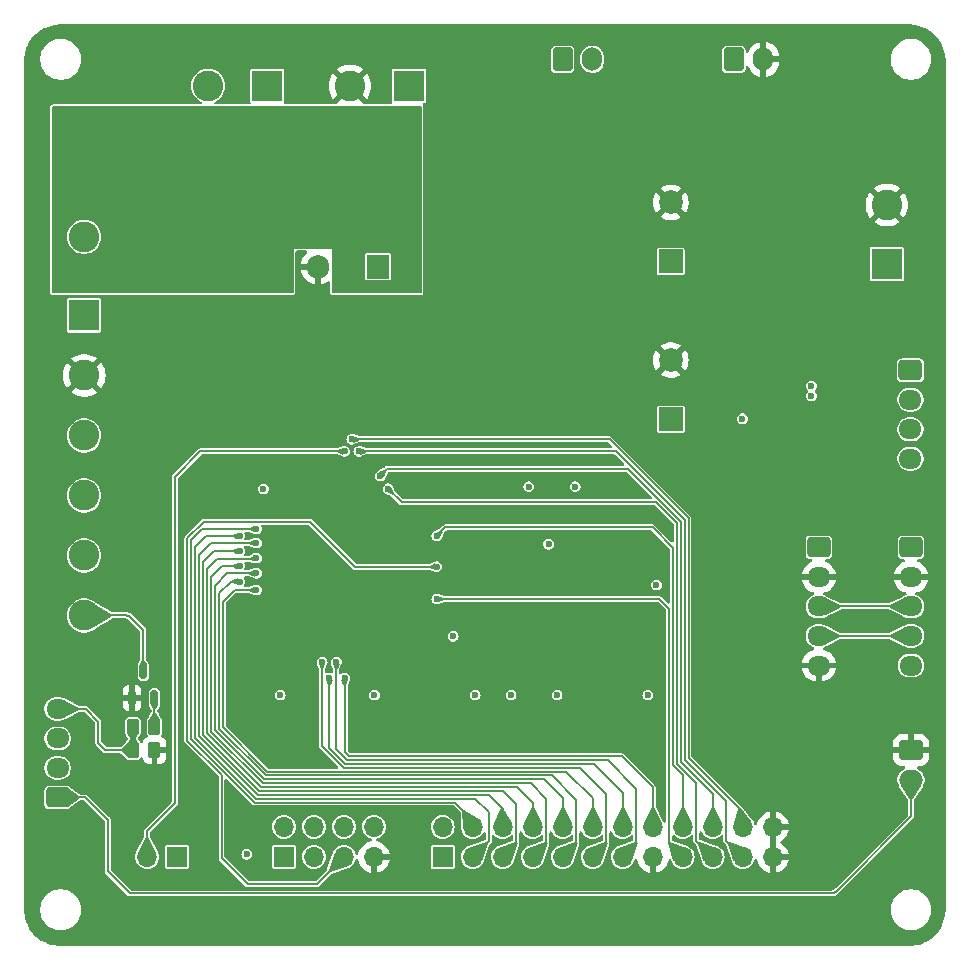
<source format=gbr>
%TF.GenerationSoftware,KiCad,Pcbnew,8.0.1*%
%TF.CreationDate,2024-04-03T21:04:37-04:00*%
%TF.ProjectId,ambiens-sc1,616d6269-656e-4732-9d73-63312e6b6963,rev?*%
%TF.SameCoordinates,Original*%
%TF.FileFunction,Copper,L4,Bot*%
%TF.FilePolarity,Positive*%
%FSLAX46Y46*%
G04 Gerber Fmt 4.6, Leading zero omitted, Abs format (unit mm)*
G04 Created by KiCad (PCBNEW 8.0.1) date 2024-04-03 21:04:37*
%MOMM*%
%LPD*%
G01*
G04 APERTURE LIST*
G04 Aperture macros list*
%AMRoundRect*
0 Rectangle with rounded corners*
0 $1 Rounding radius*
0 $2 $3 $4 $5 $6 $7 $8 $9 X,Y pos of 4 corners*
0 Add a 4 corners polygon primitive as box body*
4,1,4,$2,$3,$4,$5,$6,$7,$8,$9,$2,$3,0*
0 Add four circle primitives for the rounded corners*
1,1,$1+$1,$2,$3*
1,1,$1+$1,$4,$5*
1,1,$1+$1,$6,$7*
1,1,$1+$1,$8,$9*
0 Add four rect primitives between the rounded corners*
20,1,$1+$1,$2,$3,$4,$5,0*
20,1,$1+$1,$4,$5,$6,$7,0*
20,1,$1+$1,$6,$7,$8,$9,0*
20,1,$1+$1,$8,$9,$2,$3,0*%
G04 Aperture macros list end*
%TA.AperFunction,ComponentPad*%
%ADD10R,2.600000X2.600000*%
%TD*%
%TA.AperFunction,ComponentPad*%
%ADD11C,2.600000*%
%TD*%
%TA.AperFunction,ComponentPad*%
%ADD12R,2.000000X2.000000*%
%TD*%
%TA.AperFunction,ComponentPad*%
%ADD13C,2.000000*%
%TD*%
%TA.AperFunction,ComponentPad*%
%ADD14R,1.905000X2.000000*%
%TD*%
%TA.AperFunction,ComponentPad*%
%ADD15O,1.905000X2.000000*%
%TD*%
%TA.AperFunction,ComponentPad*%
%ADD16RoundRect,0.250000X-0.725000X0.600000X-0.725000X-0.600000X0.725000X-0.600000X0.725000X0.600000X0*%
%TD*%
%TA.AperFunction,ComponentPad*%
%ADD17O,1.950000X1.700000*%
%TD*%
%TA.AperFunction,ComponentPad*%
%ADD18R,1.700000X1.700000*%
%TD*%
%TA.AperFunction,ComponentPad*%
%ADD19O,1.700000X1.700000*%
%TD*%
%TA.AperFunction,ComponentPad*%
%ADD20RoundRect,0.250000X-0.600000X-0.750000X0.600000X-0.750000X0.600000X0.750000X-0.600000X0.750000X0*%
%TD*%
%TA.AperFunction,ComponentPad*%
%ADD21O,1.700000X2.000000*%
%TD*%
%TA.AperFunction,ComponentPad*%
%ADD22RoundRect,0.250000X0.725000X-0.600000X0.725000X0.600000X-0.725000X0.600000X-0.725000X-0.600000X0*%
%TD*%
%TA.AperFunction,ComponentPad*%
%ADD23RoundRect,0.250000X-0.750000X0.600000X-0.750000X-0.600000X0.750000X-0.600000X0.750000X0.600000X0*%
%TD*%
%TA.AperFunction,ComponentPad*%
%ADD24O,2.000000X1.700000*%
%TD*%
%TA.AperFunction,SMDPad,CuDef*%
%ADD25RoundRect,0.250000X0.262500X0.450000X-0.262500X0.450000X-0.262500X-0.450000X0.262500X-0.450000X0*%
%TD*%
%TA.AperFunction,SMDPad,CuDef*%
%ADD26RoundRect,0.150000X0.150000X-0.512500X0.150000X0.512500X-0.150000X0.512500X-0.150000X-0.512500X0*%
%TD*%
%TA.AperFunction,SMDPad,CuDef*%
%ADD27RoundRect,0.250000X-0.262500X-0.450000X0.262500X-0.450000X0.262500X0.450000X-0.262500X0.450000X0*%
%TD*%
%TA.AperFunction,ViaPad*%
%ADD28C,0.600000*%
%TD*%
%TA.AperFunction,Conductor*%
%ADD29C,0.200000*%
%TD*%
G04 APERTURE END LIST*
D10*
%TO.P,J4,1,Pin_1*%
%TO.N,+12V*%
X158000000Y-50250000D03*
D11*
%TO.P,J4,2,Pin_2*%
%TO.N,GND*%
X153000000Y-50250000D03*
%TD*%
D10*
%TO.P,J7,1,Pin_1*%
%TO.N,+12V*%
X130500000Y-69680000D03*
D11*
%TO.P,J7,2,Pin_2*%
%TO.N,GND*%
X130500000Y-74759999D03*
%TO.P,J7,3,Pin_3*%
%TO.N,+5V*%
X130500000Y-79840000D03*
%TO.P,J7,4,Pin_4*%
%TO.N,+5VSB*%
X130500000Y-84920000D03*
%TO.P,J7,5,Pin_5*%
%TO.N,+3.3V*%
X130500000Y-90000000D03*
%TO.P,J7,6,Pin_6*%
%TO.N,/PS_ON*%
X130500000Y-95080000D03*
%TD*%
D12*
%TO.P,C1,1*%
%TO.N,+5V*%
X180175000Y-65117678D03*
D13*
%TO.P,C1,2*%
%TO.N,GND*%
X180175000Y-60117678D03*
%TD*%
D14*
%TO.P,Q2,1,G*%
%TO.N,Net-(Q2-G)*%
X155369999Y-65570000D03*
D15*
%TO.P,Q2,2,D*%
%TO.N,Net-(D1-K)*%
X152829999Y-65570000D03*
%TO.P,Q2,3,S*%
%TO.N,GND*%
X150290000Y-65570000D03*
%TD*%
D16*
%TO.P,J8,1,Pin_1*%
%TO.N,/leds/B*%
X200457322Y-74325000D03*
D17*
%TO.P,J8,2,Pin_2*%
%TO.N,/leds/G*%
X200457322Y-76825000D03*
%TO.P,J8,3,Pin_3*%
%TO.N,/leds/R*%
X200457322Y-79325000D03*
%TO.P,J8,4,Pin_4*%
%TO.N,+5VSB*%
X200457322Y-81825000D03*
%TD*%
D18*
%TO.P,J14,1,Pin_1*%
%TO.N,/STM32/PROG_SWD*%
X147410000Y-115532934D03*
D19*
%TO.P,J14,2,Pin_2*%
%TO.N,/STM32/PROG_SCLK*%
X147410000Y-112992934D03*
%TO.P,J14,3,Pin_3*%
%TO.N,/STM32/STM32_PB7*%
X149950000Y-115532934D03*
%TO.P,J14,4,Pin_4*%
%TO.N,/STM32/STM32_PB6*%
X149950000Y-112992934D03*
%TO.P,J14,5,Pin_5*%
%TO.N,/STM32/STM32_NRST*%
X152489999Y-115532934D03*
%TO.P,J14,6,Pin_6*%
%TO.N,/STM32/STM32_BOOT0*%
X152490000Y-112992934D03*
%TO.P,J14,7,Pin_7*%
%TO.N,GND*%
X155030000Y-115532934D03*
%TO.P,J14,8,Pin_8*%
%TO.N,+3.3V*%
X155030000Y-112992934D03*
%TD*%
D20*
%TO.P,J1,1,Pin_1*%
%TO.N,/AQ_FAN_CTRL*%
X171000000Y-48000000D03*
D21*
%TO.P,J1,2,Pin_2*%
%TO.N,/AQ_FAN_TACH*%
X173500000Y-48000000D03*
%TD*%
D22*
%TO.P,J12,1,Pin_1*%
%TO.N,/PWR_BTN*%
X128250000Y-110500000D03*
D17*
%TO.P,J12,2,Pin_2*%
%TO.N,/SDA_CTRL*%
X128250000Y-108000000D03*
%TO.P,J12,3,Pin_3*%
%TO.N,/SCL_CTRL*%
X128250000Y-105500000D03*
%TO.P,J12,4,Pin_4*%
%TO.N,/PS_ON_CTRL*%
X128250000Y-103000000D03*
%TD*%
D18*
%TO.P,J13,1,Pin_1*%
%TO.N,+3.3V*%
X138365000Y-115532934D03*
D19*
%TO.P,J13,2,Pin_2*%
%TO.N,/STM32/STM32_BOOT1*%
X135825000Y-115532934D03*
%TD*%
D18*
%TO.P,J15,1,Pin_1*%
%TO.N,+3.3V*%
X160860000Y-115532934D03*
D19*
%TO.P,J15,2,Pin_2*%
X160860000Y-112992934D03*
%TO.P,J15,3,Pin_3*%
%TO.N,/STM32/STM32_PB13*%
X163400000Y-115532934D03*
%TO.P,J15,4,Pin_4*%
%TO.N,/STM32/STM32_PB12*%
X163400000Y-112992934D03*
%TO.P,J15,5,Pin_5*%
%TO.N,/STM32/STM32_PB15*%
X165940000Y-115532934D03*
%TO.P,J15,6,Pin_6*%
%TO.N,/STM32/STM32_PB14*%
X165940000Y-112992934D03*
%TO.P,J15,7,Pin_7*%
%TO.N,/STM32/STM32_PA9*%
X168480000Y-115532934D03*
%TO.P,J15,8,Pin_8*%
%TO.N,/STM32/STM32_PA8*%
X168480000Y-112992934D03*
%TO.P,J15,9,Pin_9*%
%TO.N,/STM32/STM32_PA11*%
X171020000Y-115532934D03*
%TO.P,J15,10,Pin_10*%
%TO.N,/STM32/STM32_PA10*%
X171020000Y-112992934D03*
%TO.P,J15,11,Pin_11*%
%TO.N,/STM32/STM32_PA15*%
X173560000Y-115532934D03*
%TO.P,J15,12,Pin_12*%
%TO.N,/STM32/STM32_PA12*%
X173560000Y-112992934D03*
%TO.P,J15,13,Pin_13*%
%TO.N,/STM32/STM32_PB4*%
X176100000Y-115532934D03*
%TO.P,J15,14,Pin_14*%
%TO.N,/STM32/STM32_PB3*%
X176100000Y-112992934D03*
%TO.P,J15,15,Pin_15*%
%TO.N,GND*%
X178640000Y-115532934D03*
%TO.P,J15,16,Pin_16*%
%TO.N,/STM32/STM32_PB5*%
X178640000Y-112992934D03*
%TO.P,J15,17,Pin_17*%
%TO.N,/STM32/STM32_PC13*%
X181180000Y-115532934D03*
%TO.P,J15,18,Pin_18*%
%TO.N,/STM32/STM32_PA1*%
X181180000Y-112992934D03*
%TO.P,J15,19,Pin_19*%
%TO.N,/STM32/STM32_PA4*%
X183720000Y-115532934D03*
%TO.P,J15,20,Pin_20*%
%TO.N,/STM32/STM32_PA5*%
X183720000Y-112992934D03*
%TO.P,J15,21,Pin_21*%
%TO.N,/STM32/STM32_PB0*%
X186260000Y-115532934D03*
%TO.P,J15,22,Pin_22*%
%TO.N,/STM32/STM32_PB1*%
X186260000Y-112992934D03*
%TO.P,J15,23,Pin_23*%
%TO.N,GND*%
X188800000Y-115532934D03*
%TO.P,J15,24,Pin_24*%
X188800000Y-112992934D03*
%TD*%
D12*
%TO.P,C2,1*%
%TO.N,+5VSB*%
X180175000Y-78475000D03*
D13*
%TO.P,C2,2*%
%TO.N,GND*%
X180175000Y-73475000D03*
%TD*%
D10*
%TO.P,J5,1,Pin_1*%
%TO.N,Net-(D1-K)*%
X130500000Y-58030000D03*
D11*
%TO.P,J5,2,Pin_2*%
%TO.N,+12V*%
X130500000Y-63030000D03*
%TD*%
D10*
%TO.P,J6,1,Pin_1*%
%TO.N,/leds/5V_LED_STRIP*%
X198457322Y-65325000D03*
D11*
%TO.P,J6,2,Pin_2*%
%TO.N,GND*%
X198457322Y-60325000D03*
%TD*%
D16*
%TO.P,J9,1,Pin_1*%
%TO.N,+3.3V*%
X192700000Y-89325000D03*
D17*
%TO.P,J9,2,Pin_2*%
%TO.N,GND*%
X192700000Y-91825000D03*
%TO.P,J9,3,Pin_3*%
%TO.N,/SCL_BUS*%
X192700000Y-94325000D03*
%TO.P,J9,4,Pin_4*%
%TO.N,/SDA_BUS*%
X192700000Y-96825000D03*
%TO.P,J9,5,Pin_5*%
%TO.N,GND*%
X192700000Y-99325000D03*
%TD*%
D10*
%TO.P,J3,1,Pin_1*%
%TO.N,+12V*%
X146000000Y-50250000D03*
D11*
%TO.P,J3,2,Pin_2*%
%TO.N,Net-(J3-Pin_2)*%
X141000000Y-50250000D03*
%TD*%
D16*
%TO.P,J10,1,Pin_1*%
%TO.N,+3.3V*%
X200500001Y-89325000D03*
D17*
%TO.P,J10,2,Pin_2*%
%TO.N,GND*%
X200500001Y-91825000D03*
%TO.P,J10,3,Pin_3*%
%TO.N,/SCL_BUS*%
X200500001Y-94325000D03*
%TO.P,J10,4,Pin_4*%
%TO.N,/SDA_BUS*%
X200500001Y-96825000D03*
%TO.P,J10,5,Pin_5*%
%TO.N,unconnected-(J10-Pin_5-Pad5)*%
X200500001Y-99325000D03*
%TD*%
D20*
%TO.P,J2,1,Pin_1*%
%TO.N,/HEATER_TEMP*%
X185500000Y-48000000D03*
D21*
%TO.P,J2,2,Pin_2*%
%TO.N,GND*%
X188000000Y-48000000D03*
%TD*%
D23*
%TO.P,J11,1,Pin_1*%
%TO.N,GND*%
X200500000Y-106500000D03*
D24*
%TO.P,J11,2,Pin_2*%
%TO.N,/PWR_BTN*%
X200500000Y-109000000D03*
%TD*%
D25*
%TO.P,R19,1*%
%TO.N,Net-(Q4-G)*%
X136450000Y-104524799D03*
%TO.P,R19,2*%
%TO.N,/PS_ON_CTRL*%
X134625000Y-104524799D03*
%TD*%
D26*
%TO.P,Q4,1,G*%
%TO.N,Net-(Q4-G)*%
X136449999Y-102077500D03*
%TO.P,Q4,2,S*%
%TO.N,GND*%
X134550001Y-102077500D03*
%TO.P,Q4,3,D*%
%TO.N,/PS_ON*%
X135500000Y-99802500D03*
%TD*%
D27*
%TO.P,R20,1*%
%TO.N,/PS_ON_CTRL*%
X134625000Y-106500000D03*
%TO.P,R20,2*%
%TO.N,GND*%
X136450000Y-106500000D03*
%TD*%
D28*
%TO.N,+5VSB*%
X186225000Y-78425000D03*
X178950000Y-92520000D03*
%TO.N,GND*%
X187880000Y-104940000D03*
X160110000Y-72110000D03*
X126500000Y-68800000D03*
X187300000Y-46000000D03*
X134100000Y-46000000D03*
X202500000Y-68800000D03*
X194900000Y-46000000D03*
X156900000Y-46000000D03*
X126500000Y-106800000D03*
X202500000Y-99200000D03*
X172100000Y-46000000D03*
X202500000Y-91600000D03*
X126500000Y-76400000D03*
X153610000Y-72110000D03*
X126500000Y-91600000D03*
X141700000Y-122000000D03*
X149300000Y-122000000D03*
X134100000Y-122000000D03*
X126500000Y-61200000D03*
X179700000Y-46000000D03*
X202500000Y-53600000D03*
X126500000Y-53600000D03*
X172100000Y-122000000D03*
X149300000Y-46000000D03*
X160110000Y-58820000D03*
X166650000Y-104940000D03*
X202500000Y-61200000D03*
X126500000Y-114400000D03*
X202500000Y-76400000D03*
X202500000Y-106800000D03*
X164500000Y-46000000D03*
X160110000Y-65610000D03*
X160110000Y-52610000D03*
X126500000Y-84000000D03*
X164500000Y-122000000D03*
X202500000Y-84000000D03*
X202500000Y-114400000D03*
X126500000Y-99200000D03*
X194900000Y-122000000D03*
X140610000Y-72110000D03*
X179700000Y-122000000D03*
X187300000Y-122000000D03*
X156900000Y-122000000D03*
X134110000Y-72110000D03*
X147110000Y-72110000D03*
X141700000Y-46000000D03*
%TO.N,+3.3V*%
X155064439Y-101825000D03*
X161745000Y-96843545D03*
X163600000Y-101825000D03*
X145675000Y-84375000D03*
X168142500Y-84175000D03*
X172075000Y-84175000D03*
X144255000Y-115310000D03*
X178220000Y-101825000D03*
X147100000Y-101825000D03*
X169820000Y-89070000D03*
X166641496Y-101825000D03*
X170535698Y-101825000D03*
%TO.N,+5V*%
X192075001Y-75650000D03*
X192075001Y-76475000D03*
%TO.N,/STM32/STM32_NRST*%
X160350000Y-90950000D03*
%TO.N,/STM32/STM32_BOOT1*%
X152549872Y-81200000D03*
%TO.N,/STM32/STM32_PA4*%
X156225000Y-84350000D03*
%TO.N,/STM32/STM32_PB3*%
X151250000Y-100400000D03*
%TO.N,/STM32/STM32_PA8*%
X145075000Y-90228672D03*
%TO.N,/STM32/STM32_PC13*%
X160350000Y-93700000D03*
%TO.N,/STM32/STM32_PA12*%
X145075000Y-92925000D03*
%TO.N,/STM32/STM32_PA5*%
X155575000Y-83250000D03*
%TO.N,/STM32/STM32_PB15*%
X143650000Y-89628672D03*
%TO.N,/STM32/STM32_PB13*%
X143650000Y-88350000D03*
%TO.N,/STM32/STM32_PB5*%
X152549872Y-100400000D03*
%TO.N,/STM32/STM32_PB14*%
X145075000Y-88953672D03*
%TO.N,/STM32/STM32_PB1*%
X153150000Y-80175000D03*
%TO.N,/STM32/STM32_PB12*%
X145075000Y-87750000D03*
%TO.N,/STM32/STM32_PA15*%
X150650000Y-99050000D03*
%TO.N,/STM32/STM32_PB4*%
X151850000Y-99050000D03*
%TO.N,/STM32/STM32_PB0*%
X153749872Y-81200000D03*
%TO.N,/STM32/STM32_PA9*%
X143650000Y-90900000D03*
%TO.N,/STM32/STM32_PA1*%
X160350000Y-88350000D03*
%TO.N,/STM32/STM32_PA11*%
X143650000Y-92225000D03*
%TO.N,/STM32/STM32_PA10*%
X145075000Y-91525000D03*
%TD*%
D29*
%TO.N,/PS_ON*%
X135500000Y-99937400D02*
X135500000Y-96325000D01*
X134275000Y-95100000D02*
X134150000Y-95100000D01*
X134150000Y-95100000D02*
X134130000Y-95080000D01*
X135500000Y-96325000D02*
X134275000Y-95100000D01*
X134130000Y-95080000D02*
X130500000Y-95080000D01*
%TO.N,/STM32/STM32_NRST*%
X142125000Y-108587448D02*
X142125000Y-115625000D01*
X144350000Y-117850000D02*
X150172933Y-117850000D01*
X150172933Y-117850000D02*
X152489999Y-115532934D01*
X149600000Y-87150000D02*
X140637552Y-87150000D01*
X160300000Y-91000000D02*
X153450000Y-91000000D01*
X139225000Y-88562552D02*
X139225000Y-105687448D01*
X140637552Y-87150000D02*
X139225000Y-88562552D01*
X153450000Y-91000000D02*
X149600000Y-87150000D01*
X142125000Y-115625000D02*
X144350000Y-117850000D01*
X139225000Y-105687448D02*
X142125000Y-108587448D01*
X160350000Y-90950000D02*
X160300000Y-91000000D01*
%TO.N,/PWR_BTN*%
X194200000Y-118375000D02*
X194225000Y-118375000D01*
X130600000Y-110500000D02*
X132500000Y-112400000D01*
X128250000Y-110500000D02*
X130600000Y-110500000D01*
X134375000Y-118625000D02*
X193950000Y-118625000D01*
X132500000Y-116750000D02*
X134375000Y-118625000D01*
X194225000Y-118375000D02*
X200500000Y-112100000D01*
X193950000Y-118625000D02*
X194200000Y-118375000D01*
X200500000Y-112100000D02*
X200500000Y-109000000D01*
X132500000Y-112400000D02*
X132500000Y-116750000D01*
%TO.N,/SDA_BUS*%
X192700000Y-96825000D02*
X200500001Y-96825000D01*
%TO.N,/STM32/STM32_BOOT1*%
X140325000Y-81200000D02*
X138150000Y-83375000D01*
X152549872Y-81200000D02*
X140325000Y-81200000D01*
X138150000Y-83375000D02*
X138150000Y-111000000D01*
X135825000Y-113325000D02*
X135825000Y-115532934D01*
X138150000Y-111000000D02*
X135825000Y-113325000D01*
%TO.N,/SCL_BUS*%
X192700000Y-94325000D02*
X200500001Y-94325000D01*
%TO.N,/PS_ON_CTRL*%
X134625000Y-104524799D02*
X134625000Y-106500000D01*
X131700000Y-104075000D02*
X131700000Y-105900000D01*
X131700000Y-105900000D02*
X132300000Y-106500000D01*
X130625000Y-103000000D02*
X131700000Y-104075000D01*
X132300000Y-106500000D02*
X134625000Y-106500000D01*
X128250000Y-103000000D02*
X130625000Y-103000000D01*
%TO.N,/STM32/STM32_PA4*%
X182330000Y-114142934D02*
X183720000Y-115532934D01*
X180684000Y-107646448D02*
X182330000Y-109292448D01*
X178912656Y-85500000D02*
X180684000Y-87271344D01*
X182330000Y-109292448D02*
X182330000Y-114142934D01*
X156225000Y-84350000D02*
X157375000Y-85500000D01*
X157375000Y-85500000D02*
X178912656Y-85500000D01*
X180684000Y-87271344D02*
X180684000Y-107646448D01*
%TO.N,/STM32/STM32_PB3*%
X152616448Y-107654000D02*
X173654000Y-107654000D01*
X173654000Y-107654000D02*
X176100000Y-110100000D01*
X151250000Y-100400000D02*
X151250000Y-106287552D01*
X176100000Y-110100000D02*
X176100000Y-112992934D01*
X151250000Y-106287552D02*
X152616448Y-107654000D01*
%TO.N,/STM32/STM32_PA8*%
X145003672Y-90300000D02*
X145075000Y-90228672D01*
X140883000Y-105033208D02*
X140883000Y-91167000D01*
X141750000Y-90300000D02*
X145003672Y-90300000D01*
X145465792Y-109616000D02*
X140883000Y-105033208D01*
X168480000Y-112992934D02*
X168480000Y-110980000D01*
X168480000Y-110980000D02*
X167116000Y-109616000D01*
X167116000Y-109616000D02*
X145465792Y-109616000D01*
X140883000Y-91167000D02*
X141750000Y-90300000D01*
%TO.N,/STM32/STM32_PC13*%
X180030000Y-114382934D02*
X181180000Y-115532934D01*
X180030000Y-94530000D02*
X180030000Y-114382934D01*
X160350000Y-93700000D02*
X179200000Y-93700000D01*
X179200000Y-93700000D02*
X180030000Y-94530000D01*
%TO.N,/STM32/STM32_PA12*%
X142231000Y-93919000D02*
X142231000Y-104531416D01*
X171308000Y-108308000D02*
X173560000Y-110560000D01*
X173560000Y-110560000D02*
X173560000Y-112992934D01*
X143225000Y-92925000D02*
X142231000Y-93919000D01*
X144975000Y-92925000D02*
X143225000Y-92925000D01*
X146007584Y-108308000D02*
X171308000Y-108308000D01*
X142231000Y-104531416D02*
X146007584Y-108308000D01*
%TO.N,/STM32/STM32_PA5*%
X181011000Y-87135896D02*
X181011000Y-107511000D01*
X181011000Y-107511000D02*
X183720000Y-110220000D01*
X155575000Y-83250000D02*
X156145000Y-82680000D01*
X183720000Y-110220000D02*
X183720000Y-112992934D01*
X156145000Y-82680000D02*
X176555104Y-82680000D01*
X176555104Y-82680000D02*
X181011000Y-87135896D01*
%TO.N,/STM32/STM32_PB15*%
X165940000Y-115532934D02*
X167090000Y-114382934D01*
X140556000Y-90594000D02*
X141521328Y-89628672D01*
X167090000Y-114382934D02*
X167090000Y-111090000D01*
X167090000Y-111090000D02*
X165943000Y-109943000D01*
X140556000Y-105168656D02*
X140556000Y-90594000D01*
X141521328Y-89628672D02*
X143650000Y-89628672D01*
X165943000Y-109943000D02*
X145330344Y-109943000D01*
X145330344Y-109943000D02*
X140556000Y-105168656D01*
%TO.N,/STM32/STM32_PB13*%
X139902000Y-105439552D02*
X139902000Y-89298000D01*
X164750000Y-111750000D02*
X163597000Y-110597000D01*
X163597000Y-110597000D02*
X145059448Y-110597000D01*
X163400000Y-115532934D02*
X164750000Y-114182934D01*
X139902000Y-89298000D02*
X140850000Y-88350000D01*
X164750000Y-114182934D02*
X164750000Y-111750000D01*
X145059448Y-110597000D02*
X139902000Y-105439552D01*
X140850000Y-88350000D02*
X143650000Y-88350000D01*
%TO.N,/STM32/STM32_PB5*%
X152549872Y-100400000D02*
X152549872Y-106662528D01*
X152549872Y-106662528D02*
X152887344Y-107000000D01*
X178640000Y-109640000D02*
X178640000Y-112992934D01*
X176000000Y-107000000D02*
X178640000Y-109640000D01*
X152887344Y-107000000D02*
X176000000Y-107000000D01*
%TO.N,/STM32/STM32_PB14*%
X145194896Y-110270000D02*
X140229000Y-105304104D01*
X140229000Y-89971000D02*
X141250000Y-88950000D01*
X145071328Y-88950000D02*
X145075000Y-88953672D01*
X141250000Y-88950000D02*
X145071328Y-88950000D01*
X140229000Y-105304104D02*
X140229000Y-89971000D01*
X164770000Y-110270000D02*
X145194896Y-110270000D01*
X165940000Y-112992934D02*
X165940000Y-111440000D01*
X165940000Y-111440000D02*
X164770000Y-110270000D01*
%TO.N,/STM32/STM32_PB1*%
X181665000Y-86865000D02*
X174975000Y-80175000D01*
X181665000Y-107165000D02*
X181665000Y-86865000D01*
X186260000Y-111760000D02*
X181665000Y-107165000D01*
X186260000Y-112992934D02*
X186260000Y-111760000D01*
X174975000Y-80175000D02*
X153150000Y-80175000D01*
%TO.N,/STM32/STM32_PB12*%
X163400000Y-112400000D02*
X161924000Y-110924000D01*
X161924000Y-110924000D02*
X144924000Y-110924000D01*
X144924000Y-110924000D02*
X139575000Y-105575000D01*
X140500000Y-87750000D02*
X145075000Y-87750000D01*
X139575000Y-105575000D02*
X139575000Y-88675000D01*
X139575000Y-88675000D02*
X140500000Y-87750000D01*
%TO.N,/STM32/STM32_PA15*%
X172481000Y-107981000D02*
X152481000Y-107981000D01*
X174710000Y-110210000D02*
X172481000Y-107981000D01*
X150650000Y-106150000D02*
X150650000Y-99050000D01*
X152481000Y-107981000D02*
X150650000Y-106150000D01*
X174710000Y-114382934D02*
X174710000Y-110210000D01*
X173560000Y-115532934D02*
X174710000Y-114382934D01*
%TO.N,/STM32/STM32_PB4*%
X177250000Y-114382934D02*
X176100000Y-115532934D01*
X151850000Y-106425104D02*
X152751896Y-107327000D01*
X151850000Y-99050000D02*
X151850000Y-106425104D01*
X177250000Y-109750000D02*
X177250000Y-114382934D01*
X152751896Y-107327000D02*
X174827000Y-107327000D01*
X174827000Y-107327000D02*
X177250000Y-109750000D01*
%TO.N,/STM32/STM32_PB0*%
X184870000Y-110832448D02*
X184870000Y-114142934D01*
X181338000Y-107300448D02*
X184870000Y-110832448D01*
X175537552Y-81200000D02*
X181338000Y-87000448D01*
X184870000Y-114142934D02*
X186260000Y-115532934D01*
X153749872Y-81200000D02*
X175537552Y-81200000D01*
X181338000Y-87000448D02*
X181338000Y-107300448D01*
%TO.N,/STM32/STM32_PA9*%
X142175000Y-90900000D02*
X143650000Y-90900000D01*
X169630000Y-114382934D02*
X169630000Y-110630000D01*
X168289000Y-109289000D02*
X145601240Y-109289000D01*
X141250000Y-91825000D02*
X142175000Y-90900000D01*
X168480000Y-115532934D02*
X169630000Y-114382934D01*
X145601240Y-109289000D02*
X141250000Y-104937760D01*
X141250000Y-104937760D02*
X141250000Y-91825000D01*
X169630000Y-110630000D02*
X168289000Y-109289000D01*
%TO.N,/STM32/STM32_PA1*%
X180357000Y-107781896D02*
X181180000Y-108604896D01*
X180357000Y-89357000D02*
X180357000Y-107781896D01*
X178630000Y-87630000D02*
X180357000Y-89357000D01*
X160350000Y-88350000D02*
X161070000Y-87630000D01*
X161070000Y-87630000D02*
X178630000Y-87630000D01*
X181180000Y-108604896D02*
X181180000Y-112992934D01*
%TO.N,/STM32/STM32_PA11*%
X170135000Y-108635000D02*
X145872136Y-108635000D01*
X172170000Y-114382934D02*
X172170000Y-110670000D01*
X142900000Y-92225000D02*
X143650000Y-92225000D01*
X172170000Y-110670000D02*
X170135000Y-108635000D01*
X171020000Y-115532934D02*
X172170000Y-114382934D01*
X141904000Y-93221000D02*
X142900000Y-92225000D01*
X145872136Y-108635000D02*
X141904000Y-104666864D01*
X141904000Y-104666864D02*
X141904000Y-93221000D01*
%TO.N,/STM32/STM32_PA10*%
X145736688Y-108962000D02*
X169462000Y-108962000D01*
X171020000Y-110520000D02*
X171020000Y-112992934D01*
X169462000Y-108962000D02*
X171020000Y-110520000D01*
X141577000Y-104802312D02*
X145736688Y-108962000D01*
X142625000Y-91525000D02*
X141577000Y-92573000D01*
X141577000Y-92573000D02*
X141577000Y-104802312D01*
X145075000Y-91525000D02*
X142625000Y-91525000D01*
%TO.N,Net-(Q4-G)*%
X136450000Y-104524799D02*
X136450000Y-102400002D01*
%TD*%
%TA.AperFunction,Conductor*%
%TO.N,GND*%
G36*
X189050000Y-115099922D02*
G01*
X188992993Y-115067009D01*
X188865826Y-115032934D01*
X188734174Y-115032934D01*
X188607007Y-115067009D01*
X188550000Y-115099922D01*
X188550000Y-113425946D01*
X188607007Y-113458859D01*
X188734174Y-113492934D01*
X188865826Y-113492934D01*
X188992993Y-113458859D01*
X189050000Y-113425946D01*
X189050000Y-115099922D01*
G37*
%TD.AperFunction*%
%TA.AperFunction,Conductor*%
G36*
X200419610Y-45050509D02*
G01*
X200422472Y-45050544D01*
X200560797Y-45052239D01*
X200571402Y-45052826D01*
X200859247Y-45081176D01*
X200871272Y-45082961D01*
X201148133Y-45138031D01*
X201159933Y-45140986D01*
X201430077Y-45222934D01*
X201441535Y-45227034D01*
X201702344Y-45335065D01*
X201713344Y-45340268D01*
X201962291Y-45473333D01*
X201972729Y-45479589D01*
X202207452Y-45636426D01*
X202217225Y-45643674D01*
X202435446Y-45822762D01*
X202444463Y-45830935D01*
X202644063Y-46030535D01*
X202652236Y-46039552D01*
X202831320Y-46257768D01*
X202838568Y-46267541D01*
X202995410Y-46502271D01*
X203001666Y-46512709D01*
X203134730Y-46761654D01*
X203139933Y-46772654D01*
X203247964Y-47033463D01*
X203252064Y-47044921D01*
X203334011Y-47315063D01*
X203336967Y-47326867D01*
X203392036Y-47603720D01*
X203393822Y-47615756D01*
X203422171Y-47903579D01*
X203422759Y-47914213D01*
X203424491Y-48055388D01*
X203424500Y-48056909D01*
X203424500Y-120043089D01*
X203424491Y-120044610D01*
X203422759Y-120185785D01*
X203422171Y-120196419D01*
X203393822Y-120484242D01*
X203392036Y-120496278D01*
X203336967Y-120773131D01*
X203334011Y-120784935D01*
X203252064Y-121055077D01*
X203247964Y-121066535D01*
X203139933Y-121327344D01*
X203134730Y-121338344D01*
X203001666Y-121587289D01*
X202995410Y-121597727D01*
X202838568Y-121832457D01*
X202831320Y-121842230D01*
X202652236Y-122060446D01*
X202644063Y-122069463D01*
X202444463Y-122269063D01*
X202435446Y-122277236D01*
X202217225Y-122456324D01*
X202207452Y-122463572D01*
X201972729Y-122620409D01*
X201962291Y-122626665D01*
X201713344Y-122759730D01*
X201702344Y-122764933D01*
X201441535Y-122872964D01*
X201430077Y-122877064D01*
X201159935Y-122959011D01*
X201148131Y-122961967D01*
X200871278Y-123017036D01*
X200859241Y-123018822D01*
X200571417Y-123047171D01*
X200560784Y-123047759D01*
X200419611Y-123049491D01*
X200418090Y-123049500D01*
X128431910Y-123049500D01*
X128430389Y-123049491D01*
X128289213Y-123047759D01*
X128278579Y-123047171D01*
X127990756Y-123018822D01*
X127978720Y-123017036D01*
X127701867Y-122961967D01*
X127690063Y-122959011D01*
X127419921Y-122877064D01*
X127408463Y-122872964D01*
X127147654Y-122764933D01*
X127136654Y-122759730D01*
X126887709Y-122626666D01*
X126877271Y-122620410D01*
X126642541Y-122463568D01*
X126632768Y-122456320D01*
X126414552Y-122277236D01*
X126405535Y-122269063D01*
X126205935Y-122069463D01*
X126197762Y-122060446D01*
X126018674Y-121842225D01*
X126011426Y-121832452D01*
X125854589Y-121597729D01*
X125848333Y-121587291D01*
X125715268Y-121338344D01*
X125710065Y-121327344D01*
X125602034Y-121066535D01*
X125597934Y-121055077D01*
X125569641Y-120961807D01*
X125515986Y-120784933D01*
X125513031Y-120773131D01*
X125495785Y-120686429D01*
X125457961Y-120496272D01*
X125456176Y-120484241D01*
X125438193Y-120301661D01*
X125427826Y-120196402D01*
X125427239Y-120185797D01*
X125426350Y-120113219D01*
X126772500Y-120113219D01*
X126772501Y-120113235D01*
X126802056Y-120337731D01*
X126802057Y-120337736D01*
X126802058Y-120337742D01*
X126818603Y-120399490D01*
X126860667Y-120556476D01*
X126947322Y-120765681D01*
X126947329Y-120765696D01*
X127060553Y-120961806D01*
X127198408Y-121141462D01*
X127198414Y-121141469D01*
X127358530Y-121301585D01*
X127358537Y-121301591D01*
X127538193Y-121439446D01*
X127734303Y-121552670D01*
X127734318Y-121552677D01*
X127817884Y-121587291D01*
X127943522Y-121639332D01*
X128162258Y-121697942D01*
X128386774Y-121727500D01*
X128386781Y-121727500D01*
X128613219Y-121727500D01*
X128613226Y-121727500D01*
X128837742Y-121697942D01*
X129056478Y-121639332D01*
X129265693Y-121552672D01*
X129461807Y-121439446D01*
X129641464Y-121301590D01*
X129801590Y-121141464D01*
X129939446Y-120961807D01*
X130052672Y-120765693D01*
X130139332Y-120556478D01*
X130197942Y-120337742D01*
X130227500Y-120113226D01*
X130227500Y-120113219D01*
X198772500Y-120113219D01*
X198772501Y-120113235D01*
X198802056Y-120337731D01*
X198802057Y-120337736D01*
X198802058Y-120337742D01*
X198818603Y-120399490D01*
X198860667Y-120556476D01*
X198947322Y-120765681D01*
X198947329Y-120765696D01*
X199060553Y-120961806D01*
X199198408Y-121141462D01*
X199198414Y-121141469D01*
X199358530Y-121301585D01*
X199358537Y-121301591D01*
X199538193Y-121439446D01*
X199734303Y-121552670D01*
X199734318Y-121552677D01*
X199817884Y-121587291D01*
X199943522Y-121639332D01*
X200162258Y-121697942D01*
X200386774Y-121727500D01*
X200386781Y-121727500D01*
X200613219Y-121727500D01*
X200613226Y-121727500D01*
X200837742Y-121697942D01*
X201056478Y-121639332D01*
X201265693Y-121552672D01*
X201461807Y-121439446D01*
X201641464Y-121301590D01*
X201801590Y-121141464D01*
X201939446Y-120961807D01*
X202052672Y-120765693D01*
X202139332Y-120556478D01*
X202197942Y-120337742D01*
X202227500Y-120113226D01*
X202227500Y-119886774D01*
X202197942Y-119662258D01*
X202139332Y-119443522D01*
X202052672Y-119234307D01*
X201939446Y-119038193D01*
X201801590Y-118858536D01*
X201801585Y-118858530D01*
X201641469Y-118698414D01*
X201641462Y-118698408D01*
X201461806Y-118560553D01*
X201265696Y-118447329D01*
X201265681Y-118447322D01*
X201056476Y-118360667D01*
X200947110Y-118331363D01*
X200837742Y-118302058D01*
X200837736Y-118302057D01*
X200837731Y-118302056D01*
X200613235Y-118272501D01*
X200613232Y-118272500D01*
X200613226Y-118272500D01*
X200386774Y-118272500D01*
X200386768Y-118272500D01*
X200386764Y-118272501D01*
X200162268Y-118302056D01*
X200162261Y-118302057D01*
X200162258Y-118302058D01*
X200116031Y-118314444D01*
X199943523Y-118360667D01*
X199734318Y-118447322D01*
X199734303Y-118447329D01*
X199538193Y-118560553D01*
X199358537Y-118698408D01*
X199358530Y-118698414D01*
X199198414Y-118858530D01*
X199198408Y-118858537D01*
X199060553Y-119038193D01*
X198947329Y-119234303D01*
X198947322Y-119234318D01*
X198860667Y-119443523D01*
X198802059Y-119662255D01*
X198802056Y-119662268D01*
X198772501Y-119886764D01*
X198772500Y-119886780D01*
X198772500Y-120113219D01*
X130227500Y-120113219D01*
X130227500Y-119886774D01*
X130197942Y-119662258D01*
X130139332Y-119443522D01*
X130052672Y-119234307D01*
X129939446Y-119038193D01*
X129801590Y-118858536D01*
X129801585Y-118858530D01*
X129641469Y-118698414D01*
X129641462Y-118698408D01*
X129461806Y-118560553D01*
X129265696Y-118447329D01*
X129265681Y-118447322D01*
X129056476Y-118360667D01*
X128947110Y-118331363D01*
X128837742Y-118302058D01*
X128837736Y-118302057D01*
X128837731Y-118302056D01*
X128613235Y-118272501D01*
X128613232Y-118272500D01*
X128613226Y-118272500D01*
X128386774Y-118272500D01*
X128386768Y-118272500D01*
X128386764Y-118272501D01*
X128162268Y-118302056D01*
X128162261Y-118302057D01*
X128162258Y-118302058D01*
X128116031Y-118314444D01*
X127943523Y-118360667D01*
X127734318Y-118447322D01*
X127734303Y-118447329D01*
X127538193Y-118560553D01*
X127358537Y-118698408D01*
X127358530Y-118698414D01*
X127198414Y-118858530D01*
X127198408Y-118858537D01*
X127060553Y-119038193D01*
X126947329Y-119234303D01*
X126947322Y-119234318D01*
X126860667Y-119443523D01*
X126802059Y-119662255D01*
X126802056Y-119662268D01*
X126772501Y-119886764D01*
X126772500Y-119886780D01*
X126772500Y-120113219D01*
X125426350Y-120113219D01*
X125425509Y-120044610D01*
X125425500Y-120043091D01*
X125425500Y-111131517D01*
X127124500Y-111131517D01*
X127132244Y-111180410D01*
X127139354Y-111225304D01*
X127196950Y-111338342D01*
X127196952Y-111338344D01*
X127196954Y-111338347D01*
X127286652Y-111428045D01*
X127286654Y-111428046D01*
X127286658Y-111428050D01*
X127372850Y-111471967D01*
X127399698Y-111485647D01*
X127493475Y-111500499D01*
X127493481Y-111500500D01*
X129006518Y-111500499D01*
X129100304Y-111485646D01*
X129213342Y-111428050D01*
X129224197Y-111417194D01*
X129248737Y-111398154D01*
X129251198Y-111396697D01*
X129251211Y-111396691D01*
X130099981Y-110774492D01*
X130165687Y-110750733D01*
X130173292Y-110750500D01*
X130444877Y-110750500D01*
X130511916Y-110770185D01*
X130532558Y-110786819D01*
X132213181Y-112467441D01*
X132246666Y-112528764D01*
X132249500Y-112555122D01*
X132249500Y-116799829D01*
X132275901Y-116863567D01*
X132287636Y-116891897D01*
X134233103Y-118837364D01*
X134325172Y-118875500D01*
X134325174Y-118875500D01*
X193999826Y-118875500D01*
X193999828Y-118875500D01*
X194091897Y-118837364D01*
X194306781Y-118622478D01*
X194347004Y-118595603D01*
X194366897Y-118587364D01*
X200712364Y-112241897D01*
X200750500Y-112149828D01*
X200750500Y-112050172D01*
X200750500Y-110782120D01*
X200768966Y-110717016D01*
X200770135Y-110715122D01*
X201475957Y-109570976D01*
X201477556Y-109568326D01*
X201477786Y-109567936D01*
X201477786Y-109567934D01*
X201477788Y-109567932D01*
X201480445Y-109562138D01*
X201481033Y-109562407D01*
X201490959Y-109542267D01*
X201536632Y-109473914D01*
X201612051Y-109291835D01*
X201650500Y-109098541D01*
X201650500Y-108901459D01*
X201650500Y-108901456D01*
X201612052Y-108708170D01*
X201612051Y-108708169D01*
X201612051Y-108708165D01*
X201558212Y-108578185D01*
X201536635Y-108526092D01*
X201536628Y-108526079D01*
X201427139Y-108362218D01*
X201427136Y-108362214D01*
X201287785Y-108222863D01*
X201287781Y-108222860D01*
X201123920Y-108113371D01*
X201123907Y-108113364D01*
X201064023Y-108088560D01*
X201009619Y-108044719D01*
X200987554Y-107978425D01*
X201004833Y-107910726D01*
X201055970Y-107863115D01*
X201111475Y-107849999D01*
X201299971Y-107849999D01*
X201299987Y-107849998D01*
X201402697Y-107839505D01*
X201569119Y-107784358D01*
X201569124Y-107784356D01*
X201718345Y-107692315D01*
X201842315Y-107568345D01*
X201934356Y-107419124D01*
X201934358Y-107419119D01*
X201989505Y-107252697D01*
X201989506Y-107252690D01*
X201999999Y-107149986D01*
X202000000Y-107149973D01*
X202000000Y-106750000D01*
X200933012Y-106750000D01*
X200965925Y-106692993D01*
X201000000Y-106565826D01*
X201000000Y-106434174D01*
X200965925Y-106307007D01*
X200933012Y-106250000D01*
X201999999Y-106250000D01*
X201999999Y-105850028D01*
X201999998Y-105850013D01*
X201989505Y-105747302D01*
X201934358Y-105580880D01*
X201934356Y-105580875D01*
X201842315Y-105431654D01*
X201718345Y-105307684D01*
X201569124Y-105215643D01*
X201569119Y-105215641D01*
X201402697Y-105160494D01*
X201402690Y-105160493D01*
X201299986Y-105150000D01*
X200750000Y-105150000D01*
X200750000Y-106066988D01*
X200692993Y-106034075D01*
X200565826Y-106000000D01*
X200434174Y-106000000D01*
X200307007Y-106034075D01*
X200250000Y-106066988D01*
X200250000Y-105150000D01*
X199700028Y-105150000D01*
X199700012Y-105150001D01*
X199597302Y-105160494D01*
X199430880Y-105215641D01*
X199430875Y-105215643D01*
X199281654Y-105307684D01*
X199157684Y-105431654D01*
X199065643Y-105580875D01*
X199065641Y-105580880D01*
X199010494Y-105747302D01*
X199010493Y-105747309D01*
X199000000Y-105850013D01*
X199000000Y-106250000D01*
X200066988Y-106250000D01*
X200034075Y-106307007D01*
X200000000Y-106434174D01*
X200000000Y-106565826D01*
X200034075Y-106692993D01*
X200066988Y-106750000D01*
X199000001Y-106750000D01*
X199000001Y-107149986D01*
X199010494Y-107252697D01*
X199065641Y-107419119D01*
X199065643Y-107419124D01*
X199157684Y-107568345D01*
X199281654Y-107692315D01*
X199430875Y-107784356D01*
X199430880Y-107784358D01*
X199597302Y-107839505D01*
X199597309Y-107839506D01*
X199700019Y-107849999D01*
X199888522Y-107849999D01*
X199955562Y-107869683D01*
X200001317Y-107922487D01*
X200011261Y-107991645D01*
X199982236Y-108055201D01*
X199935977Y-108088560D01*
X199876085Y-108113368D01*
X199876079Y-108113371D01*
X199712218Y-108222860D01*
X199712214Y-108222863D01*
X199572863Y-108362214D01*
X199572860Y-108362218D01*
X199463371Y-108526079D01*
X199463364Y-108526092D01*
X199387950Y-108708160D01*
X199387947Y-108708170D01*
X199349500Y-108901456D01*
X199349500Y-108901459D01*
X199349500Y-109098541D01*
X199349500Y-109098543D01*
X199349499Y-109098543D01*
X199387947Y-109291829D01*
X199387950Y-109291839D01*
X199463364Y-109473907D01*
X199463371Y-109473920D01*
X199510729Y-109544795D01*
X199521325Y-109565515D01*
X199521363Y-109565497D01*
X199522362Y-109567542D01*
X199523834Y-109570419D01*
X199524042Y-109570977D01*
X200213604Y-110688764D01*
X200231034Y-110717017D01*
X200249500Y-110782121D01*
X200249500Y-111944876D01*
X200229815Y-112011915D01*
X200213181Y-112032557D01*
X194118220Y-118127517D01*
X194077994Y-118154396D01*
X194058103Y-118162635D01*
X194058101Y-118162636D01*
X193882558Y-118338181D01*
X193821235Y-118371666D01*
X193794877Y-118374500D01*
X134530123Y-118374500D01*
X134463084Y-118354815D01*
X134442442Y-118338181D01*
X132786819Y-116682558D01*
X132753334Y-116621235D01*
X132750500Y-116594877D01*
X132750500Y-115532934D01*
X134819659Y-115532934D01*
X134838975Y-115729063D01*
X134838976Y-115729066D01*
X134896185Y-115917659D01*
X134896188Y-115917667D01*
X134989086Y-116091466D01*
X134989090Y-116091473D01*
X135114116Y-116243817D01*
X135266460Y-116368843D01*
X135266467Y-116368847D01*
X135440266Y-116461745D01*
X135440269Y-116461745D01*
X135440273Y-116461748D01*
X135628868Y-116518958D01*
X135825000Y-116538275D01*
X136021132Y-116518958D01*
X136209727Y-116461748D01*
X136247317Y-116441656D01*
X136317736Y-116404016D01*
X136329448Y-116397756D01*
X137364499Y-116397756D01*
X137373231Y-116441651D01*
X137373234Y-116441658D01*
X137386658Y-116461748D01*
X137406496Y-116491438D01*
X137456278Y-116524701D01*
X137456281Y-116524701D01*
X137456282Y-116524702D01*
X137500177Y-116533434D01*
X137500180Y-116533434D01*
X139229822Y-116533434D01*
X139273717Y-116524702D01*
X139273717Y-116524701D01*
X139273722Y-116524701D01*
X139323504Y-116491438D01*
X139356767Y-116441656D01*
X139356768Y-116441651D01*
X139365500Y-116397756D01*
X139365500Y-114668111D01*
X139356768Y-114624216D01*
X139356767Y-114624215D01*
X139356767Y-114624212D01*
X139323504Y-114574430D01*
X139315614Y-114569158D01*
X139273724Y-114541168D01*
X139273717Y-114541165D01*
X139229822Y-114532434D01*
X139229820Y-114532434D01*
X137500180Y-114532434D01*
X137500178Y-114532434D01*
X137456282Y-114541165D01*
X137456275Y-114541168D01*
X137406496Y-114574429D01*
X137406495Y-114574430D01*
X137373234Y-114624209D01*
X137373231Y-114624216D01*
X137364500Y-114668111D01*
X137364500Y-114668114D01*
X137364500Y-116397754D01*
X137364500Y-116397756D01*
X137364499Y-116397756D01*
X136329448Y-116397756D01*
X136383538Y-116368844D01*
X136535883Y-116243817D01*
X136660910Y-116091472D01*
X136711718Y-115996417D01*
X136753811Y-115917667D01*
X136753812Y-115917665D01*
X136753814Y-115917661D01*
X136811024Y-115729066D01*
X136830341Y-115532934D01*
X136811024Y-115336802D01*
X136753814Y-115148207D01*
X136750970Y-115142887D01*
X136744455Y-115128589D01*
X136743874Y-115127066D01*
X136743873Y-115127061D01*
X136743866Y-115127047D01*
X136088525Y-113812421D01*
X136075500Y-113757100D01*
X136075500Y-113480121D01*
X136095185Y-113413082D01*
X136111814Y-113392445D01*
X138274455Y-111229803D01*
X138274458Y-111229802D01*
X138291896Y-111212364D01*
X138291897Y-111212364D01*
X138362364Y-111141897D01*
X138379112Y-111101463D01*
X138400501Y-111049827D01*
X138400501Y-110950172D01*
X138400501Y-110940183D01*
X138400500Y-110940169D01*
X138400500Y-105737277D01*
X138974500Y-105737277D01*
X139012636Y-105829345D01*
X141838181Y-108654890D01*
X141871666Y-108716213D01*
X141874500Y-108742571D01*
X141874500Y-115674829D01*
X141905145Y-115748813D01*
X141912636Y-115766897D01*
X144208103Y-118062364D01*
X144300172Y-118100500D01*
X144300174Y-118100500D01*
X150222759Y-118100500D01*
X150222761Y-118100500D01*
X150314830Y-118062364D01*
X151411426Y-116965766D01*
X151459750Y-116935859D01*
X152852745Y-116469670D01*
X152857761Y-116467895D01*
X152858514Y-116467614D01*
X152858516Y-116467612D01*
X152864731Y-116465294D01*
X152864832Y-116465566D01*
X152873406Y-116462148D01*
X152874726Y-116461748D01*
X152912316Y-116441656D01*
X152982735Y-116404016D01*
X153048537Y-116368844D01*
X153200882Y-116243817D01*
X153325909Y-116091472D01*
X153381651Y-115987185D01*
X153418811Y-115917665D01*
X153418812Y-115917663D01*
X153418813Y-115917661D01*
X153460900Y-115778918D01*
X153499196Y-115720483D01*
X153563008Y-115692027D01*
X153632075Y-115702587D01*
X153684468Y-115748811D01*
X153699334Y-115782823D01*
X153756567Y-115996419D01*
X153756570Y-115996426D01*
X153856399Y-116210512D01*
X153991894Y-116404016D01*
X154158917Y-116571039D01*
X154352421Y-116706534D01*
X154566507Y-116806363D01*
X154566516Y-116806367D01*
X154780000Y-116863568D01*
X154780000Y-115965946D01*
X154837007Y-115998859D01*
X154964174Y-116032934D01*
X155095826Y-116032934D01*
X155222993Y-115998859D01*
X155280000Y-115965946D01*
X155280000Y-116863567D01*
X155493483Y-116806367D01*
X155493492Y-116806363D01*
X155707578Y-116706534D01*
X155901082Y-116571039D01*
X156068105Y-116404016D01*
X156072488Y-116397756D01*
X159859499Y-116397756D01*
X159868231Y-116441651D01*
X159868234Y-116441658D01*
X159881658Y-116461748D01*
X159901496Y-116491438D01*
X159951278Y-116524701D01*
X159951281Y-116524701D01*
X159951282Y-116524702D01*
X159995177Y-116533434D01*
X159995180Y-116533434D01*
X161724822Y-116533434D01*
X161768717Y-116524702D01*
X161768717Y-116524701D01*
X161768722Y-116524701D01*
X161818504Y-116491438D01*
X161851767Y-116441656D01*
X161851768Y-116441651D01*
X161860500Y-116397756D01*
X161860500Y-114668111D01*
X161851768Y-114624216D01*
X161851767Y-114624215D01*
X161851767Y-114624212D01*
X161818504Y-114574430D01*
X161810614Y-114569158D01*
X161768724Y-114541168D01*
X161768717Y-114541165D01*
X161724822Y-114532434D01*
X161724820Y-114532434D01*
X159995180Y-114532434D01*
X159995178Y-114532434D01*
X159951282Y-114541165D01*
X159951275Y-114541168D01*
X159901496Y-114574429D01*
X159901495Y-114574430D01*
X159868234Y-114624209D01*
X159868231Y-114624216D01*
X159859500Y-114668111D01*
X159859500Y-114668114D01*
X159859500Y-116397754D01*
X159859500Y-116397756D01*
X159859499Y-116397756D01*
X156072488Y-116397756D01*
X156203600Y-116210512D01*
X156303429Y-115996426D01*
X156303432Y-115996420D01*
X156360636Y-115782934D01*
X155463012Y-115782934D01*
X155495925Y-115725927D01*
X155530000Y-115598760D01*
X155530000Y-115467108D01*
X155495925Y-115339941D01*
X155463012Y-115282934D01*
X156360636Y-115282934D01*
X156360635Y-115282933D01*
X156303432Y-115069447D01*
X156303429Y-115069441D01*
X156203600Y-114855356D01*
X156203599Y-114855354D01*
X156068113Y-114661860D01*
X156068108Y-114661854D01*
X155901082Y-114494828D01*
X155707578Y-114359333D01*
X155493492Y-114259504D01*
X155493486Y-114259501D01*
X155279891Y-114202269D01*
X155220231Y-114165904D01*
X155189702Y-114103057D01*
X155197997Y-114033681D01*
X155242482Y-113979804D01*
X155275986Y-113963834D01*
X155414727Y-113921748D01*
X155588538Y-113828844D01*
X155740883Y-113703817D01*
X155865910Y-113551472D01*
X155940731Y-113411492D01*
X155958811Y-113377667D01*
X155958812Y-113377665D01*
X155958814Y-113377661D01*
X156016024Y-113189066D01*
X156035341Y-112992934D01*
X159854659Y-112992934D01*
X159873975Y-113189063D01*
X159873976Y-113189066D01*
X159924552Y-113355793D01*
X159931188Y-113377667D01*
X160024086Y-113551466D01*
X160024090Y-113551473D01*
X160149116Y-113703817D01*
X160301460Y-113828843D01*
X160301467Y-113828847D01*
X160475266Y-113921745D01*
X160475269Y-113921745D01*
X160475273Y-113921748D01*
X160663868Y-113978958D01*
X160860000Y-113998275D01*
X161056132Y-113978958D01*
X161244727Y-113921748D01*
X161418538Y-113828844D01*
X161570883Y-113703817D01*
X161695910Y-113551472D01*
X161770731Y-113411492D01*
X161788811Y-113377667D01*
X161788812Y-113377665D01*
X161788814Y-113377661D01*
X161846024Y-113189066D01*
X161865341Y-112992934D01*
X161846024Y-112796802D01*
X161788814Y-112608207D01*
X161788811Y-112608203D01*
X161788811Y-112608200D01*
X161695913Y-112434401D01*
X161695909Y-112434394D01*
X161570883Y-112282050D01*
X161418539Y-112157024D01*
X161418532Y-112157020D01*
X161244733Y-112064122D01*
X161244727Y-112064120D01*
X161056132Y-112006910D01*
X161056129Y-112006909D01*
X160860000Y-111987593D01*
X160663870Y-112006909D01*
X160475266Y-112064122D01*
X160301467Y-112157020D01*
X160301460Y-112157024D01*
X160149116Y-112282050D01*
X160024090Y-112434394D01*
X160024086Y-112434401D01*
X159931188Y-112608200D01*
X159873975Y-112796804D01*
X159854659Y-112992934D01*
X156035341Y-112992934D01*
X156016024Y-112796802D01*
X155958814Y-112608207D01*
X155958811Y-112608203D01*
X155958811Y-112608200D01*
X155865913Y-112434401D01*
X155865909Y-112434394D01*
X155740883Y-112282050D01*
X155588539Y-112157024D01*
X155588532Y-112157020D01*
X155414733Y-112064122D01*
X155414727Y-112064120D01*
X155226132Y-112006910D01*
X155226129Y-112006909D01*
X155030000Y-111987593D01*
X154833870Y-112006909D01*
X154645266Y-112064122D01*
X154471467Y-112157020D01*
X154471460Y-112157024D01*
X154319116Y-112282050D01*
X154194090Y-112434394D01*
X154194086Y-112434401D01*
X154101188Y-112608200D01*
X154043975Y-112796804D01*
X154024659Y-112992934D01*
X154043975Y-113189063D01*
X154043976Y-113189066D01*
X154094552Y-113355793D01*
X154101188Y-113377667D01*
X154194086Y-113551466D01*
X154194090Y-113551473D01*
X154319116Y-113703817D01*
X154471460Y-113828843D01*
X154471467Y-113828847D01*
X154645266Y-113921745D01*
X154645269Y-113921745D01*
X154645273Y-113921748D01*
X154784011Y-113963834D01*
X154842448Y-114002131D01*
X154870905Y-114065943D01*
X154860344Y-114135010D01*
X154814120Y-114187404D01*
X154780108Y-114202269D01*
X154566513Y-114259501D01*
X154566507Y-114259504D01*
X154352422Y-114359333D01*
X154352420Y-114359334D01*
X154158926Y-114494820D01*
X154158920Y-114494825D01*
X153991891Y-114661854D01*
X153991886Y-114661860D01*
X153856400Y-114855354D01*
X153856399Y-114855356D01*
X153756570Y-115069441D01*
X153756567Y-115069448D01*
X153699334Y-115283044D01*
X153662969Y-115342704D01*
X153600122Y-115373233D01*
X153530746Y-115364938D01*
X153476868Y-115320453D01*
X153460900Y-115286950D01*
X153418813Y-115148207D01*
X153418811Y-115148204D01*
X153418811Y-115148202D01*
X153325912Y-114974401D01*
X153325908Y-114974394D01*
X153200882Y-114822050D01*
X153048538Y-114697024D01*
X153048531Y-114697020D01*
X152874732Y-114604122D01*
X152874726Y-114604120D01*
X152686131Y-114546910D01*
X152686128Y-114546909D01*
X152489999Y-114527593D01*
X152293869Y-114546909D01*
X152105265Y-114604122D01*
X151931466Y-114697020D01*
X151931459Y-114697024D01*
X151779115Y-114822050D01*
X151654089Y-114974394D01*
X151654085Y-114974401D01*
X151561185Y-115148205D01*
X151559430Y-115153991D01*
X151553946Y-115168659D01*
X151553266Y-115170177D01*
X151553264Y-115170181D01*
X151553263Y-115170184D01*
X151348195Y-115782934D01*
X151087070Y-116563182D01*
X151057161Y-116611509D01*
X150105491Y-117563181D01*
X150044168Y-117596666D01*
X150017810Y-117599500D01*
X144505123Y-117599500D01*
X144438084Y-117579815D01*
X144417442Y-117563181D01*
X143252017Y-116397756D01*
X146409499Y-116397756D01*
X146418231Y-116441651D01*
X146418234Y-116441658D01*
X146431658Y-116461748D01*
X146451496Y-116491438D01*
X146501278Y-116524701D01*
X146501281Y-116524701D01*
X146501282Y-116524702D01*
X146545177Y-116533434D01*
X146545180Y-116533434D01*
X148274822Y-116533434D01*
X148318717Y-116524702D01*
X148318717Y-116524701D01*
X148318722Y-116524701D01*
X148368504Y-116491438D01*
X148401767Y-116441656D01*
X148401768Y-116441651D01*
X148410500Y-116397756D01*
X148410500Y-115532934D01*
X148944659Y-115532934D01*
X148963975Y-115729063D01*
X148963976Y-115729066D01*
X149021185Y-115917659D01*
X149021188Y-115917667D01*
X149114086Y-116091466D01*
X149114090Y-116091473D01*
X149239116Y-116243817D01*
X149391460Y-116368843D01*
X149391467Y-116368847D01*
X149565266Y-116461745D01*
X149565269Y-116461745D01*
X149565273Y-116461748D01*
X149753868Y-116518958D01*
X149950000Y-116538275D01*
X150146132Y-116518958D01*
X150334727Y-116461748D01*
X150372317Y-116441656D01*
X150442736Y-116404016D01*
X150508538Y-116368844D01*
X150660883Y-116243817D01*
X150785910Y-116091472D01*
X150836718Y-115996417D01*
X150878811Y-115917667D01*
X150878812Y-115917665D01*
X150878814Y-115917661D01*
X150936024Y-115729066D01*
X150955341Y-115532934D01*
X150936024Y-115336802D01*
X150878814Y-115148207D01*
X150878811Y-115148203D01*
X150878811Y-115148200D01*
X150785913Y-114974401D01*
X150785909Y-114974394D01*
X150660883Y-114822050D01*
X150508539Y-114697024D01*
X150508532Y-114697020D01*
X150334733Y-114604122D01*
X150334727Y-114604120D01*
X150146132Y-114546910D01*
X150146129Y-114546909D01*
X149950000Y-114527593D01*
X149753870Y-114546909D01*
X149565266Y-114604122D01*
X149391467Y-114697020D01*
X149391460Y-114697024D01*
X149239116Y-114822050D01*
X149114090Y-114974394D01*
X149114086Y-114974401D01*
X149021188Y-115148200D01*
X148963975Y-115336804D01*
X148944659Y-115532934D01*
X148410500Y-115532934D01*
X148410500Y-114668111D01*
X148401768Y-114624216D01*
X148401767Y-114624215D01*
X148401767Y-114624212D01*
X148368504Y-114574430D01*
X148360614Y-114569158D01*
X148318724Y-114541168D01*
X148318717Y-114541165D01*
X148274822Y-114532434D01*
X148274820Y-114532434D01*
X146545180Y-114532434D01*
X146545178Y-114532434D01*
X146501282Y-114541165D01*
X146501275Y-114541168D01*
X146451496Y-114574429D01*
X146451495Y-114574430D01*
X146418234Y-114624209D01*
X146418231Y-114624216D01*
X146409500Y-114668111D01*
X146409500Y-114668114D01*
X146409500Y-116397754D01*
X146409500Y-116397756D01*
X146409499Y-116397756D01*
X143252017Y-116397756D01*
X142411819Y-115557558D01*
X142378334Y-115496235D01*
X142375500Y-115469877D01*
X142375500Y-115310000D01*
X143799867Y-115310000D01*
X143818302Y-115438225D01*
X143844795Y-115496235D01*
X143872118Y-115556063D01*
X143956951Y-115653967D01*
X144065931Y-115724004D01*
X144190225Y-115760499D01*
X144190227Y-115760500D01*
X144190228Y-115760500D01*
X144319773Y-115760500D01*
X144319773Y-115760499D01*
X144444069Y-115724004D01*
X144553049Y-115653967D01*
X144637882Y-115556063D01*
X144691697Y-115438226D01*
X144710133Y-115310000D01*
X144691697Y-115181774D01*
X144637882Y-115063937D01*
X144553049Y-114966033D01*
X144444069Y-114895996D01*
X144444065Y-114895994D01*
X144444064Y-114895994D01*
X144319774Y-114859500D01*
X144319772Y-114859500D01*
X144190228Y-114859500D01*
X144190226Y-114859500D01*
X144065935Y-114895994D01*
X144065932Y-114895995D01*
X144065931Y-114895996D01*
X144014677Y-114928934D01*
X143956950Y-114966033D01*
X143872118Y-115063937D01*
X143872117Y-115063938D01*
X143818302Y-115181774D01*
X143799867Y-115310000D01*
X142375500Y-115310000D01*
X142375500Y-112992934D01*
X146404659Y-112992934D01*
X146423975Y-113189063D01*
X146423976Y-113189066D01*
X146474552Y-113355793D01*
X146481188Y-113377667D01*
X146574086Y-113551466D01*
X146574090Y-113551473D01*
X146699116Y-113703817D01*
X146851460Y-113828843D01*
X146851467Y-113828847D01*
X147025266Y-113921745D01*
X147025269Y-113921745D01*
X147025273Y-113921748D01*
X147213868Y-113978958D01*
X147410000Y-113998275D01*
X147606132Y-113978958D01*
X147794727Y-113921748D01*
X147968538Y-113828844D01*
X148120883Y-113703817D01*
X148245910Y-113551472D01*
X148320731Y-113411492D01*
X148338811Y-113377667D01*
X148338812Y-113377665D01*
X148338814Y-113377661D01*
X148396024Y-113189066D01*
X148415341Y-112992934D01*
X148944659Y-112992934D01*
X148963975Y-113189063D01*
X148963976Y-113189066D01*
X149014552Y-113355793D01*
X149021188Y-113377667D01*
X149114086Y-113551466D01*
X149114090Y-113551473D01*
X149239116Y-113703817D01*
X149391460Y-113828843D01*
X149391467Y-113828847D01*
X149565266Y-113921745D01*
X149565269Y-113921745D01*
X149565273Y-113921748D01*
X149753868Y-113978958D01*
X149950000Y-113998275D01*
X150146132Y-113978958D01*
X150334727Y-113921748D01*
X150508538Y-113828844D01*
X150660883Y-113703817D01*
X150785910Y-113551472D01*
X150860731Y-113411492D01*
X150878811Y-113377667D01*
X150878812Y-113377665D01*
X150878814Y-113377661D01*
X150936024Y-113189066D01*
X150955341Y-112992934D01*
X151484659Y-112992934D01*
X151503975Y-113189063D01*
X151503976Y-113189066D01*
X151554552Y-113355793D01*
X151561188Y-113377667D01*
X151654086Y-113551466D01*
X151654090Y-113551473D01*
X151779116Y-113703817D01*
X151931460Y-113828843D01*
X151931467Y-113828847D01*
X152105266Y-113921745D01*
X152105269Y-113921745D01*
X152105273Y-113921748D01*
X152293868Y-113978958D01*
X152490000Y-113998275D01*
X152686132Y-113978958D01*
X152874727Y-113921748D01*
X153048538Y-113828844D01*
X153200883Y-113703817D01*
X153325910Y-113551472D01*
X153400731Y-113411492D01*
X153418811Y-113377667D01*
X153418812Y-113377665D01*
X153418814Y-113377661D01*
X153476024Y-113189066D01*
X153495341Y-112992934D01*
X153476024Y-112796802D01*
X153418814Y-112608207D01*
X153418811Y-112608203D01*
X153418811Y-112608200D01*
X153325913Y-112434401D01*
X153325909Y-112434394D01*
X153200883Y-112282050D01*
X153048539Y-112157024D01*
X153048532Y-112157020D01*
X152874733Y-112064122D01*
X152874727Y-112064120D01*
X152686132Y-112006910D01*
X152686129Y-112006909D01*
X152490000Y-111987593D01*
X152293870Y-112006909D01*
X152105266Y-112064122D01*
X151931467Y-112157020D01*
X151931460Y-112157024D01*
X151779116Y-112282050D01*
X151654090Y-112434394D01*
X151654086Y-112434401D01*
X151561188Y-112608200D01*
X151503975Y-112796804D01*
X151484659Y-112992934D01*
X150955341Y-112992934D01*
X150936024Y-112796802D01*
X150878814Y-112608207D01*
X150878811Y-112608203D01*
X150878811Y-112608200D01*
X150785913Y-112434401D01*
X150785909Y-112434394D01*
X150660883Y-112282050D01*
X150508539Y-112157024D01*
X150508532Y-112157020D01*
X150334733Y-112064122D01*
X150334727Y-112064120D01*
X150146132Y-112006910D01*
X150146129Y-112006909D01*
X149950000Y-111987593D01*
X149753870Y-112006909D01*
X149565266Y-112064122D01*
X149391467Y-112157020D01*
X149391460Y-112157024D01*
X149239116Y-112282050D01*
X149114090Y-112434394D01*
X149114086Y-112434401D01*
X149021188Y-112608200D01*
X148963975Y-112796804D01*
X148944659Y-112992934D01*
X148415341Y-112992934D01*
X148396024Y-112796802D01*
X148338814Y-112608207D01*
X148338811Y-112608203D01*
X148338811Y-112608200D01*
X148245913Y-112434401D01*
X148245909Y-112434394D01*
X148120883Y-112282050D01*
X147968539Y-112157024D01*
X147968532Y-112157020D01*
X147794733Y-112064122D01*
X147794727Y-112064120D01*
X147606132Y-112006910D01*
X147606129Y-112006909D01*
X147410000Y-111987593D01*
X147213870Y-112006909D01*
X147025266Y-112064122D01*
X146851467Y-112157020D01*
X146851460Y-112157024D01*
X146699116Y-112282050D01*
X146574090Y-112434394D01*
X146574086Y-112434401D01*
X146481188Y-112608200D01*
X146423975Y-112796804D01*
X146404659Y-112992934D01*
X142375500Y-112992934D01*
X142375500Y-109029123D01*
X142395185Y-108962084D01*
X142447989Y-108916329D01*
X142517147Y-108906385D01*
X142580703Y-108935410D01*
X142587181Y-108941442D01*
X144782103Y-111136364D01*
X144874172Y-111174500D01*
X144973827Y-111174500D01*
X161768877Y-111174500D01*
X161835916Y-111194185D01*
X161856558Y-111210819D01*
X162324928Y-111679189D01*
X162358413Y-111740512D01*
X162361202Y-111763518D01*
X162394361Y-112989911D01*
X162413975Y-113189063D01*
X162413976Y-113189066D01*
X162464552Y-113355793D01*
X162471188Y-113377667D01*
X162564086Y-113551466D01*
X162564090Y-113551473D01*
X162689116Y-113703817D01*
X162841460Y-113828843D01*
X162841467Y-113828847D01*
X163015266Y-113921745D01*
X163015269Y-113921745D01*
X163015273Y-113921748D01*
X163203868Y-113978958D01*
X163400000Y-113998275D01*
X163596132Y-113978958D01*
X163784727Y-113921748D01*
X163958538Y-113828844D01*
X164110883Y-113703817D01*
X164235910Y-113551472D01*
X164244105Y-113536140D01*
X164266142Y-113494913D01*
X164315104Y-113445069D01*
X164383241Y-113429608D01*
X164448921Y-113453439D01*
X164491290Y-113508997D01*
X164499500Y-113553366D01*
X164499500Y-114017568D01*
X164479815Y-114084607D01*
X164427011Y-114130362D01*
X164414854Y-114135158D01*
X164043313Y-114259501D01*
X163037231Y-114596204D01*
X163037216Y-114596209D01*
X163037202Y-114596214D01*
X163031980Y-114598066D01*
X163025093Y-114600648D01*
X163024984Y-114600357D01*
X163016438Y-114603766D01*
X163015275Y-114604118D01*
X163015273Y-114604119D01*
X162841467Y-114697020D01*
X162841460Y-114697024D01*
X162689116Y-114822050D01*
X162564090Y-114974394D01*
X162564086Y-114974401D01*
X162471188Y-115148200D01*
X162413975Y-115336804D01*
X162394659Y-115532934D01*
X162413975Y-115729063D01*
X162413976Y-115729066D01*
X162471185Y-115917659D01*
X162471188Y-115917667D01*
X162564086Y-116091466D01*
X162564090Y-116091473D01*
X162689116Y-116243817D01*
X162841460Y-116368843D01*
X162841467Y-116368847D01*
X163015266Y-116461745D01*
X163015269Y-116461745D01*
X163015273Y-116461748D01*
X163203868Y-116518958D01*
X163400000Y-116538275D01*
X163596132Y-116518958D01*
X163784727Y-116461748D01*
X163822317Y-116441656D01*
X163892736Y-116404016D01*
X163958538Y-116368844D01*
X164110883Y-116243817D01*
X164235910Y-116091472D01*
X164328814Y-115917661D01*
X164330570Y-115911870D01*
X164336074Y-115897155D01*
X164336729Y-115895690D01*
X164336736Y-115895680D01*
X164802925Y-114502686D01*
X164832831Y-114454362D01*
X164962364Y-114324831D01*
X165000500Y-114232762D01*
X165000500Y-114133107D01*
X165000500Y-113771803D01*
X165020185Y-113704764D01*
X165072989Y-113659009D01*
X165142147Y-113649065D01*
X165205703Y-113678090D01*
X165220352Y-113693137D01*
X165225840Y-113699824D01*
X165229118Y-113703818D01*
X165381460Y-113828843D01*
X165381467Y-113828847D01*
X165555266Y-113921745D01*
X165555269Y-113921745D01*
X165555273Y-113921748D01*
X165743868Y-113978958D01*
X165940000Y-113998275D01*
X166136132Y-113978958D01*
X166324727Y-113921748D01*
X166498538Y-113828844D01*
X166636835Y-113715346D01*
X166701145Y-113688033D01*
X166770012Y-113699824D01*
X166821573Y-113746976D01*
X166839500Y-113811199D01*
X166839500Y-114103417D01*
X166819815Y-114170456D01*
X166767011Y-114216211D01*
X166753157Y-114221561D01*
X165579583Y-114595627D01*
X165573439Y-114597728D01*
X165566196Y-114600377D01*
X165566104Y-114600125D01*
X165558428Y-114603162D01*
X165555278Y-114604117D01*
X165555269Y-114604121D01*
X165381467Y-114697020D01*
X165381460Y-114697024D01*
X165229116Y-114822050D01*
X165104090Y-114974394D01*
X165104086Y-114974401D01*
X165011188Y-115148200D01*
X164953975Y-115336804D01*
X164934659Y-115532934D01*
X164953975Y-115729063D01*
X164953976Y-115729066D01*
X165011185Y-115917659D01*
X165011188Y-115917667D01*
X165104086Y-116091466D01*
X165104090Y-116091473D01*
X165229116Y-116243817D01*
X165381460Y-116368843D01*
X165381467Y-116368847D01*
X165555266Y-116461745D01*
X165555269Y-116461745D01*
X165555273Y-116461748D01*
X165743868Y-116518958D01*
X165940000Y-116538275D01*
X166136132Y-116518958D01*
X166324727Y-116461748D01*
X166362317Y-116441656D01*
X166432736Y-116404016D01*
X166498538Y-116368844D01*
X166650883Y-116243817D01*
X166775910Y-116091472D01*
X166868814Y-115917661D01*
X166872776Y-115904598D01*
X166876737Y-115893474D01*
X166877949Y-115890520D01*
X166877955Y-115890510D01*
X167272399Y-114575753D01*
X167296417Y-114535547D01*
X167295578Y-114534986D01*
X167302359Y-114524835D01*
X167302364Y-114524831D01*
X167330139Y-114457776D01*
X167340501Y-114432761D01*
X167340501Y-114333106D01*
X167340501Y-114323117D01*
X167340500Y-114323103D01*
X167340500Y-113478531D01*
X167360185Y-113411492D01*
X167412989Y-113365737D01*
X167482147Y-113355793D01*
X167545703Y-113384818D01*
X167573858Y-113420078D01*
X167644086Y-113551466D01*
X167644090Y-113551473D01*
X167769116Y-113703817D01*
X167921460Y-113828843D01*
X167921467Y-113828847D01*
X168095266Y-113921745D01*
X168095269Y-113921745D01*
X168095273Y-113921748D01*
X168283868Y-113978958D01*
X168480000Y-113998275D01*
X168676132Y-113978958D01*
X168864727Y-113921748D01*
X169038538Y-113828844D01*
X169176835Y-113715346D01*
X169241145Y-113688033D01*
X169310012Y-113699824D01*
X169361573Y-113746976D01*
X169379500Y-113811199D01*
X169379500Y-114103417D01*
X169359815Y-114170456D01*
X169307011Y-114216211D01*
X169293157Y-114221561D01*
X168119583Y-114595627D01*
X168113439Y-114597728D01*
X168106196Y-114600377D01*
X168106104Y-114600125D01*
X168098428Y-114603162D01*
X168095278Y-114604117D01*
X168095269Y-114604121D01*
X167921467Y-114697020D01*
X167921460Y-114697024D01*
X167769116Y-114822050D01*
X167644090Y-114974394D01*
X167644086Y-114974401D01*
X167551188Y-115148200D01*
X167493975Y-115336804D01*
X167474659Y-115532934D01*
X167493975Y-115729063D01*
X167493976Y-115729066D01*
X167551185Y-115917659D01*
X167551188Y-115917667D01*
X167644086Y-116091466D01*
X167644090Y-116091473D01*
X167769116Y-116243817D01*
X167921460Y-116368843D01*
X167921467Y-116368847D01*
X168095266Y-116461745D01*
X168095269Y-116461745D01*
X168095273Y-116461748D01*
X168283868Y-116518958D01*
X168480000Y-116538275D01*
X168676132Y-116518958D01*
X168864727Y-116461748D01*
X168902317Y-116441656D01*
X168972736Y-116404016D01*
X169038538Y-116368844D01*
X169190883Y-116243817D01*
X169315910Y-116091472D01*
X169408814Y-115917661D01*
X169412776Y-115904598D01*
X169416737Y-115893474D01*
X169417949Y-115890520D01*
X169417955Y-115890510D01*
X169812399Y-114575753D01*
X169836417Y-114535547D01*
X169835578Y-114534986D01*
X169842359Y-114524835D01*
X169842364Y-114524831D01*
X169870139Y-114457776D01*
X169880501Y-114432761D01*
X169880501Y-114333106D01*
X169880501Y-114323117D01*
X169880500Y-114323103D01*
X169880500Y-113478531D01*
X169900185Y-113411492D01*
X169952989Y-113365737D01*
X170022147Y-113355793D01*
X170085703Y-113384818D01*
X170113858Y-113420078D01*
X170184086Y-113551466D01*
X170184090Y-113551473D01*
X170309116Y-113703817D01*
X170461460Y-113828843D01*
X170461467Y-113828847D01*
X170635266Y-113921745D01*
X170635269Y-113921745D01*
X170635273Y-113921748D01*
X170823868Y-113978958D01*
X171020000Y-113998275D01*
X171216132Y-113978958D01*
X171404727Y-113921748D01*
X171578538Y-113828844D01*
X171716835Y-113715346D01*
X171781145Y-113688033D01*
X171850012Y-113699824D01*
X171901573Y-113746976D01*
X171919500Y-113811199D01*
X171919500Y-114103417D01*
X171899815Y-114170456D01*
X171847011Y-114216211D01*
X171833157Y-114221561D01*
X170659583Y-114595627D01*
X170653439Y-114597728D01*
X170646196Y-114600377D01*
X170646104Y-114600125D01*
X170638428Y-114603162D01*
X170635278Y-114604117D01*
X170635269Y-114604121D01*
X170461467Y-114697020D01*
X170461460Y-114697024D01*
X170309116Y-114822050D01*
X170184090Y-114974394D01*
X170184086Y-114974401D01*
X170091188Y-115148200D01*
X170033975Y-115336804D01*
X170014659Y-115532934D01*
X170033975Y-115729063D01*
X170033976Y-115729066D01*
X170091185Y-115917659D01*
X170091188Y-115917667D01*
X170184086Y-116091466D01*
X170184090Y-116091473D01*
X170309116Y-116243817D01*
X170461460Y-116368843D01*
X170461467Y-116368847D01*
X170635266Y-116461745D01*
X170635269Y-116461745D01*
X170635273Y-116461748D01*
X170823868Y-116518958D01*
X171020000Y-116538275D01*
X171216132Y-116518958D01*
X171404727Y-116461748D01*
X171442317Y-116441656D01*
X171512736Y-116404016D01*
X171578538Y-116368844D01*
X171730883Y-116243817D01*
X171855910Y-116091472D01*
X171948814Y-115917661D01*
X171952776Y-115904598D01*
X171956737Y-115893474D01*
X171957949Y-115890520D01*
X171957955Y-115890510D01*
X172352399Y-114575753D01*
X172376417Y-114535547D01*
X172375578Y-114534986D01*
X172382359Y-114524835D01*
X172382364Y-114524831D01*
X172410139Y-114457776D01*
X172420501Y-114432761D01*
X172420501Y-114333106D01*
X172420501Y-114323117D01*
X172420500Y-114323103D01*
X172420500Y-113478531D01*
X172440185Y-113411492D01*
X172492989Y-113365737D01*
X172562147Y-113355793D01*
X172625703Y-113384818D01*
X172653858Y-113420078D01*
X172724086Y-113551466D01*
X172724090Y-113551473D01*
X172849116Y-113703817D01*
X173001460Y-113828843D01*
X173001467Y-113828847D01*
X173175266Y-113921745D01*
X173175269Y-113921745D01*
X173175273Y-113921748D01*
X173363868Y-113978958D01*
X173560000Y-113998275D01*
X173756132Y-113978958D01*
X173944727Y-113921748D01*
X174118538Y-113828844D01*
X174256835Y-113715346D01*
X174321145Y-113688033D01*
X174390012Y-113699824D01*
X174441573Y-113746976D01*
X174459500Y-113811199D01*
X174459500Y-114103417D01*
X174439815Y-114170456D01*
X174387011Y-114216211D01*
X174373157Y-114221561D01*
X173199583Y-114595627D01*
X173193439Y-114597728D01*
X173186196Y-114600377D01*
X173186104Y-114600125D01*
X173178428Y-114603162D01*
X173175278Y-114604117D01*
X173175269Y-114604121D01*
X173001467Y-114697020D01*
X173001460Y-114697024D01*
X172849116Y-114822050D01*
X172724090Y-114974394D01*
X172724086Y-114974401D01*
X172631188Y-115148200D01*
X172573975Y-115336804D01*
X172554659Y-115532934D01*
X172573975Y-115729063D01*
X172573976Y-115729066D01*
X172631185Y-115917659D01*
X172631188Y-115917667D01*
X172724086Y-116091466D01*
X172724090Y-116091473D01*
X172849116Y-116243817D01*
X173001460Y-116368843D01*
X173001467Y-116368847D01*
X173175266Y-116461745D01*
X173175269Y-116461745D01*
X173175273Y-116461748D01*
X173363868Y-116518958D01*
X173560000Y-116538275D01*
X173756132Y-116518958D01*
X173944727Y-116461748D01*
X173982317Y-116441656D01*
X174052736Y-116404016D01*
X174118538Y-116368844D01*
X174270883Y-116243817D01*
X174395910Y-116091472D01*
X174488814Y-115917661D01*
X174492776Y-115904598D01*
X174496737Y-115893474D01*
X174497949Y-115890520D01*
X174497955Y-115890510D01*
X174892399Y-114575753D01*
X174916417Y-114535547D01*
X174915578Y-114534986D01*
X174922359Y-114524835D01*
X174922364Y-114524831D01*
X174950139Y-114457776D01*
X174960501Y-114432761D01*
X174960501Y-114333106D01*
X174960501Y-114323117D01*
X174960500Y-114323103D01*
X174960500Y-113478531D01*
X174980185Y-113411492D01*
X175032989Y-113365737D01*
X175102147Y-113355793D01*
X175165703Y-113384818D01*
X175193858Y-113420078D01*
X175264086Y-113551466D01*
X175264090Y-113551473D01*
X175389116Y-113703817D01*
X175541460Y-113828843D01*
X175541467Y-113828847D01*
X175715266Y-113921745D01*
X175715269Y-113921745D01*
X175715273Y-113921748D01*
X175903868Y-113978958D01*
X176100000Y-113998275D01*
X176296132Y-113978958D01*
X176484727Y-113921748D01*
X176658538Y-113828844D01*
X176796835Y-113715346D01*
X176861145Y-113688033D01*
X176930012Y-113699824D01*
X176981573Y-113746976D01*
X176999500Y-113811199D01*
X176999500Y-114103417D01*
X176979815Y-114170456D01*
X176927011Y-114216211D01*
X176913157Y-114221561D01*
X175739583Y-114595627D01*
X175733439Y-114597728D01*
X175726196Y-114600377D01*
X175726104Y-114600125D01*
X175718428Y-114603162D01*
X175715278Y-114604117D01*
X175715269Y-114604121D01*
X175541467Y-114697020D01*
X175541460Y-114697024D01*
X175389116Y-114822050D01*
X175264090Y-114974394D01*
X175264086Y-114974401D01*
X175171188Y-115148200D01*
X175113975Y-115336804D01*
X175094659Y-115532934D01*
X175113975Y-115729063D01*
X175113976Y-115729066D01*
X175171185Y-115917659D01*
X175171188Y-115917667D01*
X175264086Y-116091466D01*
X175264090Y-116091473D01*
X175389116Y-116243817D01*
X175541460Y-116368843D01*
X175541467Y-116368847D01*
X175715266Y-116461745D01*
X175715269Y-116461745D01*
X175715273Y-116461748D01*
X175903868Y-116518958D01*
X176100000Y-116538275D01*
X176296132Y-116518958D01*
X176484727Y-116461748D01*
X176522317Y-116441656D01*
X176592736Y-116404016D01*
X176658538Y-116368844D01*
X176810883Y-116243817D01*
X176935910Y-116091472D01*
X177028814Y-115917661D01*
X177032776Y-115904598D01*
X177036737Y-115893474D01*
X177037950Y-115890518D01*
X177037955Y-115890510D01*
X177071042Y-115780222D01*
X177109159Y-115721670D01*
X177172884Y-115693018D01*
X177241983Y-115703366D01*
X177294518Y-115749430D01*
X177309586Y-115783763D01*
X177366567Y-115996420D01*
X177366570Y-115996426D01*
X177466399Y-116210512D01*
X177601894Y-116404016D01*
X177768917Y-116571039D01*
X177962421Y-116706534D01*
X178176507Y-116806363D01*
X178176516Y-116806367D01*
X178390000Y-116863568D01*
X178390000Y-115965946D01*
X178447007Y-115998859D01*
X178574174Y-116032934D01*
X178705826Y-116032934D01*
X178832993Y-115998859D01*
X178890000Y-115965946D01*
X178890000Y-116863567D01*
X179103483Y-116806367D01*
X179103492Y-116806363D01*
X179317578Y-116706534D01*
X179511082Y-116571039D01*
X179678105Y-116404016D01*
X179813600Y-116210512D01*
X179913429Y-115996426D01*
X179913433Y-115996417D01*
X179970412Y-115783766D01*
X180006777Y-115724105D01*
X180069623Y-115693576D01*
X180138999Y-115701870D01*
X180192877Y-115746356D01*
X180208957Y-115780226D01*
X180242041Y-115890502D01*
X180244490Y-115897974D01*
X180247184Y-115905542D01*
X180246959Y-115905622D01*
X180249502Y-115912109D01*
X180251186Y-115917663D01*
X180344086Y-116091466D01*
X180344090Y-116091473D01*
X180469116Y-116243817D01*
X180621460Y-116368843D01*
X180621467Y-116368847D01*
X180795266Y-116461745D01*
X180795269Y-116461745D01*
X180795273Y-116461748D01*
X180983868Y-116518958D01*
X181180000Y-116538275D01*
X181376132Y-116518958D01*
X181564727Y-116461748D01*
X181602317Y-116441656D01*
X181672736Y-116404016D01*
X181738538Y-116368844D01*
X181890883Y-116243817D01*
X182015910Y-116091472D01*
X182066718Y-115996417D01*
X182108811Y-115917667D01*
X182108812Y-115917665D01*
X182108814Y-115917661D01*
X182166024Y-115729066D01*
X182185341Y-115532934D01*
X182166024Y-115336802D01*
X182108814Y-115148207D01*
X182108811Y-115148203D01*
X182108811Y-115148200D01*
X182015913Y-114974401D01*
X182015909Y-114974394D01*
X181890883Y-114822050D01*
X181738539Y-114697024D01*
X181738532Y-114697020D01*
X181564725Y-114604118D01*
X181564726Y-114604118D01*
X181555826Y-114601419D01*
X181542764Y-114596642D01*
X181540384Y-114595617D01*
X181540382Y-114595616D01*
X181540379Y-114595615D01*
X180366843Y-114221561D01*
X180308947Y-114182447D01*
X180281389Y-114118241D01*
X180280500Y-114103417D01*
X180280500Y-113811199D01*
X180300185Y-113744160D01*
X180352989Y-113698405D01*
X180422147Y-113688461D01*
X180483165Y-113715346D01*
X180621460Y-113828843D01*
X180621467Y-113828847D01*
X180795266Y-113921745D01*
X180795269Y-113921745D01*
X180795273Y-113921748D01*
X180983868Y-113978958D01*
X181180000Y-113998275D01*
X181376132Y-113978958D01*
X181564727Y-113921748D01*
X181738538Y-113828844D01*
X181876835Y-113715346D01*
X181941145Y-113688033D01*
X182010012Y-113699824D01*
X182061573Y-113746976D01*
X182079500Y-113811199D01*
X182079500Y-114192763D01*
X182117636Y-114284831D01*
X182287164Y-114454359D01*
X182317073Y-114502687D01*
X182783273Y-115895711D01*
X182785025Y-115900663D01*
X182787636Y-115907657D01*
X182787365Y-115907758D01*
X182790784Y-115916338D01*
X182791070Y-115917280D01*
X182791187Y-115917665D01*
X182884086Y-116091466D01*
X182884090Y-116091473D01*
X183009116Y-116243817D01*
X183161460Y-116368843D01*
X183161467Y-116368847D01*
X183335266Y-116461745D01*
X183335269Y-116461745D01*
X183335273Y-116461748D01*
X183523868Y-116518958D01*
X183720000Y-116538275D01*
X183916132Y-116518958D01*
X184104727Y-116461748D01*
X184142317Y-116441656D01*
X184212736Y-116404016D01*
X184278538Y-116368844D01*
X184430883Y-116243817D01*
X184555910Y-116091472D01*
X184606718Y-115996417D01*
X184648811Y-115917667D01*
X184648812Y-115917665D01*
X184648814Y-115917661D01*
X184706024Y-115729066D01*
X184725341Y-115532934D01*
X184706024Y-115336802D01*
X184648814Y-115148207D01*
X184648811Y-115148203D01*
X184648811Y-115148200D01*
X184555913Y-114974401D01*
X184555909Y-114974394D01*
X184430883Y-114822050D01*
X184278539Y-114697024D01*
X184278532Y-114697020D01*
X184104730Y-114604121D01*
X184104725Y-114604119D01*
X184098943Y-114602365D01*
X184084252Y-114596872D01*
X184082750Y-114596199D01*
X184082746Y-114596197D01*
X183296619Y-114333106D01*
X182689753Y-114130007D01*
X182641425Y-114100098D01*
X182616819Y-114075492D01*
X182583334Y-114014169D01*
X182580500Y-113987811D01*
X182580500Y-113478531D01*
X182600185Y-113411492D01*
X182652989Y-113365737D01*
X182722147Y-113355793D01*
X182785703Y-113384818D01*
X182813858Y-113420078D01*
X182884086Y-113551466D01*
X182884090Y-113551473D01*
X183009116Y-113703817D01*
X183161460Y-113828843D01*
X183161467Y-113828847D01*
X183335266Y-113921745D01*
X183335269Y-113921745D01*
X183335273Y-113921748D01*
X183523868Y-113978958D01*
X183720000Y-113998275D01*
X183916132Y-113978958D01*
X184104727Y-113921748D01*
X184278538Y-113828844D01*
X184416835Y-113715346D01*
X184481145Y-113688033D01*
X184550012Y-113699824D01*
X184601573Y-113746976D01*
X184619500Y-113811199D01*
X184619500Y-114192763D01*
X184657636Y-114284831D01*
X184827164Y-114454359D01*
X184857073Y-114502687D01*
X185323273Y-115895711D01*
X185325025Y-115900663D01*
X185327636Y-115907657D01*
X185327365Y-115907758D01*
X185330784Y-115916338D01*
X185331070Y-115917280D01*
X185331187Y-115917665D01*
X185424086Y-116091466D01*
X185424090Y-116091473D01*
X185549116Y-116243817D01*
X185701460Y-116368843D01*
X185701467Y-116368847D01*
X185875266Y-116461745D01*
X185875269Y-116461745D01*
X185875273Y-116461748D01*
X186063868Y-116518958D01*
X186260000Y-116538275D01*
X186456132Y-116518958D01*
X186644727Y-116461748D01*
X186682317Y-116441656D01*
X186752736Y-116404016D01*
X186818538Y-116368844D01*
X186970883Y-116243817D01*
X187095910Y-116091472D01*
X187151652Y-115987185D01*
X187188812Y-115917665D01*
X187188813Y-115917663D01*
X187188814Y-115917661D01*
X187230900Y-115778922D01*
X187269197Y-115720485D01*
X187333009Y-115692029D01*
X187402076Y-115702589D01*
X187454470Y-115748813D01*
X187469335Y-115782825D01*
X187526567Y-115996420D01*
X187526570Y-115996426D01*
X187626399Y-116210512D01*
X187761894Y-116404016D01*
X187928917Y-116571039D01*
X188122421Y-116706534D01*
X188336507Y-116806363D01*
X188336516Y-116806367D01*
X188550000Y-116863568D01*
X188550000Y-115965946D01*
X188607007Y-115998859D01*
X188734174Y-116032934D01*
X188865826Y-116032934D01*
X188992993Y-115998859D01*
X189050000Y-115965946D01*
X189050000Y-116863567D01*
X189263483Y-116806367D01*
X189263492Y-116806363D01*
X189477578Y-116706534D01*
X189671082Y-116571039D01*
X189838105Y-116404016D01*
X189973600Y-116210512D01*
X190073429Y-115996426D01*
X190073432Y-115996420D01*
X190130636Y-115782934D01*
X189233012Y-115782934D01*
X189265925Y-115725927D01*
X189300000Y-115598760D01*
X189300000Y-115467108D01*
X189265925Y-115339941D01*
X189233012Y-115282934D01*
X190130636Y-115282934D01*
X190130635Y-115282933D01*
X190073432Y-115069447D01*
X190073429Y-115069441D01*
X189973600Y-114855356D01*
X189973599Y-114855354D01*
X189838113Y-114661860D01*
X189838108Y-114661854D01*
X189671082Y-114494828D01*
X189484968Y-114364509D01*
X189441344Y-114309932D01*
X189434151Y-114240433D01*
X189465673Y-114178079D01*
X189484968Y-114161359D01*
X189671082Y-114031039D01*
X189838105Y-113864016D01*
X189973600Y-113670512D01*
X190073429Y-113456426D01*
X190073432Y-113456420D01*
X190130636Y-113242934D01*
X189233012Y-113242934D01*
X189265925Y-113185927D01*
X189300000Y-113058760D01*
X189300000Y-112927108D01*
X189265925Y-112799941D01*
X189233012Y-112742934D01*
X190130636Y-112742934D01*
X190130635Y-112742933D01*
X190073432Y-112529447D01*
X190073429Y-112529441D01*
X189973600Y-112315356D01*
X189973599Y-112315354D01*
X189838113Y-112121860D01*
X189838108Y-112121854D01*
X189671082Y-111954828D01*
X189477578Y-111819333D01*
X189263492Y-111719504D01*
X189263486Y-111719501D01*
X189050000Y-111662298D01*
X189050000Y-112559922D01*
X188992993Y-112527009D01*
X188865826Y-112492934D01*
X188734174Y-112492934D01*
X188607007Y-112527009D01*
X188550000Y-112559922D01*
X188550000Y-111662298D01*
X188549999Y-111662298D01*
X188336513Y-111719501D01*
X188336507Y-111719504D01*
X188122422Y-111819333D01*
X188122420Y-111819334D01*
X187928926Y-111954820D01*
X187928920Y-111954825D01*
X187761891Y-112121854D01*
X187761886Y-112121860D01*
X187626400Y-112315354D01*
X187626399Y-112315356D01*
X187526570Y-112529441D01*
X187526567Y-112529447D01*
X187469335Y-112743042D01*
X187432970Y-112802702D01*
X187370123Y-112833231D01*
X187300747Y-112824936D01*
X187246869Y-112780451D01*
X187230900Y-112746947D01*
X187188814Y-112608207D01*
X187188811Y-112608203D01*
X187188811Y-112608200D01*
X187095913Y-112434401D01*
X187095909Y-112434394D01*
X186982355Y-112296030D01*
X186975615Y-112287011D01*
X186973676Y-112284155D01*
X186535423Y-111758172D01*
X186517443Y-111720516D01*
X186515174Y-111721456D01*
X186490670Y-111662298D01*
X186472364Y-111618103D01*
X186401897Y-111547636D01*
X186154701Y-111300440D01*
X186147116Y-111292134D01*
X186128092Y-111269301D01*
X186123475Y-111264010D01*
X186123465Y-111263999D01*
X186123451Y-111263983D01*
X186122744Y-111263209D01*
X186122743Y-111263208D01*
X186122741Y-111263206D01*
X186113922Y-111257021D01*
X186097444Y-111243183D01*
X181951819Y-107097558D01*
X181918334Y-107036235D01*
X181915500Y-107009877D01*
X181915500Y-99575000D01*
X191247769Y-99575000D01*
X191258242Y-99641126D01*
X191258242Y-99641129D01*
X191323904Y-99843217D01*
X191420379Y-100032557D01*
X191545272Y-100204459D01*
X191545276Y-100204464D01*
X191695535Y-100354723D01*
X191695540Y-100354727D01*
X191867442Y-100479620D01*
X192056782Y-100576095D01*
X192258872Y-100641757D01*
X192450000Y-100672029D01*
X192450000Y-99729145D01*
X192516657Y-99767630D01*
X192637465Y-99800000D01*
X192762535Y-99800000D01*
X192883343Y-99767630D01*
X192950000Y-99729145D01*
X192950000Y-100672028D01*
X193141127Y-100641757D01*
X193343217Y-100576095D01*
X193532557Y-100479620D01*
X193704459Y-100354727D01*
X193704464Y-100354723D01*
X193854723Y-100204464D01*
X193854727Y-100204459D01*
X193979620Y-100032557D01*
X194076095Y-99843217D01*
X194141757Y-99641129D01*
X194141757Y-99641126D01*
X194152231Y-99575000D01*
X193104146Y-99575000D01*
X193142630Y-99508343D01*
X193165352Y-99423543D01*
X199374500Y-99423543D01*
X199412948Y-99616829D01*
X199412951Y-99616839D01*
X199488365Y-99798907D01*
X199488372Y-99798920D01*
X199597861Y-99962781D01*
X199597864Y-99962785D01*
X199737215Y-100102136D01*
X199737219Y-100102139D01*
X199901080Y-100211628D01*
X199901093Y-100211635D01*
X200083161Y-100287049D01*
X200083166Y-100287051D01*
X200083170Y-100287051D01*
X200083171Y-100287052D01*
X200276457Y-100325500D01*
X200276460Y-100325500D01*
X200723544Y-100325500D01*
X200853583Y-100299632D01*
X200916836Y-100287051D01*
X201098915Y-100211632D01*
X201262783Y-100102139D01*
X201402140Y-99962782D01*
X201511633Y-99798914D01*
X201587052Y-99616835D01*
X201625501Y-99423541D01*
X201625501Y-99226459D01*
X201625501Y-99226456D01*
X201587053Y-99033170D01*
X201587052Y-99033169D01*
X201587052Y-99033165D01*
X201540913Y-98921774D01*
X201511636Y-98851092D01*
X201511629Y-98851079D01*
X201402140Y-98687218D01*
X201402137Y-98687214D01*
X201262786Y-98547863D01*
X201262782Y-98547860D01*
X201098921Y-98438371D01*
X201098908Y-98438364D01*
X200916840Y-98362950D01*
X200916830Y-98362947D01*
X200723544Y-98324500D01*
X200723542Y-98324500D01*
X200276460Y-98324500D01*
X200276458Y-98324500D01*
X200083171Y-98362947D01*
X200083161Y-98362950D01*
X199901093Y-98438364D01*
X199901080Y-98438371D01*
X199737219Y-98547860D01*
X199737215Y-98547863D01*
X199597864Y-98687214D01*
X199597861Y-98687218D01*
X199488372Y-98851079D01*
X199488365Y-98851092D01*
X199412951Y-99033160D01*
X199412948Y-99033170D01*
X199374501Y-99226456D01*
X199374501Y-99226459D01*
X199374501Y-99423541D01*
X199374501Y-99423543D01*
X199374500Y-99423543D01*
X193165352Y-99423543D01*
X193175000Y-99387535D01*
X193175000Y-99262465D01*
X193142630Y-99141657D01*
X193104146Y-99075000D01*
X194152231Y-99075000D01*
X194141757Y-99008873D01*
X194141757Y-99008870D01*
X194076095Y-98806782D01*
X193979620Y-98617442D01*
X193854727Y-98445540D01*
X193854723Y-98445535D01*
X193704464Y-98295276D01*
X193704459Y-98295272D01*
X193532557Y-98170379D01*
X193343217Y-98073904D01*
X193147922Y-98010449D01*
X193090246Y-97971011D01*
X193063048Y-97906653D01*
X193074963Y-97837807D01*
X193122207Y-97786331D01*
X193138767Y-97777966D01*
X193298914Y-97711632D01*
X193343318Y-97681961D01*
X193369795Y-97669872D01*
X193369403Y-97668848D01*
X193375092Y-97666666D01*
X193375094Y-97666664D01*
X193375097Y-97666664D01*
X194529200Y-97088629D01*
X194584730Y-97075500D01*
X198615270Y-97075500D01*
X198670800Y-97088629D01*
X199824902Y-97666664D01*
X199827542Y-97667560D01*
X199856534Y-97681864D01*
X199901078Y-97711626D01*
X199901087Y-97711632D01*
X199901093Y-97711634D01*
X199901094Y-97711635D01*
X200061211Y-97777957D01*
X200083166Y-97787051D01*
X200083170Y-97787051D01*
X200083171Y-97787052D01*
X200276457Y-97825500D01*
X200276460Y-97825500D01*
X200723544Y-97825500D01*
X200853583Y-97799632D01*
X200916836Y-97787051D01*
X201098915Y-97711632D01*
X201262783Y-97602139D01*
X201402140Y-97462782D01*
X201511633Y-97298914D01*
X201587052Y-97116835D01*
X201599633Y-97053582D01*
X201625501Y-96923543D01*
X201625501Y-96726456D01*
X201587053Y-96533170D01*
X201587052Y-96533169D01*
X201587052Y-96533165D01*
X201573140Y-96499578D01*
X201511636Y-96351092D01*
X201511629Y-96351079D01*
X201402140Y-96187218D01*
X201402137Y-96187214D01*
X201262786Y-96047863D01*
X201262782Y-96047860D01*
X201098921Y-95938371D01*
X201098908Y-95938364D01*
X200916840Y-95862950D01*
X200916830Y-95862947D01*
X200723544Y-95824500D01*
X200723542Y-95824500D01*
X200276460Y-95824500D01*
X200276458Y-95824500D01*
X200083171Y-95862947D01*
X200083161Y-95862950D01*
X199901094Y-95938364D01*
X199901078Y-95938373D01*
X199856682Y-95968037D01*
X199830201Y-95980138D01*
X199830591Y-95981153D01*
X199824904Y-95983333D01*
X198670797Y-96561371D01*
X198615267Y-96574500D01*
X194584733Y-96574500D01*
X194529203Y-96561371D01*
X193375101Y-95983335D01*
X193375095Y-95983332D01*
X193372453Y-95982435D01*
X193343456Y-95968130D01*
X193298919Y-95938371D01*
X193298916Y-95938369D01*
X193298914Y-95938368D01*
X193298911Y-95938366D01*
X193298906Y-95938364D01*
X193116839Y-95862950D01*
X193116829Y-95862947D01*
X192923543Y-95824500D01*
X192923541Y-95824500D01*
X192476459Y-95824500D01*
X192476457Y-95824500D01*
X192283170Y-95862947D01*
X192283160Y-95862950D01*
X192101092Y-95938364D01*
X192101079Y-95938371D01*
X191937218Y-96047860D01*
X191937214Y-96047863D01*
X191797863Y-96187214D01*
X191797860Y-96187218D01*
X191688371Y-96351079D01*
X191688364Y-96351092D01*
X191612950Y-96533160D01*
X191612947Y-96533170D01*
X191574500Y-96726456D01*
X191574500Y-96726459D01*
X191574500Y-96923541D01*
X191574500Y-96923543D01*
X191574499Y-96923543D01*
X191612947Y-97116829D01*
X191612950Y-97116839D01*
X191688364Y-97298907D01*
X191688371Y-97298920D01*
X191797860Y-97462781D01*
X191797863Y-97462785D01*
X191937214Y-97602136D01*
X191937218Y-97602139D01*
X192101079Y-97711628D01*
X192101091Y-97711635D01*
X192210809Y-97757080D01*
X192261212Y-97777957D01*
X192315615Y-97821797D01*
X192337680Y-97888091D01*
X192320401Y-97955791D01*
X192269264Y-98003401D01*
X192252077Y-98010449D01*
X192056783Y-98073904D01*
X191867442Y-98170379D01*
X191695540Y-98295272D01*
X191695535Y-98295276D01*
X191545276Y-98445535D01*
X191545272Y-98445540D01*
X191420379Y-98617442D01*
X191323904Y-98806782D01*
X191258242Y-99008870D01*
X191258242Y-99008873D01*
X191247769Y-99075000D01*
X192295854Y-99075000D01*
X192257370Y-99141657D01*
X192225000Y-99262465D01*
X192225000Y-99387535D01*
X192257370Y-99508343D01*
X192295854Y-99575000D01*
X191247769Y-99575000D01*
X181915500Y-99575000D01*
X181915500Y-92075000D01*
X191247769Y-92075000D01*
X191258242Y-92141126D01*
X191258242Y-92141129D01*
X191323904Y-92343217D01*
X191420379Y-92532557D01*
X191545272Y-92704459D01*
X191545276Y-92704464D01*
X191695535Y-92854723D01*
X191695540Y-92854727D01*
X191867442Y-92979620D01*
X192056782Y-93076095D01*
X192252077Y-93139550D01*
X192309752Y-93178987D01*
X192336951Y-93243346D01*
X192325037Y-93312192D01*
X192277793Y-93363668D01*
X192261211Y-93372042D01*
X192101092Y-93438364D01*
X192101079Y-93438371D01*
X191937218Y-93547860D01*
X191937214Y-93547863D01*
X191797863Y-93687214D01*
X191797860Y-93687218D01*
X191688371Y-93851079D01*
X191688364Y-93851092D01*
X191612950Y-94033160D01*
X191612947Y-94033170D01*
X191574500Y-94226456D01*
X191574500Y-94226459D01*
X191574500Y-94423541D01*
X191574500Y-94423543D01*
X191574499Y-94423543D01*
X191612947Y-94616829D01*
X191612950Y-94616839D01*
X191688364Y-94798907D01*
X191688371Y-94798920D01*
X191797860Y-94962781D01*
X191797863Y-94962785D01*
X191937214Y-95102136D01*
X191937218Y-95102139D01*
X192101079Y-95211628D01*
X192101092Y-95211635D01*
X192283160Y-95287049D01*
X192283165Y-95287051D01*
X192283169Y-95287051D01*
X192283170Y-95287052D01*
X192476456Y-95325500D01*
X192476459Y-95325500D01*
X192923543Y-95325500D01*
X193053582Y-95299632D01*
X193116835Y-95287051D01*
X193298914Y-95211632D01*
X193343318Y-95181961D01*
X193369795Y-95169872D01*
X193369403Y-95168848D01*
X193375092Y-95166666D01*
X193375094Y-95166664D01*
X193375097Y-95166664D01*
X194336540Y-94685123D01*
X194529200Y-94588629D01*
X194584730Y-94575500D01*
X198615270Y-94575500D01*
X198670800Y-94588629D01*
X198810833Y-94658765D01*
X199824902Y-95166664D01*
X199827542Y-95167560D01*
X199856534Y-95181864D01*
X199901078Y-95211626D01*
X199901087Y-95211632D01*
X200083166Y-95287051D01*
X200083170Y-95287051D01*
X200083171Y-95287052D01*
X200276457Y-95325500D01*
X200276460Y-95325500D01*
X200723544Y-95325500D01*
X200853583Y-95299632D01*
X200916836Y-95287051D01*
X201098915Y-95211632D01*
X201262783Y-95102139D01*
X201402140Y-94962782D01*
X201511633Y-94798914D01*
X201587052Y-94616835D01*
X201625501Y-94423541D01*
X201625501Y-94226459D01*
X201625501Y-94226456D01*
X201587053Y-94033170D01*
X201587052Y-94033169D01*
X201587052Y-94033165D01*
X201580453Y-94017233D01*
X201511636Y-93851092D01*
X201511629Y-93851079D01*
X201402140Y-93687218D01*
X201402137Y-93687214D01*
X201262786Y-93547863D01*
X201262782Y-93547860D01*
X201098921Y-93438371D01*
X201098908Y-93438364D01*
X200938789Y-93372042D01*
X200884385Y-93328202D01*
X200862320Y-93261907D01*
X200879599Y-93194208D01*
X200930736Y-93146597D01*
X200947923Y-93139550D01*
X201143218Y-93076095D01*
X201332558Y-92979620D01*
X201504460Y-92854727D01*
X201504465Y-92854723D01*
X201654724Y-92704464D01*
X201654728Y-92704459D01*
X201779621Y-92532557D01*
X201876096Y-92343217D01*
X201941758Y-92141129D01*
X201941758Y-92141126D01*
X201952232Y-92075000D01*
X200904147Y-92075000D01*
X200942631Y-92008343D01*
X200975001Y-91887535D01*
X200975001Y-91762465D01*
X200942631Y-91641657D01*
X200904147Y-91575000D01*
X201952232Y-91575000D01*
X201941758Y-91508873D01*
X201941758Y-91508870D01*
X201876096Y-91306782D01*
X201779621Y-91117442D01*
X201654728Y-90945540D01*
X201654724Y-90945535D01*
X201504465Y-90795276D01*
X201504460Y-90795272D01*
X201332558Y-90670379D01*
X201143218Y-90573904D01*
X201123292Y-90567430D01*
X201065616Y-90527993D01*
X201038418Y-90463634D01*
X201050333Y-90394788D01*
X201097577Y-90343312D01*
X201161609Y-90325499D01*
X201256519Y-90325499D01*
X201350305Y-90310646D01*
X201463343Y-90253050D01*
X201553051Y-90163342D01*
X201610647Y-90050304D01*
X201610647Y-90050302D01*
X201610648Y-90050301D01*
X201625500Y-89956524D01*
X201625501Y-89956519D01*
X201625500Y-88693482D01*
X201610647Y-88599696D01*
X201553051Y-88486658D01*
X201553047Y-88486654D01*
X201553046Y-88486652D01*
X201463348Y-88396954D01*
X201463345Y-88396952D01*
X201463343Y-88396950D01*
X201371199Y-88350000D01*
X201350302Y-88339352D01*
X201256525Y-88324500D01*
X199743483Y-88324500D01*
X199662520Y-88337323D01*
X199649697Y-88339354D01*
X199536659Y-88396950D01*
X199536658Y-88396951D01*
X199536653Y-88396954D01*
X199446955Y-88486652D01*
X199446952Y-88486657D01*
X199389353Y-88599698D01*
X199374501Y-88693475D01*
X199374501Y-89956517D01*
X199378634Y-89982609D01*
X199389355Y-90050304D01*
X199446951Y-90163342D01*
X199446953Y-90163344D01*
X199446955Y-90163347D01*
X199536653Y-90253045D01*
X199536655Y-90253046D01*
X199536659Y-90253050D01*
X199649695Y-90310645D01*
X199649699Y-90310647D01*
X199743476Y-90325499D01*
X199743482Y-90325500D01*
X199838391Y-90325499D01*
X199905427Y-90345183D01*
X199951183Y-90397986D01*
X199961127Y-90467145D01*
X199932103Y-90530701D01*
X199876711Y-90567429D01*
X199856783Y-90573904D01*
X199667443Y-90670379D01*
X199495541Y-90795272D01*
X199495536Y-90795276D01*
X199345277Y-90945535D01*
X199345273Y-90945540D01*
X199220380Y-91117442D01*
X199123905Y-91306782D01*
X199058243Y-91508870D01*
X199058243Y-91508873D01*
X199047770Y-91575000D01*
X200095855Y-91575000D01*
X200057371Y-91641657D01*
X200025001Y-91762465D01*
X200025001Y-91887535D01*
X200057371Y-92008343D01*
X200095855Y-92075000D01*
X199047770Y-92075000D01*
X199058243Y-92141126D01*
X199058243Y-92141129D01*
X199123905Y-92343217D01*
X199220380Y-92532557D01*
X199345273Y-92704459D01*
X199345277Y-92704464D01*
X199495536Y-92854723D01*
X199495541Y-92854727D01*
X199667443Y-92979620D01*
X199856783Y-93076095D01*
X200052078Y-93139550D01*
X200109753Y-93178987D01*
X200136952Y-93243346D01*
X200125038Y-93312192D01*
X200077794Y-93363668D01*
X200061213Y-93372042D01*
X199901090Y-93438366D01*
X199901078Y-93438373D01*
X199856682Y-93468037D01*
X199830201Y-93480138D01*
X199830591Y-93481153D01*
X199824904Y-93483333D01*
X198670797Y-94061371D01*
X198615267Y-94074500D01*
X194584733Y-94074500D01*
X194529203Y-94061371D01*
X193375101Y-93483335D01*
X193375095Y-93483332D01*
X193372453Y-93482435D01*
X193343456Y-93468130D01*
X193298919Y-93438371D01*
X193298916Y-93438369D01*
X193298914Y-93438368D01*
X193298911Y-93438366D01*
X193298906Y-93438364D01*
X193138788Y-93372042D01*
X193084384Y-93328201D01*
X193062319Y-93261907D01*
X193079598Y-93194208D01*
X193130735Y-93146597D01*
X193147922Y-93139550D01*
X193343217Y-93076095D01*
X193532557Y-92979620D01*
X193704459Y-92854727D01*
X193704464Y-92854723D01*
X193854723Y-92704464D01*
X193854727Y-92704459D01*
X193979620Y-92532557D01*
X194076095Y-92343217D01*
X194141757Y-92141129D01*
X194141757Y-92141126D01*
X194152231Y-92075000D01*
X193104146Y-92075000D01*
X193142630Y-92008343D01*
X193175000Y-91887535D01*
X193175000Y-91762465D01*
X193142630Y-91641657D01*
X193104146Y-91575000D01*
X194152231Y-91575000D01*
X194141757Y-91508873D01*
X194141757Y-91508870D01*
X194076095Y-91306782D01*
X193979620Y-91117442D01*
X193854727Y-90945540D01*
X193854723Y-90945535D01*
X193704464Y-90795276D01*
X193704459Y-90795272D01*
X193532557Y-90670379D01*
X193343217Y-90573904D01*
X193323291Y-90567430D01*
X193265615Y-90527993D01*
X193238417Y-90463634D01*
X193250332Y-90394788D01*
X193297576Y-90343312D01*
X193361608Y-90325499D01*
X193456518Y-90325499D01*
X193550304Y-90310646D01*
X193663342Y-90253050D01*
X193753050Y-90163342D01*
X193810646Y-90050304D01*
X193810646Y-90050302D01*
X193810647Y-90050301D01*
X193825499Y-89956524D01*
X193825500Y-89956519D01*
X193825499Y-88693482D01*
X193810646Y-88599696D01*
X193753050Y-88486658D01*
X193753046Y-88486654D01*
X193753045Y-88486652D01*
X193663347Y-88396954D01*
X193663344Y-88396952D01*
X193663342Y-88396950D01*
X193571198Y-88350000D01*
X193550301Y-88339352D01*
X193456524Y-88324500D01*
X191943482Y-88324500D01*
X191862519Y-88337323D01*
X191849696Y-88339354D01*
X191736658Y-88396950D01*
X191736657Y-88396951D01*
X191736652Y-88396954D01*
X191646954Y-88486652D01*
X191646951Y-88486657D01*
X191589352Y-88599698D01*
X191574500Y-88693475D01*
X191574500Y-89956517D01*
X191578633Y-89982609D01*
X191589354Y-90050304D01*
X191646950Y-90163342D01*
X191646952Y-90163344D01*
X191646954Y-90163347D01*
X191736652Y-90253045D01*
X191736654Y-90253046D01*
X191736658Y-90253050D01*
X191849694Y-90310645D01*
X191849698Y-90310647D01*
X191943475Y-90325499D01*
X191943481Y-90325500D01*
X192038390Y-90325499D01*
X192105426Y-90345183D01*
X192151182Y-90397986D01*
X192161126Y-90467145D01*
X192132102Y-90530701D01*
X192076710Y-90567429D01*
X192056782Y-90573904D01*
X191867442Y-90670379D01*
X191695540Y-90795272D01*
X191695535Y-90795276D01*
X191545276Y-90945535D01*
X191545272Y-90945540D01*
X191420379Y-91117442D01*
X191323904Y-91306782D01*
X191258242Y-91508870D01*
X191258242Y-91508873D01*
X191247769Y-91575000D01*
X192295854Y-91575000D01*
X192257370Y-91641657D01*
X192225000Y-91762465D01*
X192225000Y-91887535D01*
X192257370Y-92008343D01*
X192295854Y-92075000D01*
X191247769Y-92075000D01*
X181915500Y-92075000D01*
X181915500Y-86929270D01*
X181915501Y-86929261D01*
X181915501Y-86815174D01*
X181915501Y-86815172D01*
X181877364Y-86723104D01*
X181877364Y-86723103D01*
X181806897Y-86652636D01*
X181799832Y-86645571D01*
X181799825Y-86645565D01*
X177077804Y-81923543D01*
X199331821Y-81923543D01*
X199370269Y-82116829D01*
X199370272Y-82116839D01*
X199445686Y-82298907D01*
X199445693Y-82298920D01*
X199555182Y-82462781D01*
X199555185Y-82462785D01*
X199694536Y-82602136D01*
X199694540Y-82602139D01*
X199858401Y-82711628D01*
X199858414Y-82711635D01*
X200040482Y-82787049D01*
X200040487Y-82787051D01*
X200040491Y-82787051D01*
X200040492Y-82787052D01*
X200233778Y-82825500D01*
X200233781Y-82825500D01*
X200680865Y-82825500D01*
X200810904Y-82799632D01*
X200874157Y-82787051D01*
X201056236Y-82711632D01*
X201220104Y-82602139D01*
X201359461Y-82462782D01*
X201468954Y-82298914D01*
X201544373Y-82116835D01*
X201582822Y-81923541D01*
X201582822Y-81726459D01*
X201582822Y-81726456D01*
X201544374Y-81533170D01*
X201544373Y-81533169D01*
X201544373Y-81533165D01*
X201511306Y-81453334D01*
X201468957Y-81351092D01*
X201468950Y-81351079D01*
X201359461Y-81187218D01*
X201359458Y-81187214D01*
X201220107Y-81047863D01*
X201220103Y-81047860D01*
X201056242Y-80938371D01*
X201056229Y-80938364D01*
X200874161Y-80862950D01*
X200874151Y-80862947D01*
X200680865Y-80824500D01*
X200680863Y-80824500D01*
X200233781Y-80824500D01*
X200233779Y-80824500D01*
X200040492Y-80862947D01*
X200040482Y-80862950D01*
X199858414Y-80938364D01*
X199858401Y-80938371D01*
X199694540Y-81047860D01*
X199694536Y-81047863D01*
X199555185Y-81187214D01*
X199555182Y-81187218D01*
X199445693Y-81351079D01*
X199445686Y-81351092D01*
X199370272Y-81533160D01*
X199370269Y-81533170D01*
X199331822Y-81726456D01*
X199331822Y-81726459D01*
X199331822Y-81923541D01*
X199331822Y-81923543D01*
X199331821Y-81923543D01*
X177077804Y-81923543D01*
X175116898Y-79962637D01*
X175116897Y-79962636D01*
X175024829Y-79924500D01*
X175024828Y-79924500D01*
X153813126Y-79924500D01*
X153770595Y-79916978D01*
X153328640Y-79755602D01*
X153328637Y-79755601D01*
X153317638Y-79753768D01*
X153303095Y-79750433D01*
X153214774Y-79724500D01*
X153214772Y-79724500D01*
X153085228Y-79724500D01*
X153085226Y-79724500D01*
X152960935Y-79760994D01*
X152960932Y-79760995D01*
X152960931Y-79760996D01*
X152909677Y-79793934D01*
X152851950Y-79831033D01*
X152767118Y-79928937D01*
X152767117Y-79928938D01*
X152713302Y-80046774D01*
X152694867Y-80175000D01*
X152713302Y-80303225D01*
X152723475Y-80325500D01*
X152767118Y-80421063D01*
X152851951Y-80518967D01*
X152960931Y-80589004D01*
X153085225Y-80625499D01*
X153085227Y-80625500D01*
X153085228Y-80625500D01*
X153214772Y-80625500D01*
X153303986Y-80599304D01*
X153319902Y-80595751D01*
X153328640Y-80594397D01*
X153770592Y-80433022D01*
X153813123Y-80425500D01*
X174819877Y-80425500D01*
X174886916Y-80445185D01*
X174907558Y-80461819D01*
X175183558Y-80737819D01*
X175217043Y-80799142D01*
X175212059Y-80868834D01*
X175170187Y-80924767D01*
X175104723Y-80949184D01*
X175095877Y-80949500D01*
X154412998Y-80949500D01*
X154370467Y-80941978D01*
X153928512Y-80780602D01*
X153928509Y-80780601D01*
X153917510Y-80778768D01*
X153902967Y-80775433D01*
X153814646Y-80749500D01*
X153814644Y-80749500D01*
X153685100Y-80749500D01*
X153685098Y-80749500D01*
X153560807Y-80785994D01*
X153560804Y-80785995D01*
X153560803Y-80785996D01*
X153509549Y-80818934D01*
X153451822Y-80856033D01*
X153366990Y-80953937D01*
X153366989Y-80953938D01*
X153313174Y-81071774D01*
X153294739Y-81200000D01*
X153313174Y-81328225D01*
X153366989Y-81446061D01*
X153366990Y-81446063D01*
X153451823Y-81543967D01*
X153560803Y-81614004D01*
X153596768Y-81624564D01*
X153685097Y-81650499D01*
X153685099Y-81650500D01*
X153685100Y-81650500D01*
X153814644Y-81650500D01*
X153903858Y-81624304D01*
X153919774Y-81620751D01*
X153928512Y-81619397D01*
X154370464Y-81458022D01*
X154412995Y-81450500D01*
X175382429Y-81450500D01*
X175449468Y-81470185D01*
X175470110Y-81486819D01*
X176201110Y-82217819D01*
X176234595Y-82279142D01*
X176229611Y-82348834D01*
X176187739Y-82404767D01*
X176122275Y-82429184D01*
X176113429Y-82429500D01*
X156209270Y-82429500D01*
X156209262Y-82429499D01*
X156194828Y-82429499D01*
X156095172Y-82429499D01*
X156044473Y-82450500D01*
X156003103Y-82467636D01*
X156003101Y-82467637D01*
X155932636Y-82538103D01*
X155932633Y-82538104D01*
X155932634Y-82538105D01*
X155866770Y-82603967D01*
X155831379Y-82628720D01*
X155490922Y-82787052D01*
X155404754Y-82827125D01*
X155404753Y-82827125D01*
X155399553Y-82829544D01*
X155399398Y-82829212D01*
X155393699Y-82831669D01*
X155393994Y-82832314D01*
X155385931Y-82835995D01*
X155276950Y-82906033D01*
X155192118Y-83003937D01*
X155192117Y-83003938D01*
X155138302Y-83121774D01*
X155119867Y-83250000D01*
X155138302Y-83378225D01*
X155161739Y-83429544D01*
X155192118Y-83496063D01*
X155276951Y-83593967D01*
X155385931Y-83664004D01*
X155510225Y-83700499D01*
X155510227Y-83700500D01*
X155510228Y-83700500D01*
X155639773Y-83700500D01*
X155639773Y-83700499D01*
X155764069Y-83664004D01*
X155873049Y-83593967D01*
X155878986Y-83587116D01*
X155928369Y-83530123D01*
X155957882Y-83496063D01*
X155978341Y-83451262D01*
X155991065Y-83429547D01*
X155997876Y-83420241D01*
X156017415Y-83378226D01*
X156192280Y-83002212D01*
X156238398Y-82949725D01*
X156304716Y-82930500D01*
X176399981Y-82930500D01*
X176467020Y-82950185D01*
X176487662Y-82966819D01*
X177567617Y-84046774D01*
X178558663Y-85037819D01*
X178592148Y-85099142D01*
X178587164Y-85168834D01*
X178545292Y-85224767D01*
X178479828Y-85249184D01*
X178470982Y-85249500D01*
X157530122Y-85249500D01*
X157463083Y-85229815D01*
X157442441Y-85213181D01*
X156871029Y-84641769D01*
X156846274Y-84606376D01*
X156841478Y-84596063D01*
X156647876Y-84179758D01*
X156644477Y-84175000D01*
X167687367Y-84175000D01*
X167705802Y-84303225D01*
X167727164Y-84350000D01*
X167759618Y-84421063D01*
X167844451Y-84518967D01*
X167953431Y-84589004D01*
X168062617Y-84621063D01*
X168077725Y-84625499D01*
X168077727Y-84625500D01*
X168077728Y-84625500D01*
X168207273Y-84625500D01*
X168207273Y-84625499D01*
X168331569Y-84589004D01*
X168440549Y-84518967D01*
X168525382Y-84421063D01*
X168579197Y-84303226D01*
X168597633Y-84175000D01*
X171619867Y-84175000D01*
X171638302Y-84303225D01*
X171659664Y-84350000D01*
X171692118Y-84421063D01*
X171776951Y-84518967D01*
X171885931Y-84589004D01*
X171995117Y-84621063D01*
X172010225Y-84625499D01*
X172010227Y-84625500D01*
X172010228Y-84625500D01*
X172139773Y-84625500D01*
X172139773Y-84625499D01*
X172264069Y-84589004D01*
X172373049Y-84518967D01*
X172457882Y-84421063D01*
X172511697Y-84303226D01*
X172530133Y-84175000D01*
X172511697Y-84046774D01*
X172457882Y-83928937D01*
X172373049Y-83831033D01*
X172264069Y-83760996D01*
X172264065Y-83760994D01*
X172264064Y-83760994D01*
X172139774Y-83724500D01*
X172139772Y-83724500D01*
X172010228Y-83724500D01*
X172010226Y-83724500D01*
X171885935Y-83760994D01*
X171885932Y-83760995D01*
X171885931Y-83760996D01*
X171834677Y-83793934D01*
X171776950Y-83831033D01*
X171692118Y-83928937D01*
X171692117Y-83928938D01*
X171638302Y-84046774D01*
X171619867Y-84175000D01*
X168597633Y-84175000D01*
X168579197Y-84046774D01*
X168525382Y-83928937D01*
X168440549Y-83831033D01*
X168331569Y-83760996D01*
X168331565Y-83760994D01*
X168331564Y-83760994D01*
X168207274Y-83724500D01*
X168207272Y-83724500D01*
X168077728Y-83724500D01*
X168077726Y-83724500D01*
X167953435Y-83760994D01*
X167953432Y-83760995D01*
X167953431Y-83760996D01*
X167902177Y-83793934D01*
X167844450Y-83831033D01*
X167759618Y-83928937D01*
X167759617Y-83928938D01*
X167705802Y-84046774D01*
X167687367Y-84175000D01*
X156644477Y-84175000D01*
X156639921Y-84168621D01*
X156628037Y-84148072D01*
X156607882Y-84103937D01*
X156523049Y-84006033D01*
X156414069Y-83935996D01*
X156414065Y-83935994D01*
X156414064Y-83935994D01*
X156289774Y-83899500D01*
X156289772Y-83899500D01*
X156160228Y-83899500D01*
X156160226Y-83899500D01*
X156035935Y-83935994D01*
X156035932Y-83935995D01*
X156035931Y-83935996D01*
X155997033Y-83960994D01*
X155926950Y-84006033D01*
X155842118Y-84103937D01*
X155842117Y-84103938D01*
X155788302Y-84221774D01*
X155769867Y-84350000D01*
X155788302Y-84478225D01*
X155806909Y-84518967D01*
X155842118Y-84596063D01*
X155915230Y-84680440D01*
X155926952Y-84693968D01*
X156035926Y-84764002D01*
X156043994Y-84767686D01*
X156043674Y-84768386D01*
X156049040Y-84770715D01*
X156049231Y-84770306D01*
X156481377Y-84971275D01*
X156516770Y-84996030D01*
X157155565Y-85634825D01*
X157155568Y-85634829D01*
X157155569Y-85634829D01*
X157162635Y-85641895D01*
X157162636Y-85641897D01*
X157233103Y-85712364D01*
X157271240Y-85728160D01*
X157325173Y-85750501D01*
X157325174Y-85750501D01*
X157439262Y-85750501D01*
X157439270Y-85750500D01*
X178757533Y-85750500D01*
X178824572Y-85770185D01*
X178845214Y-85786819D01*
X180397181Y-87338785D01*
X180430666Y-87400108D01*
X180433500Y-87426466D01*
X180433500Y-88779877D01*
X180413815Y-88846916D01*
X180361011Y-88892671D01*
X180291853Y-88902615D01*
X180228297Y-88873590D01*
X180221819Y-88867558D01*
X178771897Y-87417636D01*
X178679829Y-87379500D01*
X178679828Y-87379500D01*
X161134270Y-87379500D01*
X161134262Y-87379499D01*
X161119828Y-87379499D01*
X161020172Y-87379499D01*
X160969473Y-87400500D01*
X160928103Y-87417636D01*
X160928101Y-87417637D01*
X160857635Y-87488104D01*
X160641772Y-87703966D01*
X160606380Y-87728721D01*
X160311339Y-87865930D01*
X160179754Y-87927125D01*
X160179752Y-87927125D01*
X160174553Y-87929544D01*
X160174398Y-87929212D01*
X160168699Y-87931669D01*
X160168994Y-87932314D01*
X160160931Y-87935995D01*
X160051950Y-88006033D01*
X159967118Y-88103937D01*
X159967117Y-88103938D01*
X159913302Y-88221774D01*
X159894867Y-88350000D01*
X159913302Y-88478225D01*
X159967116Y-88596058D01*
X159967118Y-88596063D01*
X160028685Y-88667116D01*
X160050454Y-88692240D01*
X160051951Y-88693967D01*
X160160931Y-88764004D01*
X160220631Y-88781533D01*
X160285225Y-88800499D01*
X160285227Y-88800500D01*
X160285228Y-88800500D01*
X160414773Y-88800500D01*
X160414773Y-88800499D01*
X160539069Y-88764004D01*
X160648049Y-88693967D01*
X160648470Y-88693482D01*
X160671315Y-88667116D01*
X160732882Y-88596063D01*
X160753341Y-88551262D01*
X160766065Y-88529547D01*
X160772876Y-88520241D01*
X160971275Y-88093620D01*
X160996024Y-88058235D01*
X161137443Y-87916816D01*
X161198764Y-87883334D01*
X161225122Y-87880500D01*
X178474877Y-87880500D01*
X178541916Y-87900185D01*
X178562558Y-87916819D01*
X180070181Y-89424441D01*
X180103666Y-89485764D01*
X180106500Y-89512122D01*
X180106500Y-93952877D01*
X180086815Y-94019916D01*
X180034011Y-94065671D01*
X179964853Y-94075615D01*
X179901297Y-94046590D01*
X179894819Y-94040558D01*
X179341897Y-93487636D01*
X179249829Y-93449500D01*
X179249828Y-93449500D01*
X161013126Y-93449500D01*
X160970595Y-93441978D01*
X160528640Y-93280602D01*
X160528637Y-93280601D01*
X160517638Y-93278768D01*
X160503095Y-93275433D01*
X160414774Y-93249500D01*
X160414772Y-93249500D01*
X160285228Y-93249500D01*
X160285226Y-93249500D01*
X160160935Y-93285994D01*
X160160932Y-93285995D01*
X160160931Y-93285996D01*
X160120169Y-93312192D01*
X160051950Y-93356033D01*
X159967118Y-93453937D01*
X159967117Y-93453938D01*
X159913302Y-93571774D01*
X159894867Y-93700000D01*
X159913302Y-93828225D01*
X159928512Y-93861529D01*
X159967118Y-93946063D01*
X160051951Y-94043967D01*
X160160931Y-94114004D01*
X160285225Y-94150499D01*
X160285227Y-94150500D01*
X160285228Y-94150500D01*
X160414772Y-94150500D01*
X160503986Y-94124304D01*
X160519902Y-94120751D01*
X160528640Y-94119397D01*
X160970592Y-93958022D01*
X161013123Y-93950500D01*
X179044877Y-93950500D01*
X179111916Y-93970185D01*
X179132558Y-93986819D01*
X179743181Y-94597442D01*
X179776666Y-94658765D01*
X179779500Y-94685123D01*
X179779500Y-112502956D01*
X179759815Y-112569995D01*
X179707011Y-112615750D01*
X179637853Y-112625694D01*
X179574297Y-112596669D01*
X179544525Y-112558277D01*
X178903525Y-111272421D01*
X178890500Y-111217100D01*
X178890500Y-109590173D01*
X178890499Y-109590170D01*
X178882954Y-109571954D01*
X178852364Y-109498103D01*
X178781897Y-109427636D01*
X178774832Y-109420571D01*
X178774825Y-109420565D01*
X177467624Y-108113364D01*
X176141897Y-106787636D01*
X176116222Y-106777001D01*
X176049829Y-106749500D01*
X176049828Y-106749500D01*
X153042467Y-106749500D01*
X152975428Y-106729815D01*
X152954786Y-106713181D01*
X152836691Y-106595086D01*
X152803206Y-106533763D01*
X152800372Y-106507405D01*
X152800372Y-101825000D01*
X154609306Y-101825000D01*
X154627741Y-101953225D01*
X154681556Y-102071061D01*
X154681557Y-102071063D01*
X154766390Y-102168967D01*
X154875370Y-102239004D01*
X154999664Y-102275499D01*
X154999666Y-102275500D01*
X154999667Y-102275500D01*
X155129212Y-102275500D01*
X155129212Y-102275499D01*
X155253508Y-102239004D01*
X155362488Y-102168967D01*
X155447321Y-102071063D01*
X155501136Y-101953226D01*
X155519572Y-101825000D01*
X163144867Y-101825000D01*
X163163302Y-101953225D01*
X163217117Y-102071061D01*
X163217118Y-102071063D01*
X163301951Y-102168967D01*
X163410931Y-102239004D01*
X163535225Y-102275499D01*
X163535227Y-102275500D01*
X163535228Y-102275500D01*
X163664773Y-102275500D01*
X163664773Y-102275499D01*
X163789069Y-102239004D01*
X163898049Y-102168967D01*
X163982882Y-102071063D01*
X164036697Y-101953226D01*
X164055133Y-101825000D01*
X166186363Y-101825000D01*
X166204798Y-101953225D01*
X166258613Y-102071061D01*
X166258614Y-102071063D01*
X166343447Y-102168967D01*
X166452427Y-102239004D01*
X166576721Y-102275499D01*
X166576723Y-102275500D01*
X166576724Y-102275500D01*
X166706269Y-102275500D01*
X166706269Y-102275499D01*
X166830565Y-102239004D01*
X166939545Y-102168967D01*
X167024378Y-102071063D01*
X167078193Y-101953226D01*
X167096629Y-101825000D01*
X170080565Y-101825000D01*
X170099000Y-101953225D01*
X170152815Y-102071061D01*
X170152816Y-102071063D01*
X170237649Y-102168967D01*
X170346629Y-102239004D01*
X170470923Y-102275499D01*
X170470925Y-102275500D01*
X170470926Y-102275500D01*
X170600471Y-102275500D01*
X170600471Y-102275499D01*
X170724767Y-102239004D01*
X170833747Y-102168967D01*
X170918580Y-102071063D01*
X170972395Y-101953226D01*
X170990831Y-101825000D01*
X177764867Y-101825000D01*
X177783302Y-101953225D01*
X177837117Y-102071061D01*
X177837118Y-102071063D01*
X177921951Y-102168967D01*
X178030931Y-102239004D01*
X178155225Y-102275499D01*
X178155227Y-102275500D01*
X178155228Y-102275500D01*
X178284773Y-102275500D01*
X178284773Y-102275499D01*
X178409069Y-102239004D01*
X178518049Y-102168967D01*
X178602882Y-102071063D01*
X178656697Y-101953226D01*
X178675133Y-101825000D01*
X178656697Y-101696774D01*
X178602882Y-101578937D01*
X178518049Y-101481033D01*
X178409069Y-101410996D01*
X178409065Y-101410994D01*
X178409064Y-101410994D01*
X178284774Y-101374500D01*
X178284772Y-101374500D01*
X178155228Y-101374500D01*
X178155226Y-101374500D01*
X178030935Y-101410994D01*
X178030932Y-101410995D01*
X178030931Y-101410996D01*
X177979677Y-101443934D01*
X177921950Y-101481033D01*
X177837118Y-101578937D01*
X177837117Y-101578938D01*
X177783302Y-101696774D01*
X177764867Y-101825000D01*
X170990831Y-101825000D01*
X170972395Y-101696774D01*
X170918580Y-101578937D01*
X170833747Y-101481033D01*
X170724767Y-101410996D01*
X170724763Y-101410994D01*
X170724762Y-101410994D01*
X170600472Y-101374500D01*
X170600470Y-101374500D01*
X170470926Y-101374500D01*
X170470924Y-101374500D01*
X170346633Y-101410994D01*
X170346630Y-101410995D01*
X170346629Y-101410996D01*
X170295375Y-101443934D01*
X170237648Y-101481033D01*
X170152816Y-101578937D01*
X170152815Y-101578938D01*
X170099000Y-101696774D01*
X170080565Y-101825000D01*
X167096629Y-101825000D01*
X167078193Y-101696774D01*
X167024378Y-101578937D01*
X166939545Y-101481033D01*
X166830565Y-101410996D01*
X166830561Y-101410994D01*
X166830560Y-101410994D01*
X166706270Y-101374500D01*
X166706268Y-101374500D01*
X166576724Y-101374500D01*
X166576722Y-101374500D01*
X166452431Y-101410994D01*
X166452428Y-101410995D01*
X166452427Y-101410996D01*
X166401173Y-101443934D01*
X166343446Y-101481033D01*
X166258614Y-101578937D01*
X166258613Y-101578938D01*
X166204798Y-101696774D01*
X166186363Y-101825000D01*
X164055133Y-101825000D01*
X164036697Y-101696774D01*
X163982882Y-101578937D01*
X163898049Y-101481033D01*
X163789069Y-101410996D01*
X163789065Y-101410994D01*
X163789064Y-101410994D01*
X163664774Y-101374500D01*
X163664772Y-101374500D01*
X163535228Y-101374500D01*
X163535226Y-101374500D01*
X163410935Y-101410994D01*
X163410932Y-101410995D01*
X163410931Y-101410996D01*
X163359677Y-101443934D01*
X163301950Y-101481033D01*
X163217118Y-101578937D01*
X163217117Y-101578938D01*
X163163302Y-101696774D01*
X163144867Y-101825000D01*
X155519572Y-101825000D01*
X155501136Y-101696774D01*
X155447321Y-101578937D01*
X155362488Y-101481033D01*
X155253508Y-101410996D01*
X155253504Y-101410994D01*
X155253503Y-101410994D01*
X155129213Y-101374500D01*
X155129211Y-101374500D01*
X154999667Y-101374500D01*
X154999665Y-101374500D01*
X154875374Y-101410994D01*
X154875371Y-101410995D01*
X154875370Y-101410996D01*
X154824116Y-101443934D01*
X154766389Y-101481033D01*
X154681557Y-101578937D01*
X154681556Y-101578938D01*
X154627741Y-101696774D01*
X154609306Y-101825000D01*
X152800372Y-101825000D01*
X152800372Y-101063124D01*
X152807894Y-101020593D01*
X152828662Y-100963716D01*
X152969269Y-100578640D01*
X152969860Y-100575092D01*
X152979378Y-100543970D01*
X152986569Y-100528226D01*
X153005005Y-100400000D01*
X152986569Y-100271774D01*
X152932754Y-100153937D01*
X152847921Y-100056033D01*
X152738941Y-99985996D01*
X152738937Y-99985994D01*
X152738936Y-99985994D01*
X152614646Y-99949500D01*
X152614644Y-99949500D01*
X152485100Y-99949500D01*
X152485098Y-99949500D01*
X152360805Y-99985994D01*
X152360804Y-99985994D01*
X152291538Y-100030509D01*
X152224499Y-100050193D01*
X152157459Y-100030508D01*
X152111705Y-99977703D01*
X152100500Y-99926193D01*
X152100500Y-99713124D01*
X152108022Y-99670593D01*
X152269397Y-99228640D01*
X152269988Y-99225092D01*
X152279506Y-99193970D01*
X152286697Y-99178226D01*
X152305133Y-99050000D01*
X152286697Y-98921774D01*
X152232882Y-98803937D01*
X152148049Y-98706033D01*
X152039069Y-98635996D01*
X152039065Y-98635994D01*
X152039064Y-98635994D01*
X151914774Y-98599500D01*
X151914772Y-98599500D01*
X151785228Y-98599500D01*
X151785226Y-98599500D01*
X151660935Y-98635994D01*
X151660932Y-98635995D01*
X151660931Y-98635996D01*
X151609677Y-98668934D01*
X151551950Y-98706033D01*
X151467118Y-98803937D01*
X151467117Y-98803938D01*
X151413302Y-98921774D01*
X151394867Y-99050000D01*
X151413302Y-99178224D01*
X151413303Y-99178226D01*
X151420490Y-99193965D01*
X151420545Y-99194084D01*
X151430284Y-99226587D01*
X151430601Y-99228633D01*
X151430603Y-99228640D01*
X151436625Y-99245131D01*
X151572346Y-99616829D01*
X151591978Y-99670593D01*
X151599500Y-99713124D01*
X151599500Y-99867457D01*
X151579815Y-99934496D01*
X151527011Y-99980251D01*
X151457853Y-99990195D01*
X151440567Y-99986435D01*
X151314772Y-99949500D01*
X151185228Y-99949500D01*
X151059433Y-99986435D01*
X150989564Y-99986434D01*
X150930786Y-99948658D01*
X150901762Y-99885102D01*
X150900500Y-99867457D01*
X150900500Y-99713124D01*
X150908022Y-99670593D01*
X151069397Y-99228640D01*
X151069988Y-99225092D01*
X151079506Y-99193970D01*
X151086697Y-99178226D01*
X151105133Y-99050000D01*
X151086697Y-98921774D01*
X151032882Y-98803937D01*
X150948049Y-98706033D01*
X150839069Y-98635996D01*
X150839065Y-98635994D01*
X150839064Y-98635994D01*
X150714774Y-98599500D01*
X150714772Y-98599500D01*
X150585228Y-98599500D01*
X150585226Y-98599500D01*
X150460935Y-98635994D01*
X150460932Y-98635995D01*
X150460931Y-98635996D01*
X150409677Y-98668934D01*
X150351950Y-98706033D01*
X150267118Y-98803937D01*
X150267117Y-98803938D01*
X150213302Y-98921774D01*
X150194867Y-99050000D01*
X150213302Y-99178224D01*
X150213303Y-99178226D01*
X150220490Y-99193965D01*
X150220545Y-99194084D01*
X150230284Y-99226587D01*
X150230601Y-99228633D01*
X150230603Y-99228640D01*
X150236625Y-99245131D01*
X150372346Y-99616829D01*
X150391978Y-99670593D01*
X150399500Y-99713124D01*
X150399500Y-106199829D01*
X150437636Y-106291897D01*
X151991558Y-107845819D01*
X152025043Y-107907142D01*
X152020059Y-107976834D01*
X151978187Y-108032767D01*
X151912723Y-108057184D01*
X151903877Y-108057500D01*
X146162707Y-108057500D01*
X146095668Y-108037815D01*
X146075026Y-108021181D01*
X142517819Y-104463974D01*
X142484334Y-104402651D01*
X142481500Y-104376293D01*
X142481500Y-101825000D01*
X146644867Y-101825000D01*
X146663302Y-101953225D01*
X146717117Y-102071061D01*
X146717118Y-102071063D01*
X146801951Y-102168967D01*
X146910931Y-102239004D01*
X147035225Y-102275499D01*
X147035227Y-102275500D01*
X147035228Y-102275500D01*
X147164773Y-102275500D01*
X147164773Y-102275499D01*
X147289069Y-102239004D01*
X147398049Y-102168967D01*
X147482882Y-102071063D01*
X147536697Y-101953226D01*
X147555133Y-101825000D01*
X147536697Y-101696774D01*
X147482882Y-101578937D01*
X147398049Y-101481033D01*
X147289069Y-101410996D01*
X147289065Y-101410994D01*
X147289064Y-101410994D01*
X147164774Y-101374500D01*
X147164772Y-101374500D01*
X147035228Y-101374500D01*
X147035226Y-101374500D01*
X146910935Y-101410994D01*
X146910932Y-101410995D01*
X146910931Y-101410996D01*
X146859677Y-101443934D01*
X146801950Y-101481033D01*
X146717118Y-101578937D01*
X146717117Y-101578938D01*
X146663302Y-101696774D01*
X146644867Y-101825000D01*
X142481500Y-101825000D01*
X142481500Y-96843545D01*
X161289867Y-96843545D01*
X161308302Y-96971770D01*
X161355675Y-97075500D01*
X161362118Y-97089608D01*
X161446951Y-97187512D01*
X161555931Y-97257549D01*
X161680225Y-97294044D01*
X161680227Y-97294045D01*
X161680228Y-97294045D01*
X161809773Y-97294045D01*
X161809773Y-97294044D01*
X161934069Y-97257549D01*
X162043049Y-97187512D01*
X162127882Y-97089608D01*
X162181697Y-96971771D01*
X162200133Y-96843545D01*
X162181697Y-96715319D01*
X162127882Y-96597482D01*
X162043049Y-96499578D01*
X161934069Y-96429541D01*
X161934065Y-96429539D01*
X161934064Y-96429539D01*
X161809774Y-96393045D01*
X161809772Y-96393045D01*
X161680228Y-96393045D01*
X161680226Y-96393045D01*
X161555935Y-96429539D01*
X161555932Y-96429540D01*
X161555931Y-96429541D01*
X161518239Y-96453764D01*
X161446950Y-96499578D01*
X161362118Y-96597482D01*
X161362117Y-96597483D01*
X161308302Y-96715319D01*
X161289867Y-96843545D01*
X142481500Y-96843545D01*
X142481500Y-94074123D01*
X142501185Y-94007084D01*
X142517819Y-93986442D01*
X143292442Y-93211819D01*
X143353765Y-93178334D01*
X143380123Y-93175500D01*
X144411877Y-93175500D01*
X144454408Y-93183022D01*
X144896359Y-93344396D01*
X144896363Y-93344396D01*
X144896364Y-93344397D01*
X144896363Y-93344397D01*
X144907352Y-93346229D01*
X144921896Y-93349563D01*
X144943930Y-93356033D01*
X145010227Y-93375500D01*
X145010228Y-93375500D01*
X145139773Y-93375500D01*
X145139773Y-93375499D01*
X145264069Y-93339004D01*
X145373049Y-93268967D01*
X145457882Y-93171063D01*
X145511697Y-93053226D01*
X145530133Y-92925000D01*
X145511697Y-92796774D01*
X145457882Y-92678937D01*
X145373049Y-92581033D01*
X145278080Y-92520000D01*
X178494867Y-92520000D01*
X178513302Y-92648225D01*
X178538984Y-92704459D01*
X178567118Y-92766063D01*
X178651951Y-92863967D01*
X178760931Y-92934004D01*
X178885225Y-92970499D01*
X178885227Y-92970500D01*
X178885228Y-92970500D01*
X179014773Y-92970500D01*
X179014773Y-92970499D01*
X179139069Y-92934004D01*
X179248049Y-92863967D01*
X179332882Y-92766063D01*
X179386697Y-92648226D01*
X179405133Y-92520000D01*
X179386697Y-92391774D01*
X179332882Y-92273937D01*
X179248049Y-92176033D01*
X179139069Y-92105996D01*
X179139065Y-92105994D01*
X179139064Y-92105994D01*
X179014774Y-92069500D01*
X179014772Y-92069500D01*
X178885228Y-92069500D01*
X178885226Y-92069500D01*
X178760935Y-92105994D01*
X178760932Y-92105995D01*
X178760931Y-92105996D01*
X178709677Y-92138934D01*
X178651950Y-92176033D01*
X178567118Y-92273937D01*
X178567117Y-92273938D01*
X178513302Y-92391774D01*
X178494867Y-92520000D01*
X145278080Y-92520000D01*
X145264069Y-92510996D01*
X145264065Y-92510994D01*
X145264064Y-92510994D01*
X145139774Y-92474500D01*
X145139772Y-92474500D01*
X145010228Y-92474500D01*
X144929355Y-92498245D01*
X144921025Y-92500691D01*
X144905089Y-92504249D01*
X144896365Y-92505601D01*
X144896358Y-92505603D01*
X144454405Y-92666978D01*
X144411874Y-92674500D01*
X144128125Y-92674500D01*
X144061086Y-92654815D01*
X144015331Y-92602011D01*
X144005387Y-92532853D01*
X144029719Y-92479572D01*
X144028087Y-92478524D01*
X144032877Y-92471068D01*
X144032882Y-92471063D01*
X144086697Y-92353226D01*
X144105133Y-92225000D01*
X144086697Y-92096774D01*
X144032882Y-91978937D01*
X144032879Y-91978934D01*
X144028087Y-91971476D01*
X144029719Y-91970426D01*
X144005387Y-91917148D01*
X144015330Y-91847989D01*
X144061085Y-91795185D01*
X144128124Y-91775500D01*
X144411877Y-91775500D01*
X144454408Y-91783022D01*
X144896359Y-91944396D01*
X144896363Y-91944396D01*
X144896364Y-91944397D01*
X144896363Y-91944397D01*
X144907352Y-91946229D01*
X144921896Y-91949563D01*
X144956493Y-91959722D01*
X145010227Y-91975500D01*
X145010228Y-91975500D01*
X145139773Y-91975500D01*
X145139773Y-91975499D01*
X145264069Y-91939004D01*
X145373049Y-91868967D01*
X145457882Y-91771063D01*
X145511697Y-91653226D01*
X145530133Y-91525000D01*
X145511697Y-91396774D01*
X145457882Y-91278937D01*
X145373049Y-91181033D01*
X145264069Y-91110996D01*
X145264065Y-91110994D01*
X145264064Y-91110994D01*
X145139774Y-91074500D01*
X145139772Y-91074500D01*
X145010228Y-91074500D01*
X144929355Y-91098245D01*
X144921025Y-91100691D01*
X144905089Y-91104249D01*
X144896365Y-91105601D01*
X144896358Y-91105603D01*
X144454405Y-91266978D01*
X144411874Y-91274500D01*
X144167175Y-91274500D01*
X144100136Y-91254815D01*
X144054381Y-91202011D01*
X144044437Y-91132853D01*
X144054381Y-91098989D01*
X144073294Y-91057573D01*
X144086697Y-91028226D01*
X144105133Y-90900000D01*
X144086697Y-90771774D01*
X144065798Y-90726012D01*
X144055854Y-90656853D01*
X144084879Y-90593297D01*
X144143657Y-90555523D01*
X144178592Y-90550500D01*
X144435925Y-90550500D01*
X144463110Y-90553517D01*
X144916512Y-90655397D01*
X144916517Y-90655398D01*
X144916526Y-90655400D01*
X144919653Y-90655614D01*
X144946114Y-90660346D01*
X145010228Y-90679172D01*
X145139773Y-90679172D01*
X145139773Y-90679171D01*
X145264069Y-90642676D01*
X145373049Y-90572639D01*
X145457882Y-90474735D01*
X145511697Y-90356898D01*
X145530133Y-90228672D01*
X145511697Y-90100446D01*
X145457882Y-89982609D01*
X145373049Y-89884705D01*
X145264069Y-89814668D01*
X145264065Y-89814666D01*
X145264064Y-89814666D01*
X145139774Y-89778172D01*
X145139772Y-89778172D01*
X145010228Y-89778172D01*
X145010226Y-89778172D01*
X144885934Y-89814666D01*
X144884688Y-89815235D01*
X144879445Y-89818295D01*
X144468363Y-90035173D01*
X144410502Y-90049500D01*
X144146017Y-90049500D01*
X144078978Y-90029815D01*
X144033223Y-89977011D01*
X144023279Y-89907853D01*
X144033223Y-89873988D01*
X144086697Y-89756898D01*
X144105133Y-89628672D01*
X144086697Y-89500446D01*
X144032882Y-89382609D01*
X144032881Y-89382608D01*
X144029869Y-89376012D01*
X144019925Y-89306854D01*
X144048950Y-89243298D01*
X144107728Y-89205523D01*
X144142663Y-89200500D01*
X144411872Y-89200500D01*
X144455235Y-89208329D01*
X144895268Y-89372580D01*
X144895270Y-89372580D01*
X144895272Y-89372581D01*
X144906040Y-89374435D01*
X144919930Y-89377658D01*
X144936791Y-89382609D01*
X145010227Y-89404172D01*
X145010228Y-89404172D01*
X145139773Y-89404172D01*
X145139773Y-89404171D01*
X145264069Y-89367676D01*
X145373049Y-89297639D01*
X145457882Y-89199735D01*
X145511697Y-89081898D01*
X145530133Y-88953672D01*
X145511697Y-88825446D01*
X145457882Y-88707609D01*
X145373049Y-88609705D01*
X145264069Y-88539668D01*
X145264065Y-88539666D01*
X145264064Y-88539666D01*
X145139774Y-88503172D01*
X145139772Y-88503172D01*
X145010228Y-88503172D01*
X144922560Y-88528911D01*
X144905872Y-88532584D01*
X144897311Y-88533857D01*
X144897309Y-88533857D01*
X144455034Y-88692240D01*
X144413228Y-88699500D01*
X144178592Y-88699500D01*
X144111553Y-88679815D01*
X144065798Y-88627011D01*
X144055854Y-88557853D01*
X144065798Y-88523988D01*
X144082846Y-88486658D01*
X144086697Y-88478226D01*
X144105133Y-88350000D01*
X144086697Y-88221774D01*
X144065798Y-88176012D01*
X144055854Y-88106853D01*
X144084879Y-88043297D01*
X144143657Y-88005523D01*
X144178592Y-88000500D01*
X144411877Y-88000500D01*
X144454408Y-88008022D01*
X144896359Y-88169396D01*
X144896363Y-88169396D01*
X144896364Y-88169397D01*
X144896363Y-88169397D01*
X144907352Y-88171229D01*
X144921896Y-88174563D01*
X144926830Y-88176012D01*
X145010227Y-88200500D01*
X145010228Y-88200500D01*
X145139773Y-88200500D01*
X145139773Y-88200499D01*
X145264069Y-88164004D01*
X145373049Y-88093967D01*
X145457882Y-87996063D01*
X145511697Y-87878226D01*
X145530133Y-87750000D01*
X145511697Y-87621774D01*
X145490798Y-87576012D01*
X145480854Y-87506853D01*
X145509879Y-87443297D01*
X145568657Y-87405523D01*
X145603592Y-87400500D01*
X149444877Y-87400500D01*
X149511916Y-87420185D01*
X149532558Y-87436819D01*
X153308103Y-91212364D01*
X153400172Y-91250500D01*
X153499828Y-91250500D01*
X159704513Y-91250500D01*
X159736563Y-91254713D01*
X160185122Y-91374736D01*
X160192205Y-91375437D01*
X160214912Y-91379853D01*
X160285228Y-91400500D01*
X160414773Y-91400500D01*
X160414773Y-91400499D01*
X160539069Y-91364004D01*
X160648049Y-91293967D01*
X160732882Y-91196063D01*
X160786697Y-91078226D01*
X160805133Y-90950000D01*
X160786697Y-90821774D01*
X160732882Y-90703937D01*
X160648049Y-90606033D01*
X160539069Y-90535996D01*
X160539065Y-90535994D01*
X160539064Y-90535994D01*
X160414774Y-90499500D01*
X160414772Y-90499500D01*
X160285228Y-90499500D01*
X160285226Y-90499500D01*
X160160932Y-90535995D01*
X160160832Y-90536041D01*
X160160548Y-90536156D01*
X160159256Y-90536761D01*
X160155332Y-90538552D01*
X160154014Y-90539286D01*
X159739594Y-90737376D01*
X159686118Y-90749500D01*
X153605123Y-90749500D01*
X153538084Y-90729815D01*
X153517442Y-90713181D01*
X151874261Y-89070000D01*
X169364867Y-89070000D01*
X169383302Y-89198225D01*
X169403887Y-89243298D01*
X169437118Y-89316063D01*
X169521951Y-89413967D01*
X169630931Y-89484004D01*
X169755225Y-89520499D01*
X169755227Y-89520500D01*
X169755228Y-89520500D01*
X169884773Y-89520500D01*
X169884773Y-89520499D01*
X170009069Y-89484004D01*
X170118049Y-89413967D01*
X170202882Y-89316063D01*
X170256697Y-89198226D01*
X170275133Y-89070000D01*
X170256697Y-88941774D01*
X170202882Y-88823937D01*
X170118049Y-88726033D01*
X170009069Y-88655996D01*
X170009065Y-88655994D01*
X170009064Y-88655994D01*
X169884774Y-88619500D01*
X169884772Y-88619500D01*
X169755228Y-88619500D01*
X169755226Y-88619500D01*
X169630935Y-88655994D01*
X169630932Y-88655995D01*
X169630931Y-88655996D01*
X169613628Y-88667116D01*
X169521950Y-88726033D01*
X169437118Y-88823937D01*
X169437117Y-88823938D01*
X169383302Y-88941774D01*
X169364867Y-89070000D01*
X151874261Y-89070000D01*
X149741897Y-86937636D01*
X149649829Y-86899500D01*
X149649828Y-86899500D01*
X140687380Y-86899500D01*
X140587724Y-86899500D01*
X140587722Y-86899500D01*
X140495654Y-86937636D01*
X139012636Y-88420654D01*
X138974500Y-88512722D01*
X138974500Y-105737277D01*
X138400500Y-105737277D01*
X138400500Y-84375000D01*
X145219867Y-84375000D01*
X145238302Y-84503225D01*
X145292117Y-84621061D01*
X145292118Y-84621063D01*
X145376951Y-84718967D01*
X145485931Y-84789004D01*
X145610225Y-84825499D01*
X145610227Y-84825500D01*
X145610228Y-84825500D01*
X145739773Y-84825500D01*
X145739773Y-84825499D01*
X145864069Y-84789004D01*
X145973049Y-84718967D01*
X146057882Y-84621063D01*
X146111697Y-84503226D01*
X146130133Y-84375000D01*
X146111697Y-84246774D01*
X146057882Y-84128937D01*
X145973049Y-84031033D01*
X145864069Y-83960996D01*
X145864065Y-83960994D01*
X145864064Y-83960994D01*
X145739774Y-83924500D01*
X145739772Y-83924500D01*
X145610228Y-83924500D01*
X145610226Y-83924500D01*
X145485935Y-83960994D01*
X145485932Y-83960995D01*
X145485931Y-83960996D01*
X145434677Y-83993934D01*
X145376950Y-84031033D01*
X145292118Y-84128937D01*
X145292117Y-84128938D01*
X145238302Y-84246774D01*
X145219867Y-84375000D01*
X138400500Y-84375000D01*
X138400500Y-83530123D01*
X138420185Y-83463084D01*
X138436819Y-83442442D01*
X140392442Y-81486819D01*
X140453765Y-81453334D01*
X140480123Y-81450500D01*
X151886749Y-81450500D01*
X151929280Y-81458022D01*
X152371231Y-81619396D01*
X152371235Y-81619396D01*
X152371236Y-81619397D01*
X152371235Y-81619397D01*
X152382224Y-81621229D01*
X152396768Y-81624563D01*
X152431365Y-81634722D01*
X152485099Y-81650500D01*
X152485100Y-81650500D01*
X152614645Y-81650500D01*
X152614645Y-81650499D01*
X152738941Y-81614004D01*
X152847921Y-81543967D01*
X152932754Y-81446063D01*
X152986569Y-81328226D01*
X153005005Y-81200000D01*
X152986569Y-81071774D01*
X152932754Y-80953937D01*
X152847921Y-80856033D01*
X152738941Y-80785996D01*
X152738937Y-80785994D01*
X152738936Y-80785994D01*
X152614646Y-80749500D01*
X152614644Y-80749500D01*
X152485100Y-80749500D01*
X152404227Y-80773245D01*
X152395897Y-80775691D01*
X152379961Y-80779249D01*
X152371237Y-80780601D01*
X152371230Y-80780603D01*
X151929277Y-80941978D01*
X151886746Y-80949500D01*
X140275170Y-80949500D01*
X140183102Y-80987636D01*
X137937636Y-83233102D01*
X137899500Y-83325170D01*
X137899500Y-110844876D01*
X137879815Y-110911915D01*
X137863181Y-110932557D01*
X135665661Y-113130076D01*
X135665662Y-113130077D01*
X135612636Y-113183103D01*
X135574500Y-113275170D01*
X135574500Y-113757100D01*
X135561475Y-113812421D01*
X134906131Y-115127047D01*
X134903796Y-115131944D01*
X134900734Y-115138663D01*
X134900468Y-115138541D01*
X134896826Y-115147008D01*
X134896188Y-115148201D01*
X134896187Y-115148205D01*
X134896186Y-115148207D01*
X134889519Y-115170184D01*
X134838975Y-115336804D01*
X134819659Y-115532934D01*
X132750500Y-115532934D01*
X132750500Y-112464270D01*
X132750501Y-112464261D01*
X132750501Y-112350174D01*
X132750501Y-112350172D01*
X132723155Y-112284155D01*
X132712364Y-112258103D01*
X132641897Y-112187636D01*
X132634832Y-112180571D01*
X132634825Y-112180565D01*
X130741897Y-110287636D01*
X130649829Y-110249500D01*
X130649828Y-110249500D01*
X130173292Y-110249500D01*
X130106253Y-110229815D01*
X130099981Y-110225507D01*
X129251216Y-109603311D01*
X129247554Y-109601001D01*
X129247907Y-109600440D01*
X129224230Y-109582838D01*
X129213342Y-109571950D01*
X129194085Y-109562138D01*
X129100301Y-109514352D01*
X129006524Y-109499500D01*
X127493482Y-109499500D01*
X127412519Y-109512323D01*
X127399696Y-109514354D01*
X127286658Y-109571950D01*
X127286657Y-109571951D01*
X127286652Y-109571954D01*
X127196954Y-109661652D01*
X127196951Y-109661657D01*
X127139352Y-109774698D01*
X127124500Y-109868475D01*
X127124500Y-111131517D01*
X125425500Y-111131517D01*
X125425500Y-108098543D01*
X127124499Y-108098543D01*
X127162947Y-108291829D01*
X127162950Y-108291839D01*
X127238364Y-108473907D01*
X127238371Y-108473920D01*
X127347860Y-108637781D01*
X127347863Y-108637785D01*
X127487214Y-108777136D01*
X127487218Y-108777139D01*
X127651079Y-108886628D01*
X127651092Y-108886635D01*
X127825531Y-108958889D01*
X127833165Y-108962051D01*
X127833169Y-108962051D01*
X127833170Y-108962052D01*
X128026456Y-109000500D01*
X128026459Y-109000500D01*
X128473543Y-109000500D01*
X128603582Y-108974632D01*
X128666835Y-108962051D01*
X128848914Y-108886632D01*
X129012782Y-108777139D01*
X129152139Y-108637782D01*
X129261632Y-108473914D01*
X129337051Y-108291835D01*
X129372551Y-108113368D01*
X129375500Y-108098543D01*
X129375500Y-107901456D01*
X129337052Y-107708170D01*
X129337051Y-107708169D01*
X129337051Y-107708165D01*
X129316341Y-107658166D01*
X129261635Y-107526092D01*
X129261628Y-107526079D01*
X129152139Y-107362218D01*
X129152136Y-107362214D01*
X129012785Y-107222863D01*
X129012781Y-107222860D01*
X128848920Y-107113371D01*
X128848907Y-107113364D01*
X128666839Y-107037950D01*
X128666829Y-107037947D01*
X128473543Y-106999500D01*
X128473541Y-106999500D01*
X128026459Y-106999500D01*
X128026457Y-106999500D01*
X127833170Y-107037947D01*
X127833160Y-107037950D01*
X127651092Y-107113364D01*
X127651079Y-107113371D01*
X127487218Y-107222860D01*
X127487214Y-107222863D01*
X127347863Y-107362214D01*
X127347860Y-107362218D01*
X127238371Y-107526079D01*
X127238364Y-107526092D01*
X127162950Y-107708160D01*
X127162947Y-107708170D01*
X127124500Y-107901456D01*
X127124500Y-107901459D01*
X127124500Y-108098541D01*
X127124500Y-108098543D01*
X127124499Y-108098543D01*
X125425500Y-108098543D01*
X125425500Y-105598543D01*
X127124499Y-105598543D01*
X127162947Y-105791829D01*
X127162950Y-105791839D01*
X127238364Y-105973907D01*
X127238371Y-105973920D01*
X127347860Y-106137781D01*
X127347863Y-106137785D01*
X127487214Y-106277136D01*
X127487218Y-106277139D01*
X127651079Y-106386628D01*
X127651092Y-106386635D01*
X127765863Y-106434174D01*
X127833165Y-106462051D01*
X127833169Y-106462051D01*
X127833170Y-106462052D01*
X128026456Y-106500500D01*
X128026459Y-106500500D01*
X128473543Y-106500500D01*
X128603582Y-106474632D01*
X128666835Y-106462051D01*
X128848914Y-106386632D01*
X129012782Y-106277139D01*
X129152139Y-106137782D01*
X129261632Y-105973914D01*
X129337051Y-105791835D01*
X129375500Y-105598541D01*
X129375500Y-105401459D01*
X129375500Y-105401456D01*
X129337052Y-105208170D01*
X129337051Y-105208169D01*
X129337051Y-105208165D01*
X129315815Y-105156896D01*
X129261635Y-105026092D01*
X129261628Y-105026079D01*
X129152139Y-104862218D01*
X129152136Y-104862214D01*
X129012785Y-104722863D01*
X129012781Y-104722860D01*
X128848920Y-104613371D01*
X128848907Y-104613364D01*
X128666839Y-104537950D01*
X128666829Y-104537947D01*
X128473543Y-104499500D01*
X128473541Y-104499500D01*
X128026459Y-104499500D01*
X128026457Y-104499500D01*
X127833170Y-104537947D01*
X127833160Y-104537950D01*
X127651092Y-104613364D01*
X127651079Y-104613371D01*
X127487218Y-104722860D01*
X127487214Y-104722863D01*
X127347863Y-104862214D01*
X127347860Y-104862218D01*
X127238371Y-105026079D01*
X127238364Y-105026092D01*
X127162950Y-105208160D01*
X127162947Y-105208170D01*
X127124500Y-105401456D01*
X127124500Y-105401459D01*
X127124500Y-105598541D01*
X127124500Y-105598543D01*
X127124499Y-105598543D01*
X125425500Y-105598543D01*
X125425500Y-103098543D01*
X127124499Y-103098543D01*
X127162947Y-103291829D01*
X127162950Y-103291839D01*
X127238364Y-103473907D01*
X127238371Y-103473920D01*
X127347860Y-103637781D01*
X127347863Y-103637785D01*
X127487214Y-103777136D01*
X127487218Y-103777139D01*
X127651079Y-103886628D01*
X127651092Y-103886635D01*
X127802859Y-103949498D01*
X127833165Y-103962051D01*
X127833169Y-103962051D01*
X127833170Y-103962052D01*
X128026456Y-104000500D01*
X128026459Y-104000500D01*
X128473543Y-104000500D01*
X128620659Y-103971236D01*
X128666835Y-103962051D01*
X128848914Y-103886632D01*
X128893318Y-103856961D01*
X128919795Y-103844872D01*
X128919403Y-103843848D01*
X128925092Y-103841666D01*
X128925094Y-103841664D01*
X128925097Y-103841664D01*
X130079200Y-103263629D01*
X130134730Y-103250500D01*
X130469877Y-103250500D01*
X130536916Y-103270185D01*
X130557558Y-103286819D01*
X131413181Y-104142441D01*
X131446666Y-104203764D01*
X131449500Y-104230122D01*
X131449500Y-105949829D01*
X131459479Y-105973920D01*
X131487636Y-106041897D01*
X132087636Y-106641897D01*
X132158103Y-106712364D01*
X132250172Y-106750500D01*
X133496959Y-106750500D01*
X133563998Y-106770185D01*
X133573575Y-106777001D01*
X133971188Y-107089452D01*
X134005056Y-107130655D01*
X134034450Y-107188343D01*
X134124152Y-107278045D01*
X134124154Y-107278046D01*
X134124158Y-107278050D01*
X134228404Y-107331166D01*
X134237198Y-107335647D01*
X134330975Y-107350499D01*
X134330981Y-107350500D01*
X134919018Y-107350499D01*
X135012804Y-107335646D01*
X135125842Y-107278050D01*
X135215550Y-107188342D01*
X135238796Y-107142718D01*
X135286769Y-107091924D01*
X135354590Y-107075128D01*
X135420725Y-107097665D01*
X135464177Y-107152380D01*
X135466986Y-107160010D01*
X135503141Y-107269119D01*
X135503143Y-107269123D01*
X135595184Y-107418345D01*
X135719154Y-107542315D01*
X135868375Y-107634356D01*
X135868380Y-107634358D01*
X136034802Y-107689505D01*
X136034809Y-107689506D01*
X136137519Y-107699999D01*
X136199999Y-107699998D01*
X136200000Y-107699998D01*
X136200000Y-106750000D01*
X136700000Y-106750000D01*
X136700000Y-107699999D01*
X136762472Y-107699999D01*
X136762486Y-107699998D01*
X136865197Y-107689505D01*
X137031619Y-107634358D01*
X137031624Y-107634356D01*
X137180845Y-107542315D01*
X137304815Y-107418345D01*
X137396857Y-107269123D01*
X137396858Y-107269119D01*
X137452005Y-107102697D01*
X137452006Y-107102690D01*
X137462499Y-106999986D01*
X137462500Y-106999973D01*
X137462500Y-106750000D01*
X136700000Y-106750000D01*
X136200000Y-106750000D01*
X136200000Y-106374000D01*
X136219685Y-106306961D01*
X136272489Y-106261206D01*
X136324000Y-106250000D01*
X137462499Y-106250000D01*
X137462499Y-106000028D01*
X137462498Y-106000013D01*
X137452005Y-105897302D01*
X137396858Y-105730880D01*
X137396856Y-105730875D01*
X137304815Y-105581654D01*
X137180845Y-105457684D01*
X137075114Y-105392469D01*
X137028390Y-105340521D01*
X137017167Y-105271558D01*
X137036698Y-105222131D01*
X137036119Y-105221836D01*
X137039217Y-105215754D01*
X137039894Y-105214043D01*
X137040543Y-105213147D01*
X137040550Y-105213141D01*
X137098146Y-105100103D01*
X137098146Y-105100101D01*
X137098147Y-105100100D01*
X137112999Y-105006323D01*
X137113000Y-105006318D01*
X137112999Y-104043281D01*
X137098146Y-103949495D01*
X137087994Y-103929571D01*
X137085195Y-103924077D01*
X137078645Y-103908757D01*
X137073025Y-103892700D01*
X137073024Y-103892697D01*
X137073023Y-103892695D01*
X137046999Y-103848593D01*
X137043310Y-103841876D01*
X137040550Y-103836457D01*
X137040544Y-103836451D01*
X137040237Y-103836028D01*
X137033766Y-103826166D01*
X136718480Y-103291839D01*
X136717705Y-103290525D01*
X136700500Y-103227510D01*
X136700500Y-103114055D01*
X136712726Y-103060366D01*
X136876251Y-102719929D01*
X136880320Y-102710704D01*
X136880890Y-102709289D01*
X136881131Y-102707733D01*
X136890233Y-102676636D01*
X136897584Y-102659991D01*
X136900499Y-102634865D01*
X136900498Y-101520136D01*
X136900496Y-101520117D01*
X136897585Y-101495012D01*
X136897584Y-101495010D01*
X136897584Y-101495009D01*
X136852205Y-101392235D01*
X136772764Y-101312794D01*
X136754666Y-101304803D01*
X136669991Y-101267415D01*
X136644864Y-101264500D01*
X136255142Y-101264500D01*
X136255116Y-101264502D01*
X136230011Y-101267413D01*
X136230007Y-101267415D01*
X136127234Y-101312793D01*
X136047793Y-101392234D01*
X136002414Y-101495006D01*
X136002414Y-101495008D01*
X135999499Y-101520131D01*
X135999499Y-102634856D01*
X135999501Y-102634882D01*
X136002412Y-102659985D01*
X136002414Y-102659992D01*
X136012479Y-102682788D01*
X136019141Y-102702010D01*
X136021375Y-102710704D01*
X136023746Y-102719930D01*
X136187273Y-103060366D01*
X136187274Y-103060367D01*
X136199500Y-103114057D01*
X136199500Y-103227511D01*
X136182294Y-103290527D01*
X135866235Y-103826161D01*
X135859770Y-103836016D01*
X135859451Y-103836454D01*
X135856684Y-103841884D01*
X135853003Y-103848586D01*
X135826971Y-103892704D01*
X135811974Y-103926977D01*
X135811021Y-103929571D01*
X135805126Y-103943073D01*
X135801853Y-103949497D01*
X135801852Y-103949498D01*
X135787000Y-104043274D01*
X135787000Y-105006316D01*
X135797792Y-105074456D01*
X135801854Y-105100103D01*
X135859450Y-105213141D01*
X135859452Y-105213144D01*
X135860111Y-105214051D01*
X135860570Y-105215337D01*
X135863881Y-105221836D01*
X135863040Y-105222264D01*
X135883586Y-105279859D01*
X135867757Y-105347912D01*
X135824885Y-105392469D01*
X135719154Y-105457684D01*
X135595184Y-105581654D01*
X135503143Y-105730875D01*
X135503142Y-105730878D01*
X135468150Y-105836476D01*
X135428377Y-105893921D01*
X135363861Y-105920743D01*
X135295085Y-105908428D01*
X135243885Y-105860884D01*
X135243650Y-105860487D01*
X135237563Y-105850172D01*
X135221998Y-105823793D01*
X135218310Y-105817077D01*
X135215550Y-105811658D01*
X135215549Y-105811657D01*
X135215230Y-105811218D01*
X135208758Y-105801354D01*
X135075439Y-105575414D01*
X135058323Y-105507673D01*
X135075436Y-105449387D01*
X135208766Y-105223428D01*
X135215236Y-105213571D01*
X135215543Y-105213147D01*
X135215550Y-105213141D01*
X135218311Y-105207719D01*
X135222008Y-105200988D01*
X135248020Y-105156906D01*
X135248021Y-105156902D01*
X135248025Y-105156897D01*
X135263015Y-105122649D01*
X135263019Y-105122633D01*
X135263981Y-105120020D01*
X135269883Y-105106506D01*
X135273146Y-105100103D01*
X135288000Y-105006318D01*
X135287999Y-104043281D01*
X135273146Y-103949495D01*
X135215550Y-103836457D01*
X135215546Y-103836453D01*
X135215545Y-103836451D01*
X135125847Y-103746753D01*
X135125844Y-103746751D01*
X135125842Y-103746749D01*
X135049017Y-103707604D01*
X135012801Y-103689151D01*
X134919024Y-103674299D01*
X134330982Y-103674299D01*
X134250019Y-103687122D01*
X134237196Y-103689153D01*
X134124158Y-103746749D01*
X134124157Y-103746750D01*
X134124152Y-103746753D01*
X134034454Y-103836451D01*
X134034451Y-103836456D01*
X134034450Y-103836457D01*
X134024712Y-103855569D01*
X133976852Y-103949497D01*
X133962000Y-104043274D01*
X133962000Y-105006316D01*
X133974501Y-105085249D01*
X133976854Y-105100103D01*
X133980111Y-105106495D01*
X133989803Y-105125517D01*
X133996354Y-105140843D01*
X134001971Y-105156890D01*
X134001971Y-105156891D01*
X134001972Y-105156893D01*
X134001973Y-105156895D01*
X134027990Y-105200988D01*
X134028002Y-105201007D01*
X134031681Y-105207707D01*
X134034450Y-105213141D01*
X134034452Y-105213143D01*
X134034758Y-105213564D01*
X134041235Y-105223435D01*
X134069631Y-105271558D01*
X134174559Y-105449384D01*
X134191674Y-105517125D01*
X134174559Y-105575414D01*
X134137854Y-105637620D01*
X134046858Y-105791835D01*
X134041239Y-105801357D01*
X134034772Y-105811214D01*
X134034446Y-105811661D01*
X134031679Y-105817091D01*
X134028003Y-105823785D01*
X134001973Y-105867902D01*
X134000270Y-105871233D01*
X133999550Y-105870864D01*
X133965172Y-105915271D01*
X133573573Y-106222998D01*
X133508699Y-106248943D01*
X133496957Y-106249500D01*
X132455123Y-106249500D01*
X132388084Y-106229815D01*
X132367442Y-106213181D01*
X131986819Y-105832558D01*
X131953334Y-105771235D01*
X131950500Y-105744877D01*
X131950500Y-104139270D01*
X131950501Y-104139261D01*
X131950501Y-104025174D01*
X131950501Y-104025173D01*
X131928160Y-103971240D01*
X131912364Y-103933103D01*
X131841897Y-103862636D01*
X131841895Y-103862635D01*
X131834829Y-103855568D01*
X131834825Y-103855565D01*
X130766897Y-102787636D01*
X130674829Y-102749500D01*
X130674828Y-102749500D01*
X130134733Y-102749500D01*
X130079203Y-102736371D01*
X129262854Y-102327500D01*
X133750001Y-102327500D01*
X133750001Y-102655649D01*
X133752900Y-102692489D01*
X133752901Y-102692495D01*
X133798717Y-102850193D01*
X133798718Y-102850196D01*
X133882315Y-102991552D01*
X133882322Y-102991561D01*
X133998439Y-103107678D01*
X133998448Y-103107685D01*
X134139802Y-103191281D01*
X134297515Y-103237100D01*
X134297512Y-103237100D01*
X134299999Y-103237295D01*
X134300001Y-103237295D01*
X134300001Y-102327500D01*
X134800001Y-102327500D01*
X134800001Y-103237295D01*
X134800002Y-103237295D01*
X134802487Y-103237100D01*
X134960199Y-103191281D01*
X135101553Y-103107685D01*
X135101562Y-103107678D01*
X135217679Y-102991561D01*
X135217686Y-102991552D01*
X135301283Y-102850196D01*
X135301284Y-102850193D01*
X135347100Y-102692495D01*
X135347101Y-102692489D01*
X135350000Y-102655649D01*
X135350001Y-102655634D01*
X135350001Y-102327500D01*
X134800001Y-102327500D01*
X134300001Y-102327500D01*
X133750001Y-102327500D01*
X129262854Y-102327500D01*
X128925101Y-102158335D01*
X128925095Y-102158332D01*
X128922453Y-102157435D01*
X128893456Y-102143130D01*
X128848919Y-102113371D01*
X128848916Y-102113369D01*
X128848914Y-102113368D01*
X128848911Y-102113366D01*
X128848906Y-102113364D01*
X128666839Y-102037950D01*
X128666829Y-102037947D01*
X128473543Y-101999500D01*
X128473541Y-101999500D01*
X128026459Y-101999500D01*
X128026457Y-101999500D01*
X127833170Y-102037947D01*
X127833160Y-102037950D01*
X127651092Y-102113364D01*
X127651079Y-102113371D01*
X127487218Y-102222860D01*
X127487214Y-102222863D01*
X127347863Y-102362214D01*
X127347860Y-102362218D01*
X127238371Y-102526079D01*
X127238364Y-102526092D01*
X127162950Y-102708160D01*
X127162947Y-102708170D01*
X127124500Y-102901456D01*
X127124500Y-102901459D01*
X127124500Y-103098541D01*
X127124500Y-103098543D01*
X127124499Y-103098543D01*
X125425500Y-103098543D01*
X125425500Y-101827500D01*
X133750001Y-101827500D01*
X134300001Y-101827500D01*
X134300001Y-100917703D01*
X134800001Y-100917703D01*
X134800001Y-101827500D01*
X135350001Y-101827500D01*
X135350001Y-101499365D01*
X135350000Y-101499350D01*
X135347101Y-101462510D01*
X135347100Y-101462504D01*
X135301284Y-101304806D01*
X135301283Y-101304803D01*
X135217686Y-101163447D01*
X135217679Y-101163438D01*
X135101562Y-101047321D01*
X135101553Y-101047314D01*
X134960197Y-100963717D01*
X134960194Y-100963716D01*
X134802495Y-100917900D01*
X134802498Y-100917900D01*
X134800001Y-100917703D01*
X134300001Y-100917703D01*
X134297504Y-100917900D01*
X134139807Y-100963716D01*
X134139804Y-100963717D01*
X133998448Y-101047314D01*
X133998439Y-101047321D01*
X133882322Y-101163438D01*
X133882315Y-101163447D01*
X133798718Y-101304803D01*
X133798717Y-101304806D01*
X133752901Y-101462504D01*
X133752900Y-101462510D01*
X133750001Y-101499350D01*
X133750001Y-101827500D01*
X125425500Y-101827500D01*
X125425500Y-95080005D01*
X129044529Y-95080005D01*
X129064379Y-95319559D01*
X129123389Y-95552589D01*
X129219951Y-95772729D01*
X129328173Y-95938373D01*
X129351429Y-95973969D01*
X129514236Y-96150825D01*
X129514239Y-96150827D01*
X129514242Y-96150830D01*
X129703924Y-96298466D01*
X129703930Y-96298470D01*
X129703933Y-96298472D01*
X129915344Y-96412882D01*
X129915347Y-96412883D01*
X130142699Y-96490933D01*
X130142701Y-96490933D01*
X130142703Y-96490934D01*
X130379808Y-96530500D01*
X130379809Y-96530500D01*
X130620191Y-96530500D01*
X130620192Y-96530500D01*
X130857297Y-96490934D01*
X131084656Y-96412882D01*
X131296067Y-96298472D01*
X131485245Y-96151228D01*
X131497602Y-96142758D01*
X132821952Y-95348169D01*
X132885748Y-95330500D01*
X134027223Y-95330500D01*
X134074674Y-95339938D01*
X134100172Y-95350500D01*
X134119877Y-95350500D01*
X134186916Y-95370185D01*
X134207558Y-95386819D01*
X135213181Y-96392441D01*
X135246666Y-96453764D01*
X135249500Y-96480122D01*
X135249500Y-98765941D01*
X135237274Y-98819631D01*
X135073748Y-99160066D01*
X135069674Y-99169303D01*
X135069109Y-99170707D01*
X135069106Y-99170718D01*
X135068863Y-99172286D01*
X135059765Y-99203360D01*
X135052416Y-99220004D01*
X135052415Y-99220009D01*
X135049500Y-99245131D01*
X135049500Y-100359856D01*
X135049502Y-100359882D01*
X135052413Y-100384987D01*
X135052415Y-100384991D01*
X135097793Y-100487764D01*
X135097794Y-100487765D01*
X135177235Y-100567206D01*
X135280009Y-100612585D01*
X135305135Y-100615500D01*
X135694864Y-100615499D01*
X135694879Y-100615497D01*
X135694882Y-100615497D01*
X135719987Y-100612586D01*
X135719988Y-100612585D01*
X135719991Y-100612585D01*
X135822765Y-100567206D01*
X135902206Y-100487765D01*
X135947585Y-100384991D01*
X135950500Y-100359865D01*
X135950499Y-99245136D01*
X135950497Y-99245117D01*
X135947586Y-99220014D01*
X135947583Y-99220003D01*
X135937519Y-99197210D01*
X135930853Y-99177980D01*
X135926252Y-99160069D01*
X135885390Y-99075000D01*
X135762726Y-98819630D01*
X135750500Y-98765941D01*
X135750500Y-96389270D01*
X135750501Y-96389261D01*
X135750501Y-96275174D01*
X135750500Y-96275170D01*
X135722242Y-96206950D01*
X135712364Y-96183103D01*
X135677935Y-96148674D01*
X135641897Y-96112636D01*
X135641895Y-96112635D01*
X135634829Y-96105568D01*
X135634825Y-96105565D01*
X134416897Y-94887636D01*
X134324829Y-94849500D01*
X134324828Y-94849500D01*
X134252777Y-94849500D01*
X134205325Y-94840061D01*
X134193288Y-94835075D01*
X134179829Y-94829500D01*
X134179828Y-94829500D01*
X132885750Y-94829500D01*
X132821954Y-94811830D01*
X131497592Y-94017233D01*
X131485230Y-94008759D01*
X131393844Y-93937631D01*
X131296069Y-93861529D01*
X131084657Y-93747118D01*
X131084652Y-93747116D01*
X130857300Y-93669066D01*
X130679468Y-93639391D01*
X130620192Y-93629500D01*
X130379808Y-93629500D01*
X130332387Y-93637413D01*
X130142699Y-93669066D01*
X129915347Y-93747116D01*
X129915342Y-93747118D01*
X129703930Y-93861529D01*
X129703924Y-93861533D01*
X129514242Y-94009169D01*
X129514239Y-94009172D01*
X129351430Y-94186029D01*
X129351427Y-94186033D01*
X129219951Y-94387270D01*
X129123389Y-94607410D01*
X129064379Y-94840440D01*
X129044529Y-95079994D01*
X129044529Y-95080005D01*
X125425500Y-95080005D01*
X125425500Y-90000005D01*
X129044529Y-90000005D01*
X129064379Y-90239559D01*
X129123389Y-90472589D01*
X129219951Y-90692729D01*
X129286949Y-90795276D01*
X129351429Y-90893969D01*
X129514236Y-91070825D01*
X129514239Y-91070827D01*
X129514242Y-91070830D01*
X129703924Y-91218466D01*
X129703930Y-91218470D01*
X129703933Y-91218472D01*
X129915344Y-91332882D01*
X129915347Y-91332883D01*
X130142699Y-91410933D01*
X130142701Y-91410933D01*
X130142703Y-91410934D01*
X130379808Y-91450500D01*
X130379809Y-91450500D01*
X130620191Y-91450500D01*
X130620192Y-91450500D01*
X130857297Y-91410934D01*
X131084656Y-91332882D01*
X131296067Y-91218472D01*
X131324860Y-91196062D01*
X131434152Y-91110996D01*
X131485764Y-91070825D01*
X131648571Y-90893969D01*
X131780049Y-90692728D01*
X131876610Y-90472591D01*
X131935620Y-90239563D01*
X131951303Y-90050301D01*
X131955471Y-90000005D01*
X131955471Y-89999994D01*
X131940114Y-89814666D01*
X131935620Y-89760437D01*
X131876610Y-89527409D01*
X131780049Y-89307272D01*
X131773755Y-89297639D01*
X131648572Y-89106033D01*
X131648571Y-89106031D01*
X131485764Y-88929175D01*
X131485759Y-88929171D01*
X131485757Y-88929169D01*
X131296075Y-88781533D01*
X131296069Y-88781529D01*
X131084657Y-88667118D01*
X131084652Y-88667116D01*
X130857300Y-88589066D01*
X130679468Y-88559391D01*
X130620192Y-88549500D01*
X130379808Y-88549500D01*
X130332387Y-88557413D01*
X130142699Y-88589066D01*
X129915347Y-88667116D01*
X129915342Y-88667118D01*
X129703930Y-88781529D01*
X129703924Y-88781533D01*
X129514242Y-88929169D01*
X129514239Y-88929172D01*
X129351430Y-89106029D01*
X129351427Y-89106033D01*
X129219951Y-89307270D01*
X129123389Y-89527410D01*
X129064379Y-89760440D01*
X129044529Y-89999994D01*
X129044529Y-90000005D01*
X125425500Y-90000005D01*
X125425500Y-84920005D01*
X129044529Y-84920005D01*
X129064379Y-85159559D01*
X129123389Y-85392589D01*
X129219951Y-85612729D01*
X129309962Y-85750500D01*
X129351429Y-85813969D01*
X129514236Y-85990825D01*
X129514239Y-85990827D01*
X129514242Y-85990830D01*
X129703924Y-86138466D01*
X129703930Y-86138470D01*
X129703933Y-86138472D01*
X129915344Y-86252882D01*
X129915347Y-86252883D01*
X130142699Y-86330933D01*
X130142701Y-86330933D01*
X130142703Y-86330934D01*
X130379808Y-86370500D01*
X130379809Y-86370500D01*
X130620191Y-86370500D01*
X130620192Y-86370500D01*
X130857297Y-86330934D01*
X131084656Y-86252882D01*
X131296067Y-86138472D01*
X131485764Y-85990825D01*
X131648571Y-85813969D01*
X131780049Y-85612728D01*
X131876610Y-85392591D01*
X131935620Y-85159563D01*
X131955471Y-84920000D01*
X131947640Y-84825500D01*
X131935620Y-84680440D01*
X131935620Y-84680437D01*
X131876610Y-84447409D01*
X131780049Y-84227272D01*
X131749006Y-84179758D01*
X131648572Y-84026033D01*
X131648571Y-84026031D01*
X131485764Y-83849175D01*
X131485759Y-83849171D01*
X131485757Y-83849169D01*
X131296075Y-83701533D01*
X131296069Y-83701529D01*
X131084657Y-83587118D01*
X131084652Y-83587116D01*
X130857300Y-83509066D01*
X130675690Y-83478761D01*
X130620192Y-83469500D01*
X130379808Y-83469500D01*
X130332387Y-83477413D01*
X130142699Y-83509066D01*
X129915347Y-83587116D01*
X129915342Y-83587118D01*
X129703930Y-83701529D01*
X129703924Y-83701533D01*
X129514242Y-83849169D01*
X129514239Y-83849172D01*
X129351430Y-84026029D01*
X129351427Y-84026033D01*
X129219951Y-84227270D01*
X129123389Y-84447410D01*
X129064379Y-84680440D01*
X129044529Y-84919994D01*
X129044529Y-84920005D01*
X125425500Y-84920005D01*
X125425500Y-79840005D01*
X129044529Y-79840005D01*
X129064379Y-80079559D01*
X129123389Y-80312589D01*
X129219951Y-80532729D01*
X129280562Y-80625500D01*
X129351429Y-80733969D01*
X129514236Y-80910825D01*
X129514239Y-80910827D01*
X129514242Y-80910830D01*
X129703924Y-81058466D01*
X129703930Y-81058470D01*
X129703933Y-81058472D01*
X129915344Y-81172882D01*
X129915347Y-81172883D01*
X130142699Y-81250933D01*
X130142701Y-81250933D01*
X130142703Y-81250934D01*
X130379808Y-81290500D01*
X130379809Y-81290500D01*
X130620191Y-81290500D01*
X130620192Y-81290500D01*
X130857297Y-81250934D01*
X131084656Y-81172882D01*
X131296067Y-81058472D01*
X131309698Y-81047863D01*
X131430372Y-80953938D01*
X131485764Y-80910825D01*
X131648571Y-80733969D01*
X131780049Y-80532728D01*
X131876610Y-80312591D01*
X131935620Y-80079563D01*
X131948101Y-79928938D01*
X131955471Y-79840005D01*
X131955471Y-79839994D01*
X131935620Y-79600440D01*
X131935620Y-79600437D01*
X131907609Y-79489822D01*
X179024499Y-79489822D01*
X179033231Y-79533717D01*
X179033232Y-79533721D01*
X179033233Y-79533722D01*
X179066496Y-79583504D01*
X179116278Y-79616767D01*
X179116281Y-79616767D01*
X179116282Y-79616768D01*
X179160177Y-79625500D01*
X179160180Y-79625500D01*
X181189822Y-79625500D01*
X181233717Y-79616768D01*
X181233717Y-79616767D01*
X181233722Y-79616767D01*
X181283504Y-79583504D01*
X181316767Y-79533722D01*
X181325500Y-79489820D01*
X181325500Y-79423543D01*
X199331821Y-79423543D01*
X199370269Y-79616829D01*
X199370272Y-79616839D01*
X199445686Y-79798907D01*
X199445693Y-79798920D01*
X199555182Y-79962781D01*
X199555185Y-79962785D01*
X199694536Y-80102136D01*
X199694540Y-80102139D01*
X199858401Y-80211628D01*
X199858414Y-80211635D01*
X200040482Y-80287049D01*
X200040487Y-80287051D01*
X200040491Y-80287051D01*
X200040492Y-80287052D01*
X200233778Y-80325500D01*
X200233781Y-80325500D01*
X200680865Y-80325500D01*
X200810904Y-80299632D01*
X200874157Y-80287051D01*
X201056236Y-80211632D01*
X201220104Y-80102139D01*
X201359461Y-79962782D01*
X201468954Y-79798914D01*
X201544373Y-79616835D01*
X201582822Y-79423541D01*
X201582822Y-79226459D01*
X201582822Y-79226456D01*
X201544374Y-79033170D01*
X201544373Y-79033169D01*
X201544373Y-79033165D01*
X201508281Y-78946031D01*
X201468957Y-78851092D01*
X201468950Y-78851079D01*
X201359461Y-78687218D01*
X201359458Y-78687214D01*
X201220107Y-78547863D01*
X201220103Y-78547860D01*
X201056242Y-78438371D01*
X201056229Y-78438364D01*
X200874161Y-78362950D01*
X200874151Y-78362947D01*
X200680865Y-78324500D01*
X200680863Y-78324500D01*
X200233781Y-78324500D01*
X200233779Y-78324500D01*
X200040492Y-78362947D01*
X200040482Y-78362950D01*
X199858414Y-78438364D01*
X199858401Y-78438371D01*
X199694540Y-78547860D01*
X199694536Y-78547863D01*
X199555185Y-78687214D01*
X199555182Y-78687218D01*
X199445693Y-78851079D01*
X199445686Y-78851092D01*
X199370272Y-79033160D01*
X199370269Y-79033170D01*
X199331822Y-79226456D01*
X199331822Y-79226459D01*
X199331822Y-79423541D01*
X199331822Y-79423543D01*
X199331821Y-79423543D01*
X181325500Y-79423543D01*
X181325500Y-78425000D01*
X185769867Y-78425000D01*
X185788302Y-78553225D01*
X185819496Y-78621528D01*
X185842118Y-78671063D01*
X185926951Y-78768967D01*
X186035931Y-78839004D01*
X186077056Y-78851079D01*
X186160225Y-78875499D01*
X186160227Y-78875500D01*
X186160228Y-78875500D01*
X186289773Y-78875500D01*
X186289773Y-78875499D01*
X186414069Y-78839004D01*
X186523049Y-78768967D01*
X186607882Y-78671063D01*
X186661697Y-78553226D01*
X186680133Y-78425000D01*
X186661697Y-78296774D01*
X186607882Y-78178937D01*
X186523049Y-78081033D01*
X186414069Y-78010996D01*
X186414065Y-78010994D01*
X186414064Y-78010994D01*
X186289774Y-77974500D01*
X186289772Y-77974500D01*
X186160228Y-77974500D01*
X186160226Y-77974500D01*
X186035935Y-78010994D01*
X186035932Y-78010995D01*
X186035931Y-78010996D01*
X185984677Y-78043934D01*
X185926950Y-78081033D01*
X185842118Y-78178937D01*
X185842117Y-78178938D01*
X185788302Y-78296774D01*
X185769867Y-78425000D01*
X181325500Y-78425000D01*
X181325500Y-77460180D01*
X181325500Y-77460177D01*
X181316768Y-77416282D01*
X181316767Y-77416281D01*
X181316767Y-77416278D01*
X181283504Y-77366496D01*
X181283503Y-77366495D01*
X181233724Y-77333234D01*
X181233717Y-77333231D01*
X181189822Y-77324500D01*
X181189820Y-77324500D01*
X179160180Y-77324500D01*
X179160178Y-77324500D01*
X179116282Y-77333231D01*
X179116275Y-77333234D01*
X179066496Y-77366495D01*
X179066495Y-77366496D01*
X179033234Y-77416275D01*
X179033231Y-77416282D01*
X179024500Y-77460177D01*
X179024500Y-77460180D01*
X179024500Y-79489820D01*
X179024500Y-79489822D01*
X179024499Y-79489822D01*
X131907609Y-79489822D01*
X131876610Y-79367409D01*
X131780049Y-79147272D01*
X131648571Y-78946031D01*
X131485764Y-78769175D01*
X131485759Y-78769171D01*
X131485757Y-78769169D01*
X131296075Y-78621533D01*
X131296069Y-78621529D01*
X131084657Y-78507118D01*
X131084652Y-78507116D01*
X130857300Y-78429066D01*
X130679468Y-78399391D01*
X130620192Y-78389500D01*
X130379808Y-78389500D01*
X130332387Y-78397413D01*
X130142699Y-78429066D01*
X129915347Y-78507116D01*
X129915342Y-78507118D01*
X129703930Y-78621529D01*
X129703924Y-78621533D01*
X129514242Y-78769169D01*
X129514239Y-78769172D01*
X129351430Y-78946029D01*
X129351427Y-78946033D01*
X129219951Y-79147270D01*
X129123389Y-79367410D01*
X129064379Y-79600440D01*
X129044529Y-79839994D01*
X129044529Y-79840005D01*
X125425500Y-79840005D01*
X125425500Y-74760003D01*
X128694953Y-74760003D01*
X128715113Y-75029025D01*
X128715113Y-75029027D01*
X128775142Y-75292032D01*
X128775148Y-75292051D01*
X128873709Y-75543180D01*
X128873708Y-75543180D01*
X129008602Y-75776821D01*
X129062294Y-75844150D01*
X129062295Y-75844150D01*
X129898958Y-75007487D01*
X129923978Y-75067889D01*
X129995112Y-75174350D01*
X130085649Y-75264887D01*
X130192110Y-75336021D01*
X130252510Y-75361040D01*
X129414848Y-76198701D01*
X129597483Y-76323219D01*
X129597485Y-76323220D01*
X129840539Y-76440268D01*
X129840537Y-76440268D01*
X130098337Y-76519789D01*
X130098343Y-76519791D01*
X130365101Y-76559998D01*
X130365110Y-76559999D01*
X130634890Y-76559999D01*
X130634898Y-76559998D01*
X130901656Y-76519791D01*
X130901662Y-76519789D01*
X131046863Y-76475000D01*
X191619868Y-76475000D01*
X191638303Y-76603225D01*
X191692118Y-76721061D01*
X191692119Y-76721063D01*
X191776952Y-76818967D01*
X191885932Y-76889004D01*
X192003564Y-76923543D01*
X192010226Y-76925499D01*
X192010228Y-76925500D01*
X192010229Y-76925500D01*
X192139774Y-76925500D01*
X192139774Y-76925499D01*
X192146436Y-76923543D01*
X199331821Y-76923543D01*
X199370269Y-77116829D01*
X199370272Y-77116839D01*
X199445686Y-77298907D01*
X199445693Y-77298920D01*
X199555182Y-77462781D01*
X199555185Y-77462785D01*
X199694536Y-77602136D01*
X199694540Y-77602139D01*
X199858401Y-77711628D01*
X199858414Y-77711635D01*
X200040482Y-77787049D01*
X200040487Y-77787051D01*
X200040491Y-77787051D01*
X200040492Y-77787052D01*
X200233778Y-77825500D01*
X200233781Y-77825500D01*
X200680865Y-77825500D01*
X200810904Y-77799632D01*
X200874157Y-77787051D01*
X201056236Y-77711632D01*
X201220104Y-77602139D01*
X201359461Y-77462782D01*
X201468954Y-77298914D01*
X201544373Y-77116835D01*
X201556954Y-77053582D01*
X201582822Y-76923543D01*
X201582822Y-76726456D01*
X201544374Y-76533170D01*
X201544373Y-76533169D01*
X201544373Y-76533165D01*
X201538833Y-76519789D01*
X201468957Y-76351092D01*
X201468950Y-76351079D01*
X201359461Y-76187218D01*
X201359458Y-76187214D01*
X201220107Y-76047863D01*
X201220103Y-76047860D01*
X201056242Y-75938371D01*
X201056229Y-75938364D01*
X200874161Y-75862950D01*
X200874151Y-75862947D01*
X200680865Y-75824500D01*
X200680863Y-75824500D01*
X200233781Y-75824500D01*
X200233779Y-75824500D01*
X200040492Y-75862947D01*
X200040482Y-75862950D01*
X199858414Y-75938364D01*
X199858401Y-75938371D01*
X199694540Y-76047860D01*
X199694536Y-76047863D01*
X199555185Y-76187214D01*
X199555182Y-76187218D01*
X199445693Y-76351079D01*
X199445686Y-76351092D01*
X199370272Y-76533160D01*
X199370269Y-76533170D01*
X199331822Y-76726456D01*
X199331822Y-76726459D01*
X199331822Y-76923541D01*
X199331822Y-76923543D01*
X199331821Y-76923543D01*
X192146436Y-76923543D01*
X192264070Y-76889004D01*
X192373050Y-76818967D01*
X192457883Y-76721063D01*
X192511698Y-76603226D01*
X192530134Y-76475000D01*
X192511698Y-76346774D01*
X192457883Y-76228937D01*
X192457881Y-76228935D01*
X192457880Y-76228932D01*
X192384028Y-76143702D01*
X192355003Y-76080146D01*
X192364947Y-76010988D01*
X192384028Y-75981298D01*
X192457880Y-75896067D01*
X192457880Y-75896065D01*
X192457883Y-75896063D01*
X192511698Y-75778226D01*
X192530134Y-75650000D01*
X192511698Y-75521774D01*
X192457883Y-75403937D01*
X192373050Y-75306033D01*
X192264070Y-75235996D01*
X192264066Y-75235994D01*
X192264065Y-75235994D01*
X192139775Y-75199500D01*
X192139773Y-75199500D01*
X192010229Y-75199500D01*
X192010227Y-75199500D01*
X191885936Y-75235994D01*
X191885933Y-75235995D01*
X191885932Y-75235996D01*
X191840977Y-75264887D01*
X191776951Y-75306033D01*
X191692119Y-75403937D01*
X191692118Y-75403938D01*
X191638303Y-75521774D01*
X191619868Y-75650000D01*
X191638303Y-75778225D01*
X191692118Y-75896061D01*
X191692119Y-75896063D01*
X191728776Y-75938368D01*
X191765974Y-75981298D01*
X191794998Y-76044854D01*
X191785054Y-76114013D01*
X191765974Y-76143702D01*
X191692119Y-76228937D01*
X191692118Y-76228938D01*
X191638303Y-76346774D01*
X191619868Y-76475000D01*
X131046863Y-76475000D01*
X131159461Y-76440268D01*
X131402521Y-76323217D01*
X131585150Y-76198701D01*
X130747488Y-75361040D01*
X130807890Y-75336021D01*
X130914351Y-75264887D01*
X131004888Y-75174350D01*
X131076022Y-75067889D01*
X131101041Y-75007487D01*
X131937703Y-75844150D01*
X131937704Y-75844149D01*
X131991393Y-75776827D01*
X131991400Y-75776816D01*
X132126290Y-75543180D01*
X132224851Y-75292051D01*
X132224857Y-75292032D01*
X132284886Y-75029027D01*
X132284886Y-75029025D01*
X132305047Y-74760003D01*
X132305047Y-74759994D01*
X132284886Y-74490972D01*
X132284886Y-74490970D01*
X132224857Y-74227965D01*
X132224851Y-74227946D01*
X132126290Y-73976817D01*
X132126291Y-73976817D01*
X131991397Y-73743176D01*
X131937704Y-73675846D01*
X131101041Y-74512509D01*
X131076022Y-74452109D01*
X131004888Y-74345648D01*
X130914351Y-74255111D01*
X130807890Y-74183977D01*
X130747488Y-74158957D01*
X131431440Y-73475005D01*
X178669859Y-73475005D01*
X178690385Y-73722729D01*
X178690387Y-73722738D01*
X178751412Y-73963717D01*
X178851266Y-74191364D01*
X178951564Y-74344882D01*
X179692037Y-73604409D01*
X179709075Y-73667993D01*
X179774901Y-73782007D01*
X179867993Y-73875099D01*
X179982007Y-73940925D01*
X180045590Y-73957962D01*
X179304942Y-74698609D01*
X179351768Y-74735055D01*
X179351770Y-74735056D01*
X179570385Y-74853364D01*
X179570396Y-74853369D01*
X179805506Y-74934083D01*
X180050707Y-74975000D01*
X180299293Y-74975000D01*
X180410055Y-74956517D01*
X199331822Y-74956517D01*
X199342614Y-75024657D01*
X199346676Y-75050304D01*
X199404272Y-75163342D01*
X199404274Y-75163344D01*
X199404276Y-75163347D01*
X199493974Y-75253045D01*
X199493976Y-75253046D01*
X199493980Y-75253050D01*
X199597965Y-75306033D01*
X199607020Y-75310647D01*
X199700797Y-75325499D01*
X199700803Y-75325500D01*
X201213840Y-75325499D01*
X201307626Y-75310646D01*
X201420664Y-75253050D01*
X201510372Y-75163342D01*
X201567968Y-75050304D01*
X201567968Y-75050302D01*
X201567969Y-75050301D01*
X201582821Y-74956524D01*
X201582822Y-74956519D01*
X201582821Y-73693482D01*
X201567968Y-73599696D01*
X201510372Y-73486658D01*
X201510368Y-73486654D01*
X201510367Y-73486652D01*
X201420669Y-73396954D01*
X201420666Y-73396952D01*
X201420664Y-73396950D01*
X201343839Y-73357805D01*
X201307623Y-73339352D01*
X201213846Y-73324500D01*
X199700804Y-73324500D01*
X199619841Y-73337323D01*
X199607018Y-73339354D01*
X199493980Y-73396950D01*
X199493979Y-73396951D01*
X199493974Y-73396954D01*
X199404276Y-73486652D01*
X199404273Y-73486657D01*
X199346674Y-73599698D01*
X199331822Y-73693475D01*
X199331822Y-74956517D01*
X180410055Y-74956517D01*
X180544493Y-74934083D01*
X180779603Y-74853369D01*
X180779614Y-74853364D01*
X180998228Y-74735057D01*
X180998231Y-74735055D01*
X181045056Y-74698609D01*
X180304409Y-73957962D01*
X180367993Y-73940925D01*
X180482007Y-73875099D01*
X180575099Y-73782007D01*
X180640925Y-73667993D01*
X180657962Y-73604410D01*
X181398434Y-74344882D01*
X181498731Y-74191369D01*
X181598587Y-73963717D01*
X181659612Y-73722738D01*
X181659614Y-73722729D01*
X181680141Y-73475005D01*
X181680141Y-73474994D01*
X181659614Y-73227270D01*
X181659612Y-73227261D01*
X181598587Y-72986282D01*
X181498731Y-72758630D01*
X181398434Y-72605116D01*
X180657962Y-73345589D01*
X180640925Y-73282007D01*
X180575099Y-73167993D01*
X180482007Y-73074901D01*
X180367993Y-73009075D01*
X180304410Y-72992037D01*
X181045057Y-72251390D01*
X181045056Y-72251389D01*
X180998229Y-72214943D01*
X180779614Y-72096635D01*
X180779603Y-72096630D01*
X180544493Y-72015916D01*
X180299293Y-71975000D01*
X180050707Y-71975000D01*
X179805506Y-72015916D01*
X179570396Y-72096630D01*
X179570390Y-72096632D01*
X179351761Y-72214949D01*
X179304942Y-72251388D01*
X179304942Y-72251390D01*
X180045590Y-72992037D01*
X179982007Y-73009075D01*
X179867993Y-73074901D01*
X179774901Y-73167993D01*
X179709075Y-73282007D01*
X179692037Y-73345589D01*
X178951564Y-72605116D01*
X178851267Y-72758632D01*
X178751412Y-72986282D01*
X178690387Y-73227261D01*
X178690385Y-73227270D01*
X178669859Y-73474994D01*
X178669859Y-73475005D01*
X131431440Y-73475005D01*
X131585150Y-73321295D01*
X131402517Y-73196778D01*
X131402516Y-73196777D01*
X131159460Y-73079729D01*
X131159462Y-73079729D01*
X130901662Y-73000208D01*
X130901656Y-73000206D01*
X130634898Y-72959999D01*
X130365101Y-72959999D01*
X130098343Y-73000206D01*
X130098337Y-73000208D01*
X129840538Y-73079729D01*
X129597485Y-73196777D01*
X129597476Y-73196782D01*
X129414848Y-73321295D01*
X130252511Y-74158957D01*
X130192110Y-74183977D01*
X130085649Y-74255111D01*
X129995112Y-74345648D01*
X129923978Y-74452109D01*
X129898958Y-74512510D01*
X129062295Y-73675847D01*
X129008600Y-73743179D01*
X128873709Y-73976817D01*
X128775148Y-74227946D01*
X128775142Y-74227965D01*
X128715113Y-74490970D01*
X128715113Y-74490972D01*
X128694953Y-74759994D01*
X128694953Y-74760003D01*
X125425500Y-74760003D01*
X125425500Y-70994822D01*
X129049499Y-70994822D01*
X129058231Y-71038717D01*
X129058232Y-71038721D01*
X129058233Y-71038722D01*
X129091496Y-71088504D01*
X129141278Y-71121767D01*
X129141281Y-71121767D01*
X129141282Y-71121768D01*
X129185177Y-71130500D01*
X129185180Y-71130500D01*
X131814822Y-71130500D01*
X131858717Y-71121768D01*
X131858717Y-71121767D01*
X131858722Y-71121767D01*
X131908504Y-71088504D01*
X131941767Y-71038722D01*
X131950500Y-70994820D01*
X131950500Y-68365180D01*
X131950500Y-68365177D01*
X131941768Y-68321282D01*
X131941767Y-68321281D01*
X131941767Y-68321278D01*
X131908504Y-68271496D01*
X131908503Y-68271495D01*
X131858724Y-68238234D01*
X131858717Y-68238231D01*
X131814822Y-68229500D01*
X131814820Y-68229500D01*
X129185180Y-68229500D01*
X129185178Y-68229500D01*
X129141282Y-68238231D01*
X129141275Y-68238234D01*
X129091496Y-68271495D01*
X129091495Y-68271496D01*
X129058234Y-68321275D01*
X129058231Y-68321282D01*
X129049500Y-68365177D01*
X129049500Y-68365180D01*
X129049500Y-70994820D01*
X129049500Y-70994822D01*
X129049499Y-70994822D01*
X125425500Y-70994822D01*
X125425500Y-52049291D01*
X127604593Y-52049291D01*
X127616335Y-61341287D01*
X127618469Y-63030002D01*
X127618469Y-63030199D01*
X127624406Y-67729147D01*
X127636291Y-67788574D01*
X127657982Y-67840822D01*
X127678262Y-67875902D01*
X127742137Y-67924882D01*
X127794470Y-67946539D01*
X127794472Y-67946539D01*
X127794473Y-67946540D01*
X127821266Y-67951860D01*
X127853977Y-67958355D01*
X127853978Y-67958356D01*
X127853979Y-67958355D01*
X127853980Y-67958356D01*
X148157027Y-67951861D01*
X148216542Y-67940000D01*
X148268859Y-67918305D01*
X148304006Y-67897994D01*
X148352981Y-67834115D01*
X148374634Y-67781780D01*
X148386447Y-67722269D01*
X148385080Y-64309798D01*
X148404738Y-64242753D01*
X148457523Y-64196977D01*
X148509188Y-64185751D01*
X149276266Y-64186442D01*
X149343285Y-64206187D01*
X149388993Y-64259032D01*
X149398874Y-64328200D01*
X149369792Y-64391729D01*
X149349045Y-64410755D01*
X149343760Y-64414594D01*
X149182097Y-64576257D01*
X149047711Y-64761223D01*
X148943917Y-64964929D01*
X148873265Y-65182371D01*
X148851468Y-65320000D01*
X149799252Y-65320000D01*
X149777482Y-65357708D01*
X149740000Y-65497591D01*
X149740000Y-65642409D01*
X149777482Y-65782292D01*
X149799252Y-65820000D01*
X148851468Y-65820000D01*
X148873265Y-65957628D01*
X148943917Y-66175070D01*
X149047711Y-66378776D01*
X149182097Y-66563742D01*
X149343757Y-66725402D01*
X149528723Y-66859788D01*
X149732429Y-66963582D01*
X149949871Y-67034234D01*
X150040000Y-67048509D01*
X150040000Y-66060747D01*
X150077708Y-66082518D01*
X150217591Y-66120000D01*
X150362409Y-66120000D01*
X150502292Y-66082518D01*
X150540000Y-66060747D01*
X150540000Y-67048508D01*
X150630128Y-67034234D01*
X150847570Y-66963582D01*
X151051276Y-66859788D01*
X151127670Y-66804285D01*
X151193477Y-66780805D01*
X151261530Y-66796630D01*
X151310225Y-66846736D01*
X151324556Y-66904605D01*
X151324541Y-67729203D01*
X151336328Y-67788592D01*
X151357915Y-67840832D01*
X151378105Y-67875903D01*
X151441882Y-67925010D01*
X151494172Y-67946771D01*
X151553659Y-67958707D01*
X158985741Y-67971099D01*
X159045507Y-67959262D01*
X159097833Y-67937588D01*
X159131233Y-67918305D01*
X159132986Y-67917293D01*
X159132986Y-67917292D01*
X159132989Y-67917291D01*
X159181989Y-67853432D01*
X159203663Y-67801106D01*
X159215500Y-67741599D01*
X159215500Y-66639822D01*
X197006821Y-66639822D01*
X197015553Y-66683717D01*
X197015554Y-66683721D01*
X197015555Y-66683722D01*
X197048818Y-66733504D01*
X197098600Y-66766767D01*
X197098603Y-66766767D01*
X197098604Y-66766768D01*
X197142499Y-66775500D01*
X197142502Y-66775500D01*
X199772144Y-66775500D01*
X199816039Y-66766768D01*
X199816039Y-66766767D01*
X199816044Y-66766767D01*
X199865826Y-66733504D01*
X199899089Y-66683722D01*
X199907822Y-66639820D01*
X199907822Y-64010180D01*
X199907822Y-64010177D01*
X199899090Y-63966282D01*
X199899089Y-63966281D01*
X199899089Y-63966278D01*
X199865826Y-63916496D01*
X199865825Y-63916495D01*
X199816046Y-63883234D01*
X199816039Y-63883231D01*
X199772144Y-63874500D01*
X199772142Y-63874500D01*
X197142502Y-63874500D01*
X197142500Y-63874500D01*
X197098604Y-63883231D01*
X197098597Y-63883234D01*
X197048818Y-63916495D01*
X197048817Y-63916496D01*
X197015556Y-63966275D01*
X197015553Y-63966282D01*
X197006822Y-64010177D01*
X197006822Y-64010180D01*
X197006822Y-66639820D01*
X197006822Y-66639822D01*
X197006821Y-66639822D01*
X159215500Y-66639822D01*
X159215500Y-66132500D01*
X179024499Y-66132500D01*
X179033231Y-66176395D01*
X179033232Y-66176399D01*
X179033233Y-66176400D01*
X179066496Y-66226182D01*
X179116278Y-66259445D01*
X179116281Y-66259445D01*
X179116282Y-66259446D01*
X179160177Y-66268178D01*
X179160180Y-66268178D01*
X181189822Y-66268178D01*
X181233717Y-66259446D01*
X181233717Y-66259445D01*
X181233722Y-66259445D01*
X181283504Y-66226182D01*
X181316767Y-66176400D01*
X181325500Y-66132498D01*
X181325500Y-64102858D01*
X181325500Y-64102855D01*
X181316768Y-64058960D01*
X181316767Y-64058959D01*
X181316767Y-64058956D01*
X181283504Y-64009174D01*
X181283503Y-64009173D01*
X181233724Y-63975912D01*
X181233717Y-63975909D01*
X181189822Y-63967178D01*
X181189820Y-63967178D01*
X179160180Y-63967178D01*
X179160178Y-63967178D01*
X179116282Y-63975909D01*
X179116275Y-63975912D01*
X179066496Y-64009173D01*
X179066495Y-64009174D01*
X179033234Y-64058953D01*
X179033231Y-64058960D01*
X179024500Y-64102855D01*
X179024500Y-64102858D01*
X179024500Y-66132498D01*
X179024500Y-66132500D01*
X179024499Y-66132500D01*
X159215500Y-66132500D01*
X159215500Y-60117683D01*
X178669859Y-60117683D01*
X178690385Y-60365407D01*
X178690387Y-60365416D01*
X178751412Y-60606395D01*
X178851266Y-60834042D01*
X178951564Y-60987560D01*
X179692037Y-60247087D01*
X179709075Y-60310671D01*
X179774901Y-60424685D01*
X179867993Y-60517777D01*
X179982007Y-60583603D01*
X180045590Y-60600640D01*
X179304942Y-61341287D01*
X179351768Y-61377733D01*
X179351770Y-61377734D01*
X179570385Y-61496042D01*
X179570396Y-61496047D01*
X179805506Y-61576761D01*
X180050707Y-61617678D01*
X180299293Y-61617678D01*
X180544493Y-61576761D01*
X180779603Y-61496047D01*
X180779614Y-61496042D01*
X180998228Y-61377735D01*
X180998231Y-61377733D01*
X181045056Y-61341287D01*
X180304409Y-60600640D01*
X180367993Y-60583603D01*
X180482007Y-60517777D01*
X180575099Y-60424685D01*
X180640925Y-60310671D01*
X180657962Y-60247087D01*
X181398434Y-60987560D01*
X181498731Y-60834047D01*
X181598587Y-60606395D01*
X181659612Y-60365416D01*
X181659614Y-60365407D01*
X181662962Y-60325004D01*
X196652275Y-60325004D01*
X196672435Y-60594026D01*
X196672435Y-60594028D01*
X196732464Y-60857033D01*
X196732470Y-60857052D01*
X196831031Y-61108181D01*
X196831030Y-61108181D01*
X196965924Y-61341822D01*
X197019616Y-61409151D01*
X197856279Y-60572487D01*
X197881300Y-60632890D01*
X197952434Y-60739351D01*
X198042971Y-60829888D01*
X198149432Y-60901022D01*
X198209832Y-60926041D01*
X197372170Y-61763702D01*
X197554805Y-61888220D01*
X197554807Y-61888221D01*
X197797861Y-62005269D01*
X197797859Y-62005269D01*
X198055659Y-62084790D01*
X198055665Y-62084792D01*
X198322423Y-62124999D01*
X198322432Y-62125000D01*
X198592212Y-62125000D01*
X198592220Y-62124999D01*
X198858978Y-62084792D01*
X198858984Y-62084790D01*
X199116783Y-62005269D01*
X199359843Y-61888218D01*
X199542472Y-61763702D01*
X198704810Y-60926041D01*
X198765212Y-60901022D01*
X198871673Y-60829888D01*
X198962210Y-60739351D01*
X199033344Y-60632890D01*
X199058363Y-60572488D01*
X199895025Y-61409151D01*
X199895026Y-61409150D01*
X199948715Y-61341828D01*
X199948722Y-61341817D01*
X200083612Y-61108181D01*
X200182173Y-60857052D01*
X200182179Y-60857033D01*
X200242208Y-60594028D01*
X200242208Y-60594026D01*
X200262369Y-60325004D01*
X200262369Y-60324995D01*
X200242208Y-60055973D01*
X200242208Y-60055971D01*
X200182179Y-59792966D01*
X200182173Y-59792947D01*
X200083612Y-59541818D01*
X200083613Y-59541818D01*
X199948719Y-59308177D01*
X199895026Y-59240847D01*
X199058363Y-60077510D01*
X199033344Y-60017110D01*
X198962210Y-59910649D01*
X198871673Y-59820112D01*
X198765212Y-59748978D01*
X198704810Y-59723958D01*
X199542472Y-58886296D01*
X199359839Y-58761779D01*
X199359838Y-58761778D01*
X199116782Y-58644730D01*
X199116784Y-58644730D01*
X198858984Y-58565209D01*
X198858978Y-58565207D01*
X198592220Y-58525000D01*
X198322423Y-58525000D01*
X198055665Y-58565207D01*
X198055659Y-58565209D01*
X197797860Y-58644730D01*
X197554807Y-58761778D01*
X197554798Y-58761783D01*
X197372170Y-58886296D01*
X198209833Y-59723958D01*
X198149432Y-59748978D01*
X198042971Y-59820112D01*
X197952434Y-59910649D01*
X197881300Y-60017110D01*
X197856280Y-60077511D01*
X197019617Y-59240848D01*
X196965922Y-59308180D01*
X196831031Y-59541818D01*
X196732470Y-59792947D01*
X196732464Y-59792966D01*
X196672435Y-60055971D01*
X196672435Y-60055973D01*
X196652275Y-60324995D01*
X196652275Y-60325004D01*
X181662962Y-60325004D01*
X181680141Y-60117683D01*
X181680141Y-60117672D01*
X181659614Y-59869948D01*
X181659612Y-59869939D01*
X181598587Y-59628960D01*
X181498731Y-59401308D01*
X181398434Y-59247794D01*
X180657962Y-59988267D01*
X180640925Y-59924685D01*
X180575099Y-59810671D01*
X180482007Y-59717579D01*
X180367993Y-59651753D01*
X180304410Y-59634715D01*
X181045057Y-58894068D01*
X181045056Y-58894067D01*
X180998229Y-58857621D01*
X180779614Y-58739313D01*
X180779603Y-58739308D01*
X180544493Y-58658594D01*
X180299293Y-58617678D01*
X180050707Y-58617678D01*
X179805506Y-58658594D01*
X179570396Y-58739308D01*
X179570390Y-58739310D01*
X179351761Y-58857627D01*
X179304942Y-58894066D01*
X179304942Y-58894068D01*
X180045590Y-59634715D01*
X179982007Y-59651753D01*
X179867993Y-59717579D01*
X179774901Y-59810671D01*
X179709075Y-59924685D01*
X179692037Y-59988267D01*
X178951564Y-59247794D01*
X178851267Y-59401310D01*
X178751412Y-59628960D01*
X178690387Y-59869939D01*
X178690385Y-59869948D01*
X178669859Y-60117672D01*
X178669859Y-60117683D01*
X159215500Y-60117683D01*
X159215500Y-52049000D01*
X159215500Y-52048997D01*
X159203664Y-51989498D01*
X159203663Y-51989497D01*
X159203663Y-51989493D01*
X159181989Y-51937167D01*
X159161692Y-51902011D01*
X159155586Y-51891434D01*
X159157916Y-51890088D01*
X159136015Y-51842879D01*
X159145545Y-51773662D01*
X159190985Y-51720586D01*
X159257905Y-51700502D01*
X159258645Y-51700500D01*
X159314822Y-51700500D01*
X159358717Y-51691768D01*
X159358717Y-51691767D01*
X159358722Y-51691767D01*
X159408504Y-51658504D01*
X159441767Y-51608722D01*
X159441768Y-51608717D01*
X159450500Y-51564822D01*
X159450500Y-48935177D01*
X159441768Y-48891282D01*
X159441767Y-48891281D01*
X159441767Y-48891278D01*
X159408504Y-48841496D01*
X159408503Y-48841495D01*
X159358724Y-48808234D01*
X159358717Y-48808231D01*
X159314822Y-48799500D01*
X159314820Y-48799500D01*
X156685180Y-48799500D01*
X156685178Y-48799500D01*
X156641282Y-48808231D01*
X156641275Y-48808234D01*
X156591496Y-48841495D01*
X156591495Y-48841496D01*
X156558234Y-48891275D01*
X156558231Y-48891282D01*
X156549500Y-48935177D01*
X156549500Y-48935180D01*
X156549500Y-51564820D01*
X156549500Y-51564822D01*
X156549499Y-51564822D01*
X156558231Y-51608717D01*
X156558232Y-51608720D01*
X156558233Y-51608722D01*
X156570185Y-51626609D01*
X156591063Y-51693287D01*
X156572578Y-51760667D01*
X156520599Y-51807357D01*
X156467083Y-51819500D01*
X154209057Y-51819500D01*
X154142018Y-51799815D01*
X154096263Y-51747011D01*
X154086662Y-51690214D01*
X153247488Y-50851041D01*
X153307890Y-50826022D01*
X153414351Y-50754888D01*
X153504888Y-50664351D01*
X153576022Y-50557890D01*
X153601041Y-50497488D01*
X154437703Y-51334151D01*
X154437704Y-51334150D01*
X154491393Y-51266828D01*
X154491400Y-51266817D01*
X154626290Y-51033181D01*
X154724851Y-50782052D01*
X154724857Y-50782033D01*
X154784886Y-50519028D01*
X154784886Y-50519026D01*
X154805047Y-50250004D01*
X154805047Y-50249995D01*
X154784886Y-49980973D01*
X154784886Y-49980971D01*
X154724857Y-49717966D01*
X154724851Y-49717947D01*
X154626290Y-49466818D01*
X154626291Y-49466818D01*
X154491397Y-49233177D01*
X154437704Y-49165847D01*
X153601041Y-50002510D01*
X153576022Y-49942110D01*
X153504888Y-49835649D01*
X153414351Y-49745112D01*
X153307890Y-49673978D01*
X153247488Y-49648958D01*
X154085150Y-48811296D01*
X154041472Y-48781517D01*
X169999500Y-48781517D01*
X170003732Y-48808234D01*
X170014354Y-48875304D01*
X170071950Y-48988342D01*
X170071952Y-48988344D01*
X170071954Y-48988347D01*
X170161652Y-49078045D01*
X170161654Y-49078046D01*
X170161658Y-49078050D01*
X170274694Y-49135645D01*
X170274698Y-49135647D01*
X170368475Y-49150499D01*
X170368481Y-49150500D01*
X171631518Y-49150499D01*
X171725304Y-49135646D01*
X171838342Y-49078050D01*
X171928050Y-48988342D01*
X171985646Y-48875304D01*
X171985646Y-48875302D01*
X171985647Y-48875301D01*
X171997652Y-48799500D01*
X172000500Y-48781519D01*
X172000500Y-48248543D01*
X172499499Y-48248543D01*
X172537947Y-48441829D01*
X172537950Y-48441839D01*
X172613364Y-48623907D01*
X172613371Y-48623920D01*
X172722860Y-48787781D01*
X172722863Y-48787785D01*
X172862214Y-48927136D01*
X172862218Y-48927139D01*
X173026079Y-49036628D01*
X173026092Y-49036635D01*
X173208160Y-49112049D01*
X173208165Y-49112051D01*
X173208169Y-49112051D01*
X173208170Y-49112052D01*
X173401456Y-49150500D01*
X173401459Y-49150500D01*
X173598543Y-49150500D01*
X173728582Y-49124632D01*
X173791835Y-49112051D01*
X173973914Y-49036632D01*
X174137782Y-48927139D01*
X174277139Y-48787782D01*
X174281325Y-48781517D01*
X184499500Y-48781517D01*
X184503732Y-48808234D01*
X184514354Y-48875304D01*
X184571950Y-48988342D01*
X184571952Y-48988344D01*
X184571954Y-48988347D01*
X184661652Y-49078045D01*
X184661654Y-49078046D01*
X184661658Y-49078050D01*
X184774694Y-49135645D01*
X184774698Y-49135647D01*
X184868475Y-49150499D01*
X184868481Y-49150500D01*
X186131518Y-49150499D01*
X186225304Y-49135646D01*
X186338342Y-49078050D01*
X186428050Y-48988342D01*
X186485646Y-48875304D01*
X186485646Y-48875302D01*
X186485647Y-48875301D01*
X186497652Y-48799500D01*
X186500500Y-48781519D01*
X186500499Y-48686608D01*
X186520183Y-48619573D01*
X186572986Y-48573817D01*
X186642145Y-48563873D01*
X186705701Y-48592897D01*
X186742429Y-48648290D01*
X186748903Y-48668216D01*
X186845379Y-48857557D01*
X186970272Y-49029459D01*
X186970276Y-49029464D01*
X187120535Y-49179723D01*
X187120540Y-49179727D01*
X187292442Y-49304620D01*
X187481782Y-49401095D01*
X187683871Y-49466757D01*
X187750000Y-49477231D01*
X187750000Y-48433012D01*
X187807007Y-48465925D01*
X187934174Y-48500000D01*
X188065826Y-48500000D01*
X188192993Y-48465925D01*
X188250000Y-48433012D01*
X188250000Y-49477230D01*
X188316126Y-49466757D01*
X188316129Y-49466757D01*
X188518217Y-49401095D01*
X188707557Y-49304620D01*
X188879459Y-49179727D01*
X188879464Y-49179723D01*
X189029723Y-49029464D01*
X189029727Y-49029459D01*
X189154620Y-48857557D01*
X189251095Y-48668217D01*
X189316757Y-48466130D01*
X189316757Y-48466127D01*
X189350000Y-48256246D01*
X189350000Y-48250000D01*
X188433012Y-48250000D01*
X188465925Y-48192993D01*
X188487301Y-48113219D01*
X198772500Y-48113219D01*
X198772501Y-48113235D01*
X198802056Y-48337731D01*
X198802057Y-48337736D01*
X198802058Y-48337742D01*
X198829948Y-48441829D01*
X198860667Y-48556476D01*
X198947322Y-48765681D01*
X198947329Y-48765696D01*
X199060553Y-48961806D01*
X199198408Y-49141462D01*
X199198414Y-49141469D01*
X199358530Y-49301585D01*
X199358537Y-49301591D01*
X199538193Y-49439446D01*
X199734303Y-49552670D01*
X199734318Y-49552677D01*
X199842507Y-49597490D01*
X199943522Y-49639332D01*
X200162258Y-49697942D01*
X200386774Y-49727500D01*
X200386781Y-49727500D01*
X200613219Y-49727500D01*
X200613226Y-49727500D01*
X200837742Y-49697942D01*
X201056478Y-49639332D01*
X201265693Y-49552672D01*
X201461807Y-49439446D01*
X201641464Y-49301590D01*
X201801590Y-49141464D01*
X201939446Y-48961807D01*
X202052672Y-48765693D01*
X202139332Y-48556478D01*
X202197942Y-48337742D01*
X202227500Y-48113226D01*
X202227500Y-47886774D01*
X202197942Y-47662258D01*
X202139332Y-47443522D01*
X202052672Y-47234307D01*
X202043535Y-47218482D01*
X201939446Y-47038193D01*
X201801591Y-46858537D01*
X201801585Y-46858530D01*
X201641469Y-46698414D01*
X201641462Y-46698408D01*
X201461806Y-46560553D01*
X201265696Y-46447329D01*
X201265681Y-46447322D01*
X201056476Y-46360667D01*
X200893129Y-46316899D01*
X200837742Y-46302058D01*
X200837736Y-46302057D01*
X200837731Y-46302056D01*
X200613235Y-46272501D01*
X200613232Y-46272500D01*
X200613226Y-46272500D01*
X200386774Y-46272500D01*
X200386768Y-46272500D01*
X200386764Y-46272501D01*
X200162268Y-46302056D01*
X200162261Y-46302057D01*
X200162258Y-46302058D01*
X200116031Y-46314444D01*
X199943523Y-46360667D01*
X199734318Y-46447322D01*
X199734303Y-46447329D01*
X199538193Y-46560553D01*
X199358537Y-46698408D01*
X199358530Y-46698414D01*
X199198414Y-46858530D01*
X199198408Y-46858537D01*
X199060553Y-47038193D01*
X198947329Y-47234303D01*
X198947322Y-47234318D01*
X198860667Y-47443523D01*
X198802059Y-47662255D01*
X198802056Y-47662268D01*
X198772501Y-47886764D01*
X198772500Y-47886780D01*
X198772500Y-48113219D01*
X188487301Y-48113219D01*
X188500000Y-48065826D01*
X188500000Y-47934174D01*
X188465925Y-47807007D01*
X188433012Y-47750000D01*
X189350000Y-47750000D01*
X189350000Y-47743753D01*
X189316757Y-47533872D01*
X189316757Y-47533869D01*
X189251095Y-47331782D01*
X189154620Y-47142442D01*
X189029727Y-46970540D01*
X189029723Y-46970535D01*
X188879464Y-46820276D01*
X188879459Y-46820272D01*
X188707557Y-46695379D01*
X188518215Y-46598903D01*
X188316124Y-46533241D01*
X188250000Y-46522768D01*
X188250000Y-47566988D01*
X188192993Y-47534075D01*
X188065826Y-47500000D01*
X187934174Y-47500000D01*
X187807007Y-47534075D01*
X187750000Y-47566988D01*
X187750000Y-46522768D01*
X187749999Y-46522768D01*
X187683875Y-46533241D01*
X187481784Y-46598903D01*
X187292442Y-46695379D01*
X187120540Y-46820272D01*
X187120535Y-46820276D01*
X186970276Y-46970535D01*
X186970272Y-46970540D01*
X186845379Y-47142442D01*
X186748905Y-47331779D01*
X186742430Y-47351710D01*
X186702991Y-47409384D01*
X186638632Y-47436582D01*
X186569786Y-47424667D01*
X186518311Y-47377422D01*
X186500499Y-47313390D01*
X186500499Y-47218482D01*
X186488456Y-47142442D01*
X186485646Y-47124696D01*
X186428050Y-47011658D01*
X186428046Y-47011654D01*
X186428045Y-47011652D01*
X186338347Y-46921954D01*
X186338344Y-46921952D01*
X186338342Y-46921950D01*
X186258680Y-46881360D01*
X186225301Y-46864352D01*
X186131524Y-46849500D01*
X184868482Y-46849500D01*
X184787519Y-46862323D01*
X184774696Y-46864354D01*
X184661658Y-46921950D01*
X184661657Y-46921951D01*
X184661652Y-46921954D01*
X184571954Y-47011652D01*
X184571951Y-47011657D01*
X184514352Y-47124698D01*
X184499500Y-47218475D01*
X184499500Y-48781517D01*
X174281325Y-48781517D01*
X174386632Y-48623914D01*
X174462051Y-48441835D01*
X174488870Y-48307007D01*
X174500500Y-48248543D01*
X174500500Y-47751456D01*
X174462052Y-47558170D01*
X174462051Y-47558169D01*
X174462051Y-47558165D01*
X174451987Y-47533869D01*
X174386635Y-47376092D01*
X174386628Y-47376079D01*
X174277139Y-47212218D01*
X174277136Y-47212214D01*
X174137785Y-47072863D01*
X174137781Y-47072860D01*
X173973920Y-46963371D01*
X173973907Y-46963364D01*
X173791839Y-46887950D01*
X173791829Y-46887947D01*
X173598543Y-46849500D01*
X173598541Y-46849500D01*
X173401459Y-46849500D01*
X173401457Y-46849500D01*
X173208170Y-46887947D01*
X173208160Y-46887950D01*
X173026092Y-46963364D01*
X173026079Y-46963371D01*
X172862218Y-47072860D01*
X172862214Y-47072863D01*
X172722863Y-47212214D01*
X172722860Y-47212218D01*
X172613371Y-47376079D01*
X172613364Y-47376092D01*
X172537950Y-47558160D01*
X172537947Y-47558170D01*
X172499500Y-47751456D01*
X172499500Y-47751459D01*
X172499500Y-48248541D01*
X172499500Y-48248543D01*
X172499499Y-48248543D01*
X172000500Y-48248543D01*
X172000499Y-47218482D01*
X171985646Y-47124696D01*
X171928050Y-47011658D01*
X171928046Y-47011654D01*
X171928045Y-47011652D01*
X171838347Y-46921954D01*
X171838344Y-46921952D01*
X171838342Y-46921950D01*
X171758680Y-46881360D01*
X171725301Y-46864352D01*
X171631524Y-46849500D01*
X170368482Y-46849500D01*
X170287519Y-46862323D01*
X170274696Y-46864354D01*
X170161658Y-46921950D01*
X170161657Y-46921951D01*
X170161652Y-46921954D01*
X170071954Y-47011652D01*
X170071951Y-47011657D01*
X170014352Y-47124698D01*
X169999500Y-47218475D01*
X169999500Y-48781517D01*
X154041472Y-48781517D01*
X153902517Y-48686779D01*
X153902516Y-48686778D01*
X153659460Y-48569730D01*
X153659462Y-48569730D01*
X153401662Y-48490209D01*
X153401656Y-48490207D01*
X153134898Y-48450000D01*
X152865101Y-48450000D01*
X152598343Y-48490207D01*
X152598337Y-48490209D01*
X152340538Y-48569730D01*
X152097485Y-48686778D01*
X152097476Y-48686783D01*
X151914848Y-48811296D01*
X152752511Y-49648958D01*
X152692110Y-49673978D01*
X152585649Y-49745112D01*
X152495112Y-49835649D01*
X152423978Y-49942110D01*
X152398958Y-50002511D01*
X151562295Y-49165848D01*
X151508600Y-49233180D01*
X151373709Y-49466818D01*
X151275148Y-49717947D01*
X151275142Y-49717966D01*
X151215113Y-49980971D01*
X151215113Y-49980973D01*
X151194953Y-50249995D01*
X151194953Y-50250004D01*
X151215113Y-50519026D01*
X151215113Y-50519028D01*
X151275142Y-50782033D01*
X151275148Y-50782052D01*
X151373709Y-51033181D01*
X151373708Y-51033181D01*
X151508602Y-51266822D01*
X151562294Y-51334151D01*
X152398957Y-50497487D01*
X152423978Y-50557890D01*
X152495112Y-50664351D01*
X152585649Y-50754888D01*
X152692110Y-50826022D01*
X152752510Y-50851041D01*
X151913137Y-51690413D01*
X151901061Y-51752508D01*
X151852759Y-51802993D01*
X151790942Y-51819500D01*
X147532917Y-51819500D01*
X147465878Y-51799815D01*
X147420123Y-51747011D01*
X147410179Y-51677853D01*
X147429815Y-51626609D01*
X147441767Y-51608722D01*
X147441768Y-51608717D01*
X147450500Y-51564822D01*
X147450500Y-48935177D01*
X147441768Y-48891282D01*
X147441767Y-48891281D01*
X147441767Y-48891278D01*
X147408504Y-48841496D01*
X147408503Y-48841495D01*
X147358724Y-48808234D01*
X147358717Y-48808231D01*
X147314822Y-48799500D01*
X147314820Y-48799500D01*
X144685180Y-48799500D01*
X144685178Y-48799500D01*
X144641282Y-48808231D01*
X144641275Y-48808234D01*
X144591496Y-48841495D01*
X144591495Y-48841496D01*
X144558234Y-48891275D01*
X144558231Y-48891282D01*
X144549500Y-48935177D01*
X144549500Y-48935180D01*
X144549500Y-51564820D01*
X144549500Y-51564822D01*
X144549499Y-51564822D01*
X144558231Y-51608717D01*
X144558232Y-51608720D01*
X144558233Y-51608722D01*
X144570185Y-51626609D01*
X144591063Y-51693287D01*
X144572578Y-51760667D01*
X144520599Y-51807357D01*
X144467083Y-51819500D01*
X141636605Y-51819500D01*
X141569566Y-51799815D01*
X141523811Y-51747011D01*
X141513867Y-51677853D01*
X141542892Y-51614297D01*
X141580733Y-51586410D01*
X141580145Y-51585323D01*
X141584656Y-51582882D01*
X141796067Y-51468472D01*
X141985764Y-51320825D01*
X142148571Y-51143969D01*
X142280049Y-50942728D01*
X142376610Y-50722591D01*
X142435620Y-50489563D01*
X142455471Y-50250000D01*
X142435620Y-50010437D01*
X142376610Y-49777409D01*
X142280049Y-49557272D01*
X142277042Y-49552670D01*
X142148572Y-49356033D01*
X142148571Y-49356031D01*
X141985764Y-49179175D01*
X141985759Y-49179171D01*
X141985757Y-49179169D01*
X141796075Y-49031533D01*
X141796069Y-49031529D01*
X141584657Y-48917118D01*
X141584652Y-48917116D01*
X141357300Y-48839066D01*
X141172514Y-48808231D01*
X141120192Y-48799500D01*
X140879808Y-48799500D01*
X140832387Y-48807413D01*
X140642699Y-48839066D01*
X140415347Y-48917116D01*
X140415342Y-48917118D01*
X140203930Y-49031529D01*
X140203924Y-49031533D01*
X140014242Y-49179169D01*
X140014239Y-49179172D01*
X139851430Y-49356029D01*
X139851427Y-49356033D01*
X139719951Y-49557270D01*
X139623389Y-49777410D01*
X139564379Y-50010440D01*
X139544529Y-50249994D01*
X139544529Y-50250005D01*
X139564379Y-50489559D01*
X139623389Y-50722589D01*
X139719951Y-50942729D01*
X139779047Y-51033181D01*
X139851429Y-51143969D01*
X140014236Y-51320825D01*
X140014239Y-51320827D01*
X140014242Y-51320830D01*
X140203924Y-51468466D01*
X140203930Y-51468470D01*
X140203933Y-51468472D01*
X140415344Y-51582882D01*
X140419855Y-51585323D01*
X140419032Y-51586842D01*
X140466690Y-51626899D01*
X140487381Y-51693634D01*
X140468707Y-51760962D01*
X140416598Y-51807507D01*
X140363395Y-51819500D01*
X127833999Y-51819500D01*
X127774311Y-51831411D01*
X127774308Y-51831412D01*
X127722018Y-51853149D01*
X127722016Y-51853150D01*
X127686885Y-51873493D01*
X127686879Y-51873497D01*
X127637967Y-51937408D01*
X127637963Y-51937415D01*
X127616356Y-51989766D01*
X127616354Y-51989772D01*
X127604593Y-52049291D01*
X125425500Y-52049291D01*
X125425500Y-48113219D01*
X126772500Y-48113219D01*
X126772501Y-48113235D01*
X126802056Y-48337731D01*
X126802057Y-48337736D01*
X126802058Y-48337742D01*
X126829948Y-48441829D01*
X126860667Y-48556476D01*
X126947322Y-48765681D01*
X126947329Y-48765696D01*
X127060553Y-48961806D01*
X127198408Y-49141462D01*
X127198414Y-49141469D01*
X127358530Y-49301585D01*
X127358537Y-49301591D01*
X127538193Y-49439446D01*
X127734303Y-49552670D01*
X127734318Y-49552677D01*
X127842507Y-49597490D01*
X127943522Y-49639332D01*
X128162258Y-49697942D01*
X128386774Y-49727500D01*
X128386781Y-49727500D01*
X128613219Y-49727500D01*
X128613226Y-49727500D01*
X128837742Y-49697942D01*
X129056478Y-49639332D01*
X129265693Y-49552672D01*
X129461807Y-49439446D01*
X129641464Y-49301590D01*
X129801590Y-49141464D01*
X129939446Y-48961807D01*
X130052672Y-48765693D01*
X130139332Y-48556478D01*
X130197942Y-48337742D01*
X130227500Y-48113226D01*
X130227500Y-47886774D01*
X130197942Y-47662258D01*
X130139332Y-47443522D01*
X130052672Y-47234307D01*
X130043535Y-47218482D01*
X129939446Y-47038193D01*
X129801591Y-46858537D01*
X129801585Y-46858530D01*
X129641469Y-46698414D01*
X129641462Y-46698408D01*
X129461806Y-46560553D01*
X129265696Y-46447329D01*
X129265681Y-46447322D01*
X129056476Y-46360667D01*
X128893129Y-46316899D01*
X128837742Y-46302058D01*
X128837736Y-46302057D01*
X128837731Y-46302056D01*
X128613235Y-46272501D01*
X128613232Y-46272500D01*
X128613226Y-46272500D01*
X128386774Y-46272500D01*
X128386768Y-46272500D01*
X128386764Y-46272501D01*
X128162268Y-46302056D01*
X128162261Y-46302057D01*
X128162258Y-46302058D01*
X128116031Y-46314444D01*
X127943523Y-46360667D01*
X127734318Y-46447322D01*
X127734303Y-46447329D01*
X127538193Y-46560553D01*
X127358537Y-46698408D01*
X127358530Y-46698414D01*
X127198414Y-46858530D01*
X127198408Y-46858537D01*
X127060553Y-47038193D01*
X126947329Y-47234303D01*
X126947322Y-47234318D01*
X126860667Y-47443523D01*
X126802059Y-47662255D01*
X126802056Y-47662268D01*
X126772501Y-47886764D01*
X126772500Y-47886780D01*
X126772500Y-48113219D01*
X125425500Y-48113219D01*
X125425500Y-48056907D01*
X125425509Y-48055388D01*
X125426783Y-47951459D01*
X125427239Y-47914200D01*
X125427826Y-47903597D01*
X125456177Y-47615748D01*
X125457962Y-47603720D01*
X125467023Y-47558170D01*
X125513032Y-47326860D01*
X125515987Y-47315063D01*
X125540485Y-47234307D01*
X125597936Y-47044913D01*
X125602034Y-47033463D01*
X125611066Y-47011658D01*
X125710068Y-46772646D01*
X125715263Y-46761662D01*
X125848337Y-46512698D01*
X125854588Y-46502271D01*
X126011429Y-46267541D01*
X126018668Y-46257780D01*
X126197773Y-46039539D01*
X126205925Y-46030545D01*
X126405545Y-45830925D01*
X126414539Y-45822773D01*
X126632775Y-45643672D01*
X126642536Y-45636433D01*
X126877280Y-45479582D01*
X126887700Y-45473336D01*
X127136662Y-45340263D01*
X127147646Y-45335068D01*
X127408470Y-45227031D01*
X127419913Y-45222936D01*
X127690070Y-45140985D01*
X127701860Y-45138032D01*
X127978729Y-45082960D01*
X127990745Y-45081177D01*
X128278597Y-45052825D01*
X128289199Y-45052239D01*
X128427556Y-45050543D01*
X128430390Y-45050509D01*
X128431909Y-45050500D01*
X200418091Y-45050500D01*
X200419610Y-45050509D01*
G37*
%TD.AperFunction*%
%TD*%
%TA.AperFunction,Conductor*%
%TO.N,/PS_ON_CTRL*%
G36*
X134132271Y-105995007D02*
G01*
X134618003Y-106491821D01*
X134621336Y-106500132D01*
X134618003Y-106508179D01*
X134132271Y-107004992D01*
X134124037Y-107008512D01*
X134116676Y-107006012D01*
X133604471Y-106603513D01*
X133600083Y-106595707D01*
X133600000Y-106594314D01*
X133600000Y-106405685D01*
X133603427Y-106397412D01*
X133604464Y-106396491D01*
X134116677Y-105993986D01*
X134125298Y-105991569D01*
X134132271Y-105995007D01*
G37*
%TD.AperFunction*%
%TD*%
%TA.AperFunction,Conductor*%
%TO.N,/SDA_BUS*%
G36*
X193305460Y-96122370D02*
G01*
X194502207Y-96721764D01*
X194508069Y-96728533D01*
X194508667Y-96732225D01*
X194508667Y-96917774D01*
X194505240Y-96926047D01*
X194502207Y-96928235D01*
X193305461Y-97527628D01*
X193296529Y-97528269D01*
X193291291Y-97524726D01*
X192783646Y-96925000D01*
X192705397Y-96832558D01*
X192702668Y-96824030D01*
X192705398Y-96817441D01*
X193291291Y-96125273D01*
X193299251Y-96121172D01*
X193305460Y-96122370D01*
G37*
%TD.AperFunction*%
%TD*%
%TA.AperFunction,Conductor*%
%TO.N,/STM32/STM32_PA9*%
G36*
X143533641Y-90627050D02*
G01*
X143539503Y-90633148D01*
X143649115Y-90895489D01*
X143649142Y-90904444D01*
X143649115Y-90904511D01*
X143539503Y-91166851D01*
X143533151Y-91173163D01*
X143524694Y-91173329D01*
X143390947Y-91124493D01*
X143057687Y-91002806D01*
X143051091Y-90996750D01*
X143050000Y-90991816D01*
X143050000Y-90808183D01*
X143053427Y-90799910D01*
X143057687Y-90797193D01*
X143524697Y-90626669D01*
X143533641Y-90627050D01*
G37*
%TD.AperFunction*%
%TD*%
%TA.AperFunction,Conductor*%
%TO.N,/STM32/STM32_PB5*%
G36*
X178741032Y-111296361D02*
G01*
X178743230Y-111299414D01*
X179419706Y-112656436D01*
X179420330Y-112665369D01*
X179414455Y-112672127D01*
X179413724Y-112672461D01*
X178644489Y-112992068D01*
X178635534Y-112992077D01*
X178635511Y-112992068D01*
X177866275Y-112672461D01*
X177859950Y-112666122D01*
X177859959Y-112657167D01*
X177860285Y-112656452D01*
X178536770Y-111299414D01*
X178543528Y-111293539D01*
X178547241Y-111292934D01*
X178732759Y-111292934D01*
X178741032Y-111296361D01*
G37*
%TD.AperFunction*%
%TD*%
%TA.AperFunction,Conductor*%
%TO.N,/STM32/STM32_PA15*%
G36*
X150916851Y-99160496D02*
G01*
X150923163Y-99166848D01*
X150923330Y-99175305D01*
X150752807Y-99642313D01*
X150746751Y-99648909D01*
X150741817Y-99650000D01*
X150558183Y-99650000D01*
X150549910Y-99646573D01*
X150547193Y-99642313D01*
X150376669Y-99175302D01*
X150377050Y-99166358D01*
X150383147Y-99160496D01*
X150645490Y-99050883D01*
X150654444Y-99050857D01*
X150916851Y-99160496D01*
G37*
%TD.AperFunction*%
%TD*%
%TA.AperFunction,Conductor*%
%TO.N,/STM32/STM32_PA12*%
G36*
X144958641Y-92652050D02*
G01*
X144964503Y-92658148D01*
X145074115Y-92920489D01*
X145074142Y-92929444D01*
X145074115Y-92929511D01*
X144964503Y-93191851D01*
X144958151Y-93198163D01*
X144949694Y-93198329D01*
X144815947Y-93149493D01*
X144482687Y-93027806D01*
X144476091Y-93021750D01*
X144475000Y-93016816D01*
X144475000Y-92833183D01*
X144478427Y-92824910D01*
X144482687Y-92822193D01*
X144949697Y-92651669D01*
X144958641Y-92652050D01*
G37*
%TD.AperFunction*%
%TD*%
%TA.AperFunction,Conductor*%
%TO.N,Net-(Q4-G)*%
G36*
X136551591Y-103315726D02*
G01*
X136553395Y-103318053D01*
X136939101Y-103971723D01*
X136940354Y-103980590D01*
X136937709Y-103985509D01*
X136458685Y-104516177D01*
X136450598Y-104520022D01*
X136442160Y-104517022D01*
X136441315Y-104516177D01*
X135962290Y-103985509D01*
X135959290Y-103977071D01*
X135960896Y-103971727D01*
X136346605Y-103318053D01*
X136353761Y-103312669D01*
X136356682Y-103312299D01*
X136543318Y-103312299D01*
X136551591Y-103315726D01*
G37*
%TD.AperFunction*%
%TD*%
%TA.AperFunction,Conductor*%
%TO.N,/STM32/STM32_PB13*%
G36*
X143533641Y-88077050D02*
G01*
X143539503Y-88083148D01*
X143649115Y-88345489D01*
X143649142Y-88354444D01*
X143649115Y-88354511D01*
X143539503Y-88616851D01*
X143533151Y-88623163D01*
X143524694Y-88623329D01*
X143390947Y-88574493D01*
X143057687Y-88452806D01*
X143051091Y-88446750D01*
X143050000Y-88441816D01*
X143050000Y-88258183D01*
X143053427Y-88249910D01*
X143057687Y-88247193D01*
X143524697Y-88076669D01*
X143533641Y-88077050D01*
G37*
%TD.AperFunction*%
%TD*%
%TA.AperFunction,Conductor*%
%TO.N,/STM32/STM32_PB14*%
G36*
X165912537Y-111276026D02*
G01*
X165914366Y-111278398D01*
X165990308Y-111408497D01*
X166718547Y-112656088D01*
X166719758Y-112664960D01*
X166714340Y-112672091D01*
X166712931Y-112672791D01*
X165945190Y-112991778D01*
X165936236Y-112991786D01*
X165166151Y-112672401D01*
X165159823Y-112666068D01*
X165159827Y-112657113D01*
X165160095Y-112656515D01*
X165764438Y-111408494D01*
X165766691Y-111405326D01*
X165895992Y-111276025D01*
X165904264Y-111272599D01*
X165912537Y-111276026D01*
G37*
%TD.AperFunction*%
%TD*%
%TA.AperFunction,Conductor*%
%TO.N,/SCL_BUS*%
G36*
X193305460Y-93622370D02*
G01*
X194502207Y-94221764D01*
X194508069Y-94228533D01*
X194508667Y-94232225D01*
X194508667Y-94417774D01*
X194505240Y-94426047D01*
X194502207Y-94428235D01*
X193305461Y-95027628D01*
X193296529Y-95028269D01*
X193291291Y-95024726D01*
X192783646Y-94425000D01*
X192705397Y-94332558D01*
X192702668Y-94324030D01*
X192705398Y-94317441D01*
X193291291Y-93625273D01*
X193299251Y-93621172D01*
X193305460Y-93622370D01*
G37*
%TD.AperFunction*%
%TD*%
%TA.AperFunction,Conductor*%
%TO.N,/STM32/STM32_PA11*%
G36*
X143533641Y-91952050D02*
G01*
X143539503Y-91958148D01*
X143649115Y-92220489D01*
X143649142Y-92229444D01*
X143649115Y-92229511D01*
X143539503Y-92491851D01*
X143533151Y-92498163D01*
X143524694Y-92498329D01*
X143390947Y-92449493D01*
X143057687Y-92327806D01*
X143051091Y-92321750D01*
X143050000Y-92316816D01*
X143050000Y-92133183D01*
X143053427Y-92124910D01*
X143057687Y-92122193D01*
X143524697Y-91951669D01*
X143533641Y-91952050D01*
G37*
%TD.AperFunction*%
%TD*%
%TA.AperFunction,Conductor*%
%TO.N,/STM32/STM32_PB12*%
G36*
X144958641Y-87477050D02*
G01*
X144964503Y-87483148D01*
X145074115Y-87745489D01*
X145074142Y-87754444D01*
X145074115Y-87754511D01*
X144964503Y-88016851D01*
X144958151Y-88023163D01*
X144949694Y-88023329D01*
X144815947Y-87974493D01*
X144482687Y-87852806D01*
X144476091Y-87846750D01*
X144475000Y-87841816D01*
X144475000Y-87658183D01*
X144478427Y-87649910D01*
X144482687Y-87647193D01*
X144949697Y-87476669D01*
X144958641Y-87477050D01*
G37*
%TD.AperFunction*%
%TD*%
%TA.AperFunction,Conductor*%
%TO.N,/STM32/STM32_PB12*%
G36*
X162663196Y-111518982D02*
G01*
X163717119Y-112202344D01*
X163722197Y-112209719D01*
X163721568Y-112216626D01*
X163403696Y-112986400D01*
X163397371Y-112992739D01*
X163392872Y-112993634D01*
X162561378Y-112992943D01*
X162553108Y-112989509D01*
X162549692Y-112981559D01*
X162513968Y-111660281D01*
X162517170Y-111651921D01*
X162517346Y-111651740D01*
X162648560Y-111520526D01*
X162656832Y-111517100D01*
X162663196Y-111518982D01*
G37*
%TD.AperFunction*%
%TD*%
%TA.AperFunction,Conductor*%
%TO.N,/STM32/STM32_BOOT1*%
G36*
X152433513Y-80927050D02*
G01*
X152439375Y-80933148D01*
X152548987Y-81195489D01*
X152549014Y-81204444D01*
X152548987Y-81204511D01*
X152439375Y-81466851D01*
X152433023Y-81473163D01*
X152424566Y-81473329D01*
X152290819Y-81424493D01*
X151957559Y-81302806D01*
X151950963Y-81296750D01*
X151949872Y-81291816D01*
X151949872Y-81108183D01*
X151953299Y-81099910D01*
X151957559Y-81097193D01*
X152424569Y-80926669D01*
X152433513Y-80927050D01*
G37*
%TD.AperFunction*%
%TD*%
%TA.AperFunction,Conductor*%
%TO.N,/STM32/STM32_PA9*%
G36*
X169722547Y-114312706D02*
G01*
X169725974Y-114320979D01*
X169725481Y-114324341D01*
X169269014Y-115845825D01*
X169263354Y-115852765D01*
X169254445Y-115853670D01*
X169253341Y-115853277D01*
X168484488Y-115535787D01*
X168478150Y-115529463D01*
X168159582Y-114759391D01*
X168159586Y-114750437D01*
X168165920Y-114744108D01*
X168166828Y-114743776D01*
X169528265Y-114309831D01*
X169531818Y-114309279D01*
X169714274Y-114309279D01*
X169722547Y-114312706D01*
G37*
%TD.AperFunction*%
%TD*%
%TA.AperFunction,Conductor*%
%TO.N,/STM32/STM32_PC13*%
G36*
X180131734Y-114309831D02*
G01*
X181493159Y-114743772D01*
X181500001Y-114749549D01*
X181500753Y-114758472D01*
X181500417Y-114759392D01*
X181181856Y-115529446D01*
X181175527Y-115535780D01*
X181175511Y-115535787D01*
X180406658Y-115853277D01*
X180397703Y-115853268D01*
X180391378Y-115846929D01*
X180390985Y-115845825D01*
X179934519Y-114324341D01*
X179935424Y-114315432D01*
X179942364Y-114309772D01*
X179945726Y-114309279D01*
X180128182Y-114309279D01*
X180131734Y-114309831D01*
G37*
%TD.AperFunction*%
%TD*%
%TA.AperFunction,Conductor*%
%TO.N,/PS_ON_CTRL*%
G36*
X134632840Y-104532575D02*
G01*
X134633685Y-104533420D01*
X135112709Y-105064088D01*
X135115709Y-105072526D01*
X135114101Y-105077874D01*
X134728395Y-105731545D01*
X134721239Y-105736929D01*
X134718318Y-105737299D01*
X134531682Y-105737299D01*
X134523409Y-105733872D01*
X134521605Y-105731545D01*
X134441659Y-105596058D01*
X134135897Y-105077872D01*
X134134645Y-105069007D01*
X134137288Y-105064090D01*
X134616315Y-104533419D01*
X134624402Y-104529575D01*
X134632840Y-104532575D01*
G37*
%TD.AperFunction*%
%TD*%
%TA.AperFunction,Conductor*%
%TO.N,/STM32/STM32_PB15*%
G36*
X167182547Y-114312706D02*
G01*
X167185974Y-114320979D01*
X167185481Y-114324341D01*
X166729014Y-115845825D01*
X166723354Y-115852765D01*
X166714445Y-115853670D01*
X166713341Y-115853277D01*
X165944488Y-115535787D01*
X165938150Y-115529463D01*
X165619582Y-114759391D01*
X165619586Y-114750437D01*
X165625920Y-114744108D01*
X165626828Y-114743776D01*
X166988265Y-114309831D01*
X166991818Y-114309279D01*
X167174274Y-114309279D01*
X167182547Y-114312706D01*
G37*
%TD.AperFunction*%
%TD*%
%TA.AperFunction,Conductor*%
%TO.N,/STM32/STM32_PB5*%
G36*
X152816723Y-100510496D02*
G01*
X152823035Y-100516848D01*
X152823202Y-100525305D01*
X152652679Y-100992313D01*
X152646623Y-100998909D01*
X152641689Y-101000000D01*
X152458055Y-101000000D01*
X152449782Y-100996573D01*
X152447065Y-100992313D01*
X152276541Y-100525302D01*
X152276922Y-100516358D01*
X152283019Y-100510496D01*
X152545362Y-100400883D01*
X152554316Y-100400857D01*
X152816723Y-100510496D01*
G37*
%TD.AperFunction*%
%TD*%
%TA.AperFunction,Conductor*%
%TO.N,/STM32/STM32_PB13*%
G36*
X164533437Y-114263063D02*
G01*
X164536490Y-114265261D01*
X164667672Y-114396443D01*
X164671099Y-114404716D01*
X164670494Y-114408429D01*
X164189275Y-115846330D01*
X164183400Y-115853088D01*
X164174467Y-115853712D01*
X164173714Y-115853431D01*
X163403785Y-115535496D01*
X163397447Y-115529172D01*
X163079502Y-114759218D01*
X163079511Y-114750264D01*
X163085850Y-114743939D01*
X163086581Y-114743665D01*
X164524506Y-114262439D01*
X164533437Y-114263063D01*
G37*
%TD.AperFunction*%
%TD*%
%TA.AperFunction,Conductor*%
%TO.N,/STM32/STM32_PA4*%
G36*
X156500779Y-84239467D02*
G01*
X156506877Y-84245329D01*
X156716523Y-84696132D01*
X156716904Y-84705079D01*
X156714187Y-84709339D01*
X156584339Y-84839187D01*
X156576066Y-84842614D01*
X156571132Y-84841523D01*
X156277736Y-84705079D01*
X156120328Y-84631876D01*
X156114273Y-84625281D01*
X156114439Y-84616825D01*
X156222436Y-84353814D01*
X156228746Y-84347464D01*
X156491825Y-84239440D01*
X156500779Y-84239467D01*
G37*
%TD.AperFunction*%
%TD*%
%TA.AperFunction,Conductor*%
%TO.N,/STM32/STM32_PB0*%
G36*
X154342185Y-81097193D02*
G01*
X154348781Y-81103249D01*
X154349872Y-81108183D01*
X154349872Y-81291816D01*
X154346445Y-81300089D01*
X154342185Y-81302806D01*
X153875177Y-81473330D01*
X153866230Y-81472949D01*
X153860368Y-81466851D01*
X153750755Y-81204509D01*
X153750729Y-81195556D01*
X153750734Y-81195542D01*
X153860368Y-80933147D01*
X153866720Y-80926836D01*
X153875174Y-80926669D01*
X154342185Y-81097193D01*
G37*
%TD.AperFunction*%
%TD*%
%TA.AperFunction,Conductor*%
%TO.N,/PS_ON*%
G36*
X131308723Y-94085256D02*
G01*
X132794319Y-94976591D01*
X132799651Y-94983786D01*
X132800000Y-94986624D01*
X132800000Y-95173375D01*
X132796573Y-95181648D01*
X132794319Y-95183408D01*
X131308724Y-96074742D01*
X131299867Y-96076060D01*
X131293573Y-96072023D01*
X130504858Y-95087314D01*
X130502361Y-95078715D01*
X130504858Y-95072686D01*
X131293573Y-94087975D01*
X131301420Y-94083661D01*
X131308723Y-94085256D01*
G37*
%TD.AperFunction*%
%TD*%
%TA.AperFunction,Conductor*%
%TO.N,/PWR_BTN*%
G36*
X129159275Y-109728719D02*
G01*
X130070217Y-110396494D01*
X130074864Y-110404148D01*
X130075000Y-110405929D01*
X130075000Y-110594070D01*
X130071573Y-110602343D01*
X130070217Y-110603506D01*
X129159276Y-111271279D01*
X129150578Y-111273407D01*
X129144728Y-111270712D01*
X128259306Y-110508868D01*
X128255271Y-110500875D01*
X128258069Y-110492369D01*
X128259303Y-110491134D01*
X129144730Y-109729286D01*
X129153234Y-109726489D01*
X129159275Y-109728719D01*
G37*
%TD.AperFunction*%
%TD*%
%TA.AperFunction,Conductor*%
%TO.N,Net-(D1-K)*%
G36*
X159038326Y-51996674D02*
G01*
X159060000Y-52049000D01*
X159060000Y-67741599D01*
X159038326Y-67793925D01*
X158986000Y-67815599D01*
X158985877Y-67815599D01*
X151553918Y-67803207D01*
X151501628Y-67781446D01*
X151480041Y-67729206D01*
X151480062Y-66584819D01*
X154266999Y-66584819D01*
X154275732Y-66628722D01*
X154283060Y-66639690D01*
X154308995Y-66678504D01*
X154358777Y-66711767D01*
X154402679Y-66720500D01*
X154402680Y-66720500D01*
X156337318Y-66720500D01*
X156337319Y-66720500D01*
X156381221Y-66711767D01*
X156431003Y-66678504D01*
X156464266Y-66628722D01*
X156472999Y-66584820D01*
X156472999Y-64555180D01*
X156464266Y-64511278D01*
X156431003Y-64461496D01*
X156381221Y-64428233D01*
X156337319Y-64419500D01*
X154402679Y-64419500D01*
X154380728Y-64423866D01*
X154358776Y-64428233D01*
X154308995Y-64461495D01*
X154308994Y-64461496D01*
X154275732Y-64511277D01*
X154266999Y-64555180D01*
X154266999Y-66584819D01*
X151480062Y-66584819D01*
X151480107Y-64032928D01*
X148229469Y-64029999D01*
X148229469Y-64030000D01*
X148230947Y-67722331D01*
X148209294Y-67774666D01*
X148156977Y-67796361D01*
X148156971Y-67796361D01*
X127853930Y-67802856D01*
X127801597Y-67781199D01*
X127779906Y-67728951D01*
X127773969Y-63030003D01*
X129044529Y-63030003D01*
X129064378Y-63269556D01*
X129064378Y-63269557D01*
X129123392Y-63502597D01*
X129219951Y-63722728D01*
X129351429Y-63923969D01*
X129514236Y-64100825D01*
X129703933Y-64248472D01*
X129915344Y-64362882D01*
X130142703Y-64440934D01*
X130379808Y-64480500D01*
X130620192Y-64480500D01*
X130857297Y-64440934D01*
X131084656Y-64362882D01*
X131296067Y-64248472D01*
X131485764Y-64100825D01*
X131648571Y-63923969D01*
X131780049Y-63722728D01*
X131876610Y-63502591D01*
X131935620Y-63269563D01*
X131935620Y-63269559D01*
X131935621Y-63269557D01*
X131935621Y-63269556D01*
X131955471Y-63030003D01*
X131955471Y-63029996D01*
X131935621Y-62790443D01*
X131935621Y-62790442D01*
X131935620Y-62790437D01*
X131876610Y-62557409D01*
X131780049Y-62337272D01*
X131648571Y-62136031D01*
X131485764Y-61959175D01*
X131296067Y-61811528D01*
X131207715Y-61763714D01*
X131084655Y-61697117D01*
X130857295Y-61619065D01*
X130620194Y-61579500D01*
X130620192Y-61579500D01*
X130379808Y-61579500D01*
X130379805Y-61579500D01*
X130142704Y-61619065D01*
X129915344Y-61697117D01*
X129703940Y-61811524D01*
X129703928Y-61811531D01*
X129514234Y-61959176D01*
X129351427Y-62136033D01*
X129219951Y-62337271D01*
X129123392Y-62557402D01*
X129064378Y-62790442D01*
X129064378Y-62790443D01*
X129044529Y-63029996D01*
X129044529Y-63030003D01*
X127773969Y-63030003D01*
X127760094Y-52049094D01*
X127781702Y-51996740D01*
X127834000Y-51975000D01*
X158986000Y-51975000D01*
X159038326Y-51996674D01*
G37*
%TD.AperFunction*%
%TD*%
%TA.AperFunction,Conductor*%
%TO.N,/STM32/STM32_PA15*%
G36*
X174802547Y-114312706D02*
G01*
X174805974Y-114320979D01*
X174805481Y-114324341D01*
X174349014Y-115845825D01*
X174343354Y-115852765D01*
X174334445Y-115853670D01*
X174333341Y-115853277D01*
X173564488Y-115535787D01*
X173558150Y-115529463D01*
X173239582Y-114759391D01*
X173239586Y-114750437D01*
X173245920Y-114744108D01*
X173246828Y-114743776D01*
X174608265Y-114309831D01*
X174611818Y-114309279D01*
X174794274Y-114309279D01*
X174802547Y-114312706D01*
G37*
%TD.AperFunction*%
%TD*%
%TA.AperFunction,Conductor*%
%TO.N,/STM32/STM32_PA8*%
G36*
X168581032Y-111296361D02*
G01*
X168583230Y-111299414D01*
X169259706Y-112656436D01*
X169260330Y-112665369D01*
X169254455Y-112672127D01*
X169253724Y-112672461D01*
X168484489Y-112992068D01*
X168475534Y-112992077D01*
X168475511Y-112992068D01*
X167706275Y-112672461D01*
X167699950Y-112666122D01*
X167699959Y-112657167D01*
X167700285Y-112656452D01*
X168376770Y-111299414D01*
X168383528Y-111293539D01*
X168387241Y-111292934D01*
X168572759Y-111292934D01*
X168581032Y-111296361D01*
G37*
%TD.AperFunction*%
%TD*%
%TA.AperFunction,Conductor*%
%TO.N,/STM32/STM32_PB15*%
G36*
X143533641Y-89355722D02*
G01*
X143539503Y-89361820D01*
X143649115Y-89624161D01*
X143649142Y-89633116D01*
X143649115Y-89633183D01*
X143539503Y-89895523D01*
X143533151Y-89901835D01*
X143524694Y-8
... [15633 chars truncated]
</source>
